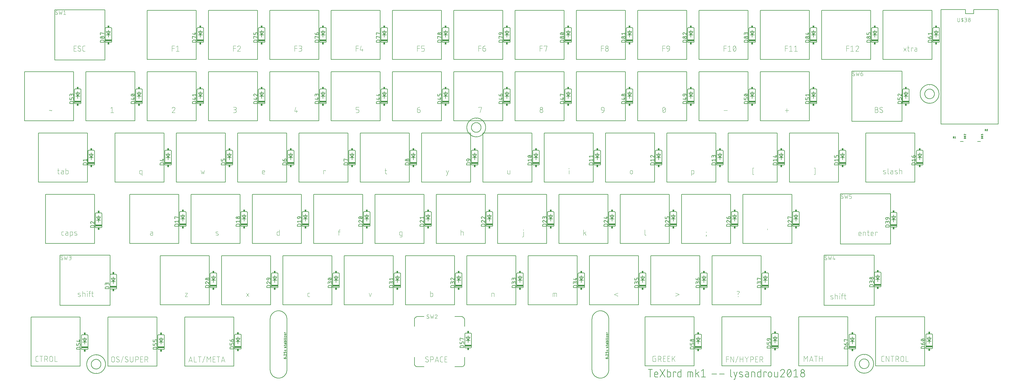
<source format=gbr>
G04 EAGLE Gerber X2 export*
%TF.Part,Single*%
%TF.FileFunction,Legend,Top,1*%
%TF.FilePolarity,Positive*%
%TF.GenerationSoftware,Autodesk,EAGLE,9.1.2*%
%TF.CreationDate,2018-08-12T18:09:38Z*%
G75*
%MOMM*%
%FSLAX34Y34*%
%LPD*%
%AMOC8*
5,1,8,0,0,1.08239X$1,22.5*%
G01*
%ADD10C,0.101600*%
%ADD11C,0.203200*%
%ADD12C,0.127000*%
%ADD13C,0.152400*%
%ADD14R,2.032000X0.508000*%
%ADD15R,0.508000X0.635000*%
%ADD16C,0.150000*%
%ADD17C,0.050800*%


D10*
X505968Y270764D02*
X513419Y270764D01*
X505968Y259588D01*
X513419Y259588D01*
X696468Y259588D02*
X703919Y270764D01*
X696468Y270764D02*
X703919Y259588D01*
X889762Y259588D02*
X893487Y259588D01*
X889762Y259588D02*
X889658Y259590D01*
X889553Y259596D01*
X889449Y259606D01*
X889346Y259619D01*
X889243Y259637D01*
X889140Y259658D01*
X889039Y259683D01*
X888938Y259712D01*
X888839Y259745D01*
X888741Y259781D01*
X888645Y259821D01*
X888550Y259865D01*
X888456Y259912D01*
X888365Y259962D01*
X888276Y260016D01*
X888188Y260073D01*
X888103Y260134D01*
X888020Y260198D01*
X887940Y260264D01*
X887862Y260334D01*
X887786Y260406D01*
X887714Y260482D01*
X887644Y260560D01*
X887578Y260640D01*
X887514Y260723D01*
X887453Y260808D01*
X887396Y260896D01*
X887342Y260985D01*
X887292Y261076D01*
X887245Y261170D01*
X887201Y261265D01*
X887161Y261361D01*
X887125Y261459D01*
X887092Y261558D01*
X887063Y261659D01*
X887038Y261760D01*
X887017Y261863D01*
X886999Y261966D01*
X886986Y262069D01*
X886976Y262173D01*
X886970Y262278D01*
X886968Y262382D01*
X886968Y267970D01*
X886970Y268074D01*
X886976Y268179D01*
X886986Y268283D01*
X886999Y268386D01*
X887017Y268489D01*
X887038Y268592D01*
X887063Y268693D01*
X887092Y268794D01*
X887125Y268893D01*
X887161Y268991D01*
X887201Y269087D01*
X887245Y269182D01*
X887292Y269276D01*
X887342Y269367D01*
X887396Y269456D01*
X887453Y269544D01*
X887514Y269629D01*
X887578Y269712D01*
X887644Y269792D01*
X887714Y269870D01*
X887786Y269946D01*
X887862Y270018D01*
X887940Y270088D01*
X888020Y270154D01*
X888103Y270218D01*
X888188Y270279D01*
X888276Y270336D01*
X888365Y270390D01*
X888456Y270440D01*
X888550Y270487D01*
X888645Y270531D01*
X888741Y270571D01*
X888839Y270607D01*
X888938Y270640D01*
X889039Y270669D01*
X889140Y270694D01*
X889243Y270715D01*
X889346Y270733D01*
X889449Y270746D01*
X889553Y270756D01*
X889658Y270762D01*
X889762Y270764D01*
X893487Y270764D01*
X1077468Y270764D02*
X1081193Y259588D01*
X1084919Y270764D01*
X1267968Y276352D02*
X1267968Y259588D01*
X1272625Y259588D01*
X1272729Y259590D01*
X1272834Y259596D01*
X1272938Y259606D01*
X1273041Y259619D01*
X1273144Y259637D01*
X1273247Y259658D01*
X1273348Y259683D01*
X1273449Y259712D01*
X1273548Y259745D01*
X1273646Y259781D01*
X1273742Y259821D01*
X1273837Y259865D01*
X1273931Y259912D01*
X1274022Y259962D01*
X1274111Y260016D01*
X1274199Y260073D01*
X1274284Y260134D01*
X1274367Y260198D01*
X1274447Y260264D01*
X1274525Y260334D01*
X1274601Y260406D01*
X1274673Y260482D01*
X1274743Y260560D01*
X1274809Y260640D01*
X1274873Y260723D01*
X1274934Y260808D01*
X1274991Y260896D01*
X1275045Y260985D01*
X1275095Y261076D01*
X1275142Y261170D01*
X1275186Y261265D01*
X1275226Y261361D01*
X1275262Y261459D01*
X1275295Y261558D01*
X1275324Y261659D01*
X1275349Y261760D01*
X1275370Y261863D01*
X1275388Y261966D01*
X1275401Y262069D01*
X1275411Y262173D01*
X1275417Y262278D01*
X1275419Y262382D01*
X1275419Y267970D01*
X1275417Y268074D01*
X1275411Y268179D01*
X1275401Y268283D01*
X1275388Y268386D01*
X1275370Y268489D01*
X1275349Y268592D01*
X1275324Y268693D01*
X1275295Y268794D01*
X1275262Y268893D01*
X1275226Y268991D01*
X1275186Y269087D01*
X1275142Y269182D01*
X1275095Y269276D01*
X1275045Y269367D01*
X1274991Y269456D01*
X1274934Y269544D01*
X1274873Y269629D01*
X1274809Y269712D01*
X1274743Y269792D01*
X1274673Y269870D01*
X1274601Y269946D01*
X1274525Y270018D01*
X1274447Y270088D01*
X1274367Y270154D01*
X1274284Y270218D01*
X1274199Y270279D01*
X1274111Y270336D01*
X1274022Y270390D01*
X1273931Y270440D01*
X1273837Y270487D01*
X1273742Y270531D01*
X1273646Y270571D01*
X1273548Y270607D01*
X1273449Y270640D01*
X1273348Y270669D01*
X1273247Y270694D01*
X1273144Y270715D01*
X1273041Y270733D01*
X1272938Y270746D01*
X1272834Y270756D01*
X1272729Y270762D01*
X1272625Y270764D01*
X1267968Y270764D01*
X1458468Y270764D02*
X1458468Y259588D01*
X1458468Y270764D02*
X1463125Y270764D01*
X1463229Y270762D01*
X1463334Y270756D01*
X1463438Y270746D01*
X1463541Y270733D01*
X1463644Y270715D01*
X1463747Y270694D01*
X1463848Y270669D01*
X1463949Y270640D01*
X1464048Y270607D01*
X1464146Y270571D01*
X1464242Y270531D01*
X1464337Y270487D01*
X1464431Y270440D01*
X1464522Y270390D01*
X1464611Y270336D01*
X1464699Y270279D01*
X1464784Y270218D01*
X1464867Y270154D01*
X1464947Y270088D01*
X1465025Y270018D01*
X1465101Y269946D01*
X1465173Y269870D01*
X1465243Y269792D01*
X1465309Y269712D01*
X1465373Y269629D01*
X1465434Y269544D01*
X1465491Y269456D01*
X1465545Y269367D01*
X1465595Y269276D01*
X1465642Y269182D01*
X1465686Y269087D01*
X1465726Y268991D01*
X1465762Y268893D01*
X1465795Y268794D01*
X1465824Y268693D01*
X1465849Y268592D01*
X1465870Y268489D01*
X1465888Y268386D01*
X1465901Y268283D01*
X1465911Y268179D01*
X1465917Y268074D01*
X1465919Y267970D01*
X1465919Y259588D01*
X1648968Y259588D02*
X1648968Y270764D01*
X1657350Y270764D01*
X1657454Y270762D01*
X1657559Y270756D01*
X1657663Y270746D01*
X1657766Y270733D01*
X1657869Y270715D01*
X1657972Y270694D01*
X1658073Y270669D01*
X1658174Y270640D01*
X1658273Y270607D01*
X1658371Y270571D01*
X1658467Y270531D01*
X1658562Y270487D01*
X1658656Y270440D01*
X1658747Y270390D01*
X1658836Y270336D01*
X1658924Y270279D01*
X1659009Y270218D01*
X1659092Y270154D01*
X1659172Y270088D01*
X1659250Y270018D01*
X1659326Y269946D01*
X1659398Y269870D01*
X1659468Y269792D01*
X1659534Y269712D01*
X1659598Y269629D01*
X1659659Y269544D01*
X1659716Y269456D01*
X1659770Y269367D01*
X1659820Y269276D01*
X1659867Y269182D01*
X1659911Y269087D01*
X1659951Y268991D01*
X1659987Y268893D01*
X1660020Y268794D01*
X1660049Y268693D01*
X1660074Y268592D01*
X1660095Y268489D01*
X1660113Y268386D01*
X1660126Y268283D01*
X1660136Y268179D01*
X1660142Y268074D01*
X1660144Y267970D01*
X1660144Y259588D01*
X1654556Y259588D02*
X1654556Y270764D01*
X1839468Y266107D02*
X1850644Y270764D01*
X1850644Y261451D02*
X1839468Y266107D01*
X2029968Y270764D02*
X2041144Y266107D01*
X2029968Y261451D01*
X2225125Y276352D02*
X2225229Y276350D01*
X2225334Y276344D01*
X2225438Y276334D01*
X2225541Y276321D01*
X2225644Y276303D01*
X2225747Y276282D01*
X2225848Y276257D01*
X2225949Y276228D01*
X2226048Y276195D01*
X2226146Y276159D01*
X2226242Y276119D01*
X2226337Y276075D01*
X2226431Y276028D01*
X2226522Y275978D01*
X2226611Y275924D01*
X2226699Y275867D01*
X2226784Y275806D01*
X2226867Y275742D01*
X2226947Y275676D01*
X2227025Y275606D01*
X2227101Y275534D01*
X2227173Y275458D01*
X2227243Y275380D01*
X2227309Y275300D01*
X2227373Y275217D01*
X2227434Y275132D01*
X2227491Y275044D01*
X2227545Y274955D01*
X2227595Y274864D01*
X2227642Y274770D01*
X2227686Y274675D01*
X2227726Y274579D01*
X2227762Y274481D01*
X2227795Y274382D01*
X2227824Y274281D01*
X2227849Y274180D01*
X2227870Y274077D01*
X2227888Y273974D01*
X2227901Y273871D01*
X2227911Y273767D01*
X2227917Y273662D01*
X2227919Y273558D01*
X2225125Y276352D02*
X2224844Y276349D01*
X2224563Y276339D01*
X2224282Y276323D01*
X2224002Y276300D01*
X2223722Y276270D01*
X2223443Y276235D01*
X2223166Y276192D01*
X2222889Y276144D01*
X2222613Y276089D01*
X2222339Y276027D01*
X2222066Y275959D01*
X2221795Y275885D01*
X2221525Y275804D01*
X2221258Y275718D01*
X2220992Y275625D01*
X2220729Y275526D01*
X2220468Y275421D01*
X2227918Y273558D02*
X2227916Y273464D01*
X2227910Y273371D01*
X2227901Y273278D01*
X2227888Y273185D01*
X2227871Y273093D01*
X2227851Y273002D01*
X2227826Y272911D01*
X2227799Y272822D01*
X2227767Y272734D01*
X2227732Y272647D01*
X2227694Y272561D01*
X2227652Y272478D01*
X2227607Y272396D01*
X2227559Y272315D01*
X2227507Y272237D01*
X2227452Y272161D01*
X2227453Y272161D02*
X2225125Y269833D01*
X2225124Y269833D02*
X2225046Y269752D01*
X2224972Y269669D01*
X2224900Y269583D01*
X2224831Y269495D01*
X2224765Y269404D01*
X2224702Y269311D01*
X2224643Y269216D01*
X2224587Y269118D01*
X2224535Y269019D01*
X2224486Y268919D01*
X2224441Y268816D01*
X2224399Y268712D01*
X2224361Y268607D01*
X2224327Y268500D01*
X2224297Y268392D01*
X2224270Y268283D01*
X2224247Y268173D01*
X2224229Y268063D01*
X2224214Y267952D01*
X2224203Y267840D01*
X2224195Y267729D01*
X2224192Y267616D01*
X2224193Y267504D01*
X2224194Y267504D02*
X2224208Y266340D01*
X2224194Y265176D01*
X2223728Y260519D02*
X2223728Y259588D01*
X2223728Y260519D02*
X2224659Y260519D01*
X2224659Y259588D01*
X2223728Y259588D01*
X2513161Y258487D02*
X2517817Y256625D01*
X2513161Y258487D02*
X2513072Y258525D01*
X2512984Y258566D01*
X2512898Y258611D01*
X2512813Y258659D01*
X2512731Y258711D01*
X2512651Y258766D01*
X2512573Y258824D01*
X2512498Y258885D01*
X2512425Y258950D01*
X2512355Y259017D01*
X2512287Y259087D01*
X2512223Y259159D01*
X2512161Y259234D01*
X2512103Y259312D01*
X2512047Y259392D01*
X2511995Y259473D01*
X2511946Y259557D01*
X2511901Y259643D01*
X2511859Y259731D01*
X2511821Y259820D01*
X2511786Y259911D01*
X2511755Y260003D01*
X2511727Y260096D01*
X2511704Y260190D01*
X2511684Y260285D01*
X2511668Y260381D01*
X2511656Y260478D01*
X2511648Y260574D01*
X2511644Y260671D01*
X2511643Y260769D01*
X2511647Y260866D01*
X2511654Y260963D01*
X2511666Y261059D01*
X2511681Y261155D01*
X2511700Y261250D01*
X2511723Y261345D01*
X2511749Y261438D01*
X2511780Y261530D01*
X2511814Y261621D01*
X2511852Y261711D01*
X2511893Y261799D01*
X2511938Y261885D01*
X2511986Y261969D01*
X2512037Y262051D01*
X2512092Y262132D01*
X2512150Y262210D01*
X2512211Y262285D01*
X2512275Y262358D01*
X2512342Y262428D01*
X2512412Y262496D01*
X2512484Y262561D01*
X2512559Y262623D01*
X2512637Y262681D01*
X2512716Y262737D01*
X2512798Y262789D01*
X2512882Y262838D01*
X2512968Y262884D01*
X2513055Y262926D01*
X2513144Y262965D01*
X2513235Y262999D01*
X2513327Y263031D01*
X2513420Y263058D01*
X2513514Y263082D01*
X2513609Y263102D01*
X2513705Y263118D01*
X2513802Y263130D01*
X2513898Y263139D01*
X2513995Y263143D01*
X2514093Y263144D01*
X2514092Y263144D02*
X2514346Y263137D01*
X2514600Y263124D01*
X2514854Y263106D01*
X2515107Y263081D01*
X2515359Y263049D01*
X2515611Y263012D01*
X2515861Y262969D01*
X2516111Y262920D01*
X2516359Y262865D01*
X2516606Y262804D01*
X2516851Y262737D01*
X2517095Y262664D01*
X2517337Y262585D01*
X2517577Y262500D01*
X2517814Y262410D01*
X2518050Y262314D01*
X2518283Y262213D01*
X2517817Y256625D02*
X2517906Y256587D01*
X2517994Y256546D01*
X2518080Y256501D01*
X2518165Y256453D01*
X2518247Y256401D01*
X2518327Y256346D01*
X2518405Y256288D01*
X2518480Y256227D01*
X2518553Y256162D01*
X2518623Y256095D01*
X2518691Y256025D01*
X2518755Y255953D01*
X2518817Y255878D01*
X2518875Y255800D01*
X2518931Y255720D01*
X2518983Y255639D01*
X2519032Y255555D01*
X2519077Y255469D01*
X2519119Y255381D01*
X2519157Y255292D01*
X2519192Y255201D01*
X2519223Y255109D01*
X2519251Y255016D01*
X2519274Y254922D01*
X2519294Y254827D01*
X2519310Y254731D01*
X2519322Y254634D01*
X2519330Y254538D01*
X2519334Y254441D01*
X2519335Y254343D01*
X2519331Y254246D01*
X2519324Y254150D01*
X2519312Y254053D01*
X2519297Y253957D01*
X2519278Y253862D01*
X2519255Y253767D01*
X2519229Y253674D01*
X2519198Y253582D01*
X2519164Y253491D01*
X2519126Y253401D01*
X2519085Y253313D01*
X2519040Y253227D01*
X2518992Y253143D01*
X2518941Y253061D01*
X2518886Y252980D01*
X2518828Y252902D01*
X2518767Y252827D01*
X2518703Y252754D01*
X2518636Y252684D01*
X2518566Y252616D01*
X2518494Y252551D01*
X2518419Y252489D01*
X2518341Y252431D01*
X2518262Y252375D01*
X2518180Y252323D01*
X2518096Y252274D01*
X2518010Y252228D01*
X2517923Y252186D01*
X2517834Y252147D01*
X2517743Y252113D01*
X2517651Y252081D01*
X2517558Y252054D01*
X2517464Y252030D01*
X2517369Y252010D01*
X2517273Y251994D01*
X2517176Y251982D01*
X2517080Y251973D01*
X2516983Y251969D01*
X2516886Y251968D01*
X2516886Y251969D02*
X2516512Y251978D01*
X2516139Y251997D01*
X2515766Y252024D01*
X2515395Y252061D01*
X2515024Y252106D01*
X2514654Y252159D01*
X2514286Y252222D01*
X2513919Y252293D01*
X2513554Y252373D01*
X2513191Y252461D01*
X2512830Y252558D01*
X2512472Y252664D01*
X2512116Y252778D01*
X2511763Y252900D01*
X2525832Y251968D02*
X2525832Y268732D01*
X2525832Y263144D02*
X2530488Y263144D01*
X2530592Y263142D01*
X2530697Y263136D01*
X2530801Y263126D01*
X2530904Y263113D01*
X2531007Y263095D01*
X2531110Y263074D01*
X2531211Y263049D01*
X2531312Y263020D01*
X2531411Y262987D01*
X2531509Y262951D01*
X2531605Y262911D01*
X2531700Y262867D01*
X2531794Y262820D01*
X2531885Y262770D01*
X2531974Y262716D01*
X2532062Y262659D01*
X2532147Y262598D01*
X2532230Y262534D01*
X2532310Y262468D01*
X2532388Y262398D01*
X2532464Y262326D01*
X2532536Y262250D01*
X2532606Y262172D01*
X2532672Y262092D01*
X2532736Y262009D01*
X2532797Y261924D01*
X2532854Y261836D01*
X2532908Y261747D01*
X2532958Y261656D01*
X2533005Y261562D01*
X2533049Y261467D01*
X2533089Y261371D01*
X2533125Y261273D01*
X2533158Y261174D01*
X2533187Y261073D01*
X2533212Y260972D01*
X2533233Y260869D01*
X2533251Y260766D01*
X2533264Y260663D01*
X2533274Y260559D01*
X2533280Y260454D01*
X2533282Y260350D01*
X2533282Y251968D01*
X2539978Y251968D02*
X2539978Y263144D01*
X2539512Y267801D02*
X2539512Y268732D01*
X2540444Y268732D01*
X2540444Y267801D01*
X2539512Y267801D01*
X2547071Y265938D02*
X2547071Y251968D01*
X2547071Y265938D02*
X2547073Y266042D01*
X2547079Y266147D01*
X2547089Y266251D01*
X2547102Y266354D01*
X2547120Y266457D01*
X2547141Y266560D01*
X2547166Y266661D01*
X2547195Y266762D01*
X2547228Y266861D01*
X2547264Y266959D01*
X2547304Y267055D01*
X2547348Y267150D01*
X2547395Y267244D01*
X2547445Y267335D01*
X2547499Y267424D01*
X2547556Y267512D01*
X2547617Y267597D01*
X2547681Y267680D01*
X2547747Y267760D01*
X2547817Y267838D01*
X2547889Y267914D01*
X2547965Y267986D01*
X2548043Y268056D01*
X2548123Y268122D01*
X2548206Y268186D01*
X2548291Y268247D01*
X2548379Y268304D01*
X2548468Y268358D01*
X2548559Y268408D01*
X2548653Y268455D01*
X2548748Y268499D01*
X2548844Y268539D01*
X2548942Y268575D01*
X2549041Y268608D01*
X2549142Y268637D01*
X2549243Y268662D01*
X2549346Y268683D01*
X2549449Y268701D01*
X2549552Y268714D01*
X2549656Y268724D01*
X2549761Y268730D01*
X2549865Y268732D01*
X2550797Y268732D01*
X2550797Y263144D02*
X2545209Y263144D01*
X2553765Y263144D02*
X2559353Y263144D01*
X2555627Y268732D02*
X2555627Y254762D01*
X2555629Y254658D01*
X2555635Y254553D01*
X2555645Y254449D01*
X2555658Y254346D01*
X2555676Y254243D01*
X2555697Y254140D01*
X2555722Y254039D01*
X2555751Y253938D01*
X2555784Y253839D01*
X2555820Y253741D01*
X2555860Y253645D01*
X2555904Y253550D01*
X2555951Y253456D01*
X2556001Y253365D01*
X2556055Y253276D01*
X2556112Y253188D01*
X2556173Y253103D01*
X2556237Y253020D01*
X2556303Y252940D01*
X2556373Y252862D01*
X2556445Y252786D01*
X2556521Y252714D01*
X2556599Y252644D01*
X2556679Y252578D01*
X2556762Y252514D01*
X2556847Y252453D01*
X2556935Y252396D01*
X2557024Y252342D01*
X2557115Y252292D01*
X2557209Y252245D01*
X2557304Y252201D01*
X2557400Y252161D01*
X2557498Y252125D01*
X2557597Y252092D01*
X2557698Y252063D01*
X2557799Y252038D01*
X2557902Y252017D01*
X2558005Y251999D01*
X2558108Y251986D01*
X2558212Y251976D01*
X2558317Y251970D01*
X2558421Y251968D01*
X2559353Y251968D01*
X179747Y264245D02*
X175091Y266107D01*
X175002Y266145D01*
X174914Y266186D01*
X174828Y266231D01*
X174743Y266279D01*
X174661Y266331D01*
X174581Y266386D01*
X174503Y266444D01*
X174428Y266505D01*
X174355Y266570D01*
X174285Y266637D01*
X174217Y266707D01*
X174153Y266779D01*
X174091Y266854D01*
X174033Y266932D01*
X173977Y267012D01*
X173925Y267093D01*
X173876Y267177D01*
X173831Y267263D01*
X173789Y267351D01*
X173751Y267440D01*
X173716Y267531D01*
X173685Y267623D01*
X173657Y267716D01*
X173634Y267810D01*
X173614Y267905D01*
X173598Y268001D01*
X173586Y268098D01*
X173578Y268194D01*
X173574Y268291D01*
X173573Y268389D01*
X173577Y268486D01*
X173584Y268583D01*
X173596Y268679D01*
X173611Y268775D01*
X173630Y268870D01*
X173653Y268965D01*
X173679Y269058D01*
X173710Y269150D01*
X173744Y269241D01*
X173782Y269331D01*
X173823Y269419D01*
X173868Y269505D01*
X173916Y269589D01*
X173967Y269671D01*
X174022Y269752D01*
X174080Y269830D01*
X174141Y269905D01*
X174205Y269978D01*
X174272Y270048D01*
X174342Y270116D01*
X174414Y270181D01*
X174489Y270243D01*
X174567Y270301D01*
X174646Y270357D01*
X174728Y270409D01*
X174812Y270458D01*
X174898Y270504D01*
X174985Y270546D01*
X175074Y270585D01*
X175165Y270619D01*
X175257Y270651D01*
X175350Y270678D01*
X175444Y270702D01*
X175539Y270722D01*
X175635Y270738D01*
X175732Y270750D01*
X175828Y270759D01*
X175925Y270763D01*
X176023Y270764D01*
X176022Y270764D02*
X176276Y270757D01*
X176530Y270744D01*
X176784Y270726D01*
X177037Y270701D01*
X177289Y270669D01*
X177541Y270632D01*
X177791Y270589D01*
X178041Y270540D01*
X178289Y270485D01*
X178536Y270424D01*
X178781Y270357D01*
X179025Y270284D01*
X179267Y270205D01*
X179507Y270120D01*
X179744Y270030D01*
X179980Y269934D01*
X180213Y269833D01*
X179747Y264245D02*
X179836Y264207D01*
X179924Y264166D01*
X180010Y264121D01*
X180095Y264073D01*
X180177Y264021D01*
X180257Y263966D01*
X180335Y263908D01*
X180410Y263847D01*
X180483Y263782D01*
X180553Y263715D01*
X180621Y263645D01*
X180685Y263573D01*
X180747Y263498D01*
X180805Y263420D01*
X180861Y263340D01*
X180913Y263259D01*
X180962Y263175D01*
X181007Y263089D01*
X181049Y263001D01*
X181087Y262912D01*
X181122Y262821D01*
X181153Y262729D01*
X181181Y262636D01*
X181204Y262542D01*
X181224Y262447D01*
X181240Y262351D01*
X181252Y262254D01*
X181260Y262158D01*
X181264Y262061D01*
X181265Y261963D01*
X181261Y261866D01*
X181254Y261770D01*
X181242Y261673D01*
X181227Y261577D01*
X181208Y261482D01*
X181185Y261387D01*
X181159Y261294D01*
X181128Y261202D01*
X181094Y261111D01*
X181056Y261021D01*
X181015Y260933D01*
X180970Y260847D01*
X180922Y260763D01*
X180871Y260681D01*
X180816Y260600D01*
X180758Y260522D01*
X180697Y260447D01*
X180633Y260374D01*
X180566Y260304D01*
X180496Y260236D01*
X180424Y260171D01*
X180349Y260109D01*
X180271Y260051D01*
X180192Y259995D01*
X180110Y259943D01*
X180026Y259894D01*
X179940Y259848D01*
X179853Y259806D01*
X179764Y259767D01*
X179673Y259733D01*
X179581Y259701D01*
X179488Y259674D01*
X179394Y259650D01*
X179299Y259630D01*
X179203Y259614D01*
X179106Y259602D01*
X179010Y259593D01*
X178913Y259589D01*
X178816Y259588D01*
X178816Y259589D02*
X178442Y259598D01*
X178069Y259617D01*
X177696Y259644D01*
X177325Y259681D01*
X176954Y259726D01*
X176584Y259779D01*
X176216Y259842D01*
X175849Y259913D01*
X175484Y259993D01*
X175121Y260081D01*
X174760Y260178D01*
X174402Y260284D01*
X174046Y260398D01*
X173693Y260520D01*
X187762Y259588D02*
X187762Y276352D01*
X187762Y270764D02*
X192418Y270764D01*
X192522Y270762D01*
X192627Y270756D01*
X192731Y270746D01*
X192834Y270733D01*
X192937Y270715D01*
X193040Y270694D01*
X193141Y270669D01*
X193242Y270640D01*
X193341Y270607D01*
X193439Y270571D01*
X193535Y270531D01*
X193630Y270487D01*
X193724Y270440D01*
X193815Y270390D01*
X193904Y270336D01*
X193992Y270279D01*
X194077Y270218D01*
X194160Y270154D01*
X194240Y270088D01*
X194318Y270018D01*
X194394Y269946D01*
X194466Y269870D01*
X194536Y269792D01*
X194602Y269712D01*
X194666Y269629D01*
X194727Y269544D01*
X194784Y269456D01*
X194838Y269367D01*
X194888Y269276D01*
X194935Y269182D01*
X194979Y269087D01*
X195019Y268991D01*
X195055Y268893D01*
X195088Y268794D01*
X195117Y268693D01*
X195142Y268592D01*
X195163Y268489D01*
X195181Y268386D01*
X195194Y268283D01*
X195204Y268179D01*
X195210Y268074D01*
X195212Y267970D01*
X195212Y259588D01*
X201908Y259588D02*
X201908Y270764D01*
X201442Y275421D02*
X201442Y276352D01*
X202374Y276352D01*
X202374Y275421D01*
X201442Y275421D01*
X209001Y273558D02*
X209001Y259588D01*
X209001Y273558D02*
X209003Y273662D01*
X209009Y273767D01*
X209019Y273871D01*
X209032Y273974D01*
X209050Y274077D01*
X209071Y274180D01*
X209096Y274281D01*
X209125Y274382D01*
X209158Y274481D01*
X209194Y274579D01*
X209234Y274675D01*
X209278Y274770D01*
X209325Y274864D01*
X209375Y274955D01*
X209429Y275044D01*
X209486Y275132D01*
X209547Y275217D01*
X209611Y275300D01*
X209677Y275380D01*
X209747Y275458D01*
X209819Y275534D01*
X209895Y275606D01*
X209973Y275676D01*
X210053Y275742D01*
X210136Y275806D01*
X210221Y275867D01*
X210309Y275924D01*
X210398Y275978D01*
X210489Y276028D01*
X210583Y276075D01*
X210678Y276119D01*
X210774Y276159D01*
X210872Y276195D01*
X210971Y276228D01*
X211072Y276257D01*
X211173Y276282D01*
X211276Y276303D01*
X211379Y276321D01*
X211482Y276334D01*
X211586Y276344D01*
X211691Y276350D01*
X211795Y276352D01*
X212727Y276352D01*
X212727Y270764D02*
X207139Y270764D01*
X215695Y270764D02*
X221283Y270764D01*
X217557Y276352D02*
X217557Y262382D01*
X217559Y262278D01*
X217565Y262173D01*
X217575Y262069D01*
X217588Y261966D01*
X217606Y261863D01*
X217627Y261760D01*
X217652Y261659D01*
X217681Y261558D01*
X217714Y261459D01*
X217750Y261361D01*
X217790Y261265D01*
X217834Y261170D01*
X217881Y261076D01*
X217931Y260985D01*
X217985Y260896D01*
X218042Y260808D01*
X218103Y260723D01*
X218167Y260640D01*
X218233Y260560D01*
X218303Y260482D01*
X218375Y260406D01*
X218451Y260334D01*
X218529Y260264D01*
X218609Y260198D01*
X218692Y260134D01*
X218777Y260073D01*
X218865Y260016D01*
X218954Y259962D01*
X219045Y259912D01*
X219139Y259865D01*
X219234Y259821D01*
X219330Y259781D01*
X219428Y259745D01*
X219527Y259712D01*
X219628Y259683D01*
X219729Y259658D01*
X219832Y259637D01*
X219935Y259619D01*
X220038Y259606D01*
X220142Y259596D01*
X220247Y259590D01*
X220351Y259588D01*
X221283Y259588D01*
X401278Y456607D02*
X405469Y456607D01*
X401278Y456608D02*
X401165Y456606D01*
X401053Y456600D01*
X400941Y456591D01*
X400829Y456577D01*
X400718Y456560D01*
X400608Y456538D01*
X400498Y456513D01*
X400389Y456484D01*
X400281Y456452D01*
X400175Y456416D01*
X400070Y456376D01*
X399966Y456332D01*
X399864Y456285D01*
X399763Y456235D01*
X399664Y456181D01*
X399567Y456123D01*
X399473Y456062D01*
X399380Y455999D01*
X399290Y455931D01*
X399202Y455861D01*
X399116Y455788D01*
X399033Y455712D01*
X398953Y455633D01*
X398876Y455552D01*
X398801Y455467D01*
X398729Y455381D01*
X398661Y455291D01*
X398595Y455200D01*
X398533Y455106D01*
X398474Y455010D01*
X398418Y454913D01*
X398366Y454813D01*
X398317Y454712D01*
X398272Y454609D01*
X398230Y454504D01*
X398192Y454398D01*
X398157Y454291D01*
X398127Y454183D01*
X398100Y454073D01*
X398077Y453963D01*
X398057Y453852D01*
X398042Y453741D01*
X398030Y453629D01*
X398022Y453517D01*
X398018Y453404D01*
X398018Y453292D01*
X398022Y453179D01*
X398030Y453067D01*
X398042Y452955D01*
X398057Y452844D01*
X398077Y452733D01*
X398100Y452623D01*
X398127Y452513D01*
X398157Y452405D01*
X398192Y452298D01*
X398230Y452192D01*
X398272Y452087D01*
X398317Y451984D01*
X398366Y451883D01*
X398418Y451783D01*
X398474Y451686D01*
X398533Y451590D01*
X398595Y451496D01*
X398661Y451405D01*
X398729Y451315D01*
X398801Y451229D01*
X398876Y451144D01*
X398953Y451063D01*
X399033Y450984D01*
X399116Y450908D01*
X399202Y450835D01*
X399290Y450765D01*
X399380Y450697D01*
X399473Y450634D01*
X399567Y450573D01*
X399664Y450515D01*
X399763Y450461D01*
X399864Y450411D01*
X399966Y450364D01*
X400070Y450320D01*
X400175Y450280D01*
X400281Y450244D01*
X400389Y450212D01*
X400498Y450183D01*
X400608Y450158D01*
X400718Y450136D01*
X400829Y450119D01*
X400941Y450105D01*
X401053Y450096D01*
X401165Y450090D01*
X401278Y450088D01*
X405469Y450088D01*
X405469Y458470D01*
X405467Y458574D01*
X405461Y458679D01*
X405451Y458783D01*
X405438Y458886D01*
X405420Y458989D01*
X405399Y459092D01*
X405374Y459193D01*
X405345Y459294D01*
X405312Y459393D01*
X405276Y459491D01*
X405236Y459587D01*
X405192Y459682D01*
X405145Y459776D01*
X405095Y459867D01*
X405041Y459956D01*
X404984Y460044D01*
X404923Y460129D01*
X404859Y460212D01*
X404793Y460292D01*
X404723Y460370D01*
X404651Y460446D01*
X404575Y460518D01*
X404497Y460588D01*
X404417Y460654D01*
X404334Y460718D01*
X404249Y460779D01*
X404161Y460836D01*
X404072Y460890D01*
X403981Y460940D01*
X403887Y460987D01*
X403792Y461031D01*
X403696Y461071D01*
X403598Y461107D01*
X403499Y461140D01*
X403398Y461169D01*
X403297Y461194D01*
X403194Y461215D01*
X403091Y461233D01*
X402988Y461246D01*
X402884Y461256D01*
X402779Y461262D01*
X402675Y461264D01*
X398949Y461264D01*
X603081Y456607D02*
X607737Y454745D01*
X603081Y456607D02*
X602992Y456645D01*
X602904Y456686D01*
X602818Y456731D01*
X602733Y456779D01*
X602651Y456831D01*
X602571Y456886D01*
X602493Y456944D01*
X602418Y457005D01*
X602345Y457070D01*
X602275Y457137D01*
X602207Y457207D01*
X602143Y457279D01*
X602081Y457354D01*
X602023Y457432D01*
X601967Y457512D01*
X601915Y457593D01*
X601866Y457677D01*
X601821Y457763D01*
X601779Y457851D01*
X601741Y457940D01*
X601706Y458031D01*
X601675Y458123D01*
X601647Y458216D01*
X601624Y458310D01*
X601604Y458405D01*
X601588Y458501D01*
X601576Y458598D01*
X601568Y458694D01*
X601564Y458791D01*
X601563Y458889D01*
X601567Y458986D01*
X601574Y459083D01*
X601586Y459179D01*
X601601Y459275D01*
X601620Y459370D01*
X601643Y459465D01*
X601669Y459558D01*
X601700Y459650D01*
X601734Y459741D01*
X601772Y459831D01*
X601813Y459919D01*
X601858Y460005D01*
X601906Y460089D01*
X601957Y460171D01*
X602012Y460252D01*
X602070Y460330D01*
X602131Y460405D01*
X602195Y460478D01*
X602262Y460548D01*
X602332Y460616D01*
X602404Y460681D01*
X602479Y460743D01*
X602557Y460801D01*
X602636Y460857D01*
X602718Y460909D01*
X602802Y460958D01*
X602888Y461004D01*
X602975Y461046D01*
X603064Y461085D01*
X603155Y461119D01*
X603247Y461151D01*
X603340Y461178D01*
X603434Y461202D01*
X603529Y461222D01*
X603625Y461238D01*
X603722Y461250D01*
X603818Y461259D01*
X603915Y461263D01*
X604013Y461264D01*
X604012Y461264D02*
X604266Y461257D01*
X604520Y461244D01*
X604774Y461226D01*
X605027Y461201D01*
X605279Y461169D01*
X605531Y461132D01*
X605781Y461089D01*
X606031Y461040D01*
X606279Y460985D01*
X606526Y460924D01*
X606771Y460857D01*
X607015Y460784D01*
X607257Y460705D01*
X607497Y460620D01*
X607734Y460530D01*
X607970Y460434D01*
X608203Y460333D01*
X607737Y454745D02*
X607826Y454707D01*
X607914Y454666D01*
X608000Y454621D01*
X608085Y454573D01*
X608167Y454521D01*
X608247Y454466D01*
X608325Y454408D01*
X608400Y454347D01*
X608473Y454282D01*
X608543Y454215D01*
X608611Y454145D01*
X608675Y454073D01*
X608737Y453998D01*
X608795Y453920D01*
X608851Y453840D01*
X608903Y453759D01*
X608952Y453675D01*
X608997Y453589D01*
X609039Y453501D01*
X609077Y453412D01*
X609112Y453321D01*
X609143Y453229D01*
X609171Y453136D01*
X609194Y453042D01*
X609214Y452947D01*
X609230Y452851D01*
X609242Y452754D01*
X609250Y452658D01*
X609254Y452561D01*
X609255Y452463D01*
X609251Y452366D01*
X609244Y452270D01*
X609232Y452173D01*
X609217Y452077D01*
X609198Y451982D01*
X609175Y451887D01*
X609149Y451794D01*
X609118Y451702D01*
X609084Y451611D01*
X609046Y451521D01*
X609005Y451433D01*
X608960Y451347D01*
X608912Y451263D01*
X608861Y451181D01*
X608806Y451100D01*
X608748Y451022D01*
X608687Y450947D01*
X608623Y450874D01*
X608556Y450804D01*
X608486Y450736D01*
X608414Y450671D01*
X608339Y450609D01*
X608261Y450551D01*
X608182Y450495D01*
X608100Y450443D01*
X608016Y450394D01*
X607930Y450348D01*
X607843Y450306D01*
X607754Y450267D01*
X607663Y450233D01*
X607571Y450201D01*
X607478Y450174D01*
X607384Y450150D01*
X607289Y450130D01*
X607193Y450114D01*
X607096Y450102D01*
X607000Y450093D01*
X606903Y450089D01*
X606806Y450088D01*
X606806Y450089D02*
X606432Y450098D01*
X606059Y450117D01*
X605686Y450144D01*
X605315Y450181D01*
X604944Y450226D01*
X604574Y450279D01*
X604206Y450342D01*
X603839Y450413D01*
X603474Y450493D01*
X603111Y450581D01*
X602750Y450678D01*
X602392Y450784D01*
X602036Y450898D01*
X601683Y451020D01*
X799169Y450088D02*
X799169Y466852D01*
X799169Y450088D02*
X794512Y450088D01*
X794408Y450090D01*
X794303Y450096D01*
X794199Y450106D01*
X794096Y450119D01*
X793993Y450137D01*
X793890Y450158D01*
X793789Y450183D01*
X793688Y450212D01*
X793589Y450245D01*
X793491Y450281D01*
X793395Y450321D01*
X793300Y450365D01*
X793206Y450412D01*
X793115Y450462D01*
X793026Y450516D01*
X792938Y450573D01*
X792853Y450634D01*
X792770Y450698D01*
X792690Y450764D01*
X792612Y450834D01*
X792536Y450906D01*
X792464Y450982D01*
X792394Y451060D01*
X792328Y451140D01*
X792264Y451223D01*
X792203Y451308D01*
X792146Y451396D01*
X792092Y451485D01*
X792042Y451576D01*
X791995Y451670D01*
X791951Y451765D01*
X791911Y451861D01*
X791875Y451959D01*
X791842Y452058D01*
X791813Y452159D01*
X791788Y452260D01*
X791767Y452363D01*
X791749Y452466D01*
X791736Y452569D01*
X791726Y452673D01*
X791720Y452778D01*
X791718Y452882D01*
X791718Y458470D01*
X791720Y458574D01*
X791726Y458679D01*
X791736Y458783D01*
X791749Y458886D01*
X791767Y458989D01*
X791788Y459092D01*
X791813Y459193D01*
X791842Y459294D01*
X791875Y459393D01*
X791911Y459491D01*
X791951Y459587D01*
X791995Y459682D01*
X792042Y459776D01*
X792092Y459867D01*
X792146Y459956D01*
X792203Y460044D01*
X792264Y460129D01*
X792328Y460212D01*
X792394Y460292D01*
X792464Y460370D01*
X792536Y460446D01*
X792612Y460518D01*
X792690Y460588D01*
X792770Y460654D01*
X792853Y460718D01*
X792938Y460779D01*
X793026Y460836D01*
X793115Y460890D01*
X793206Y460940D01*
X793300Y460987D01*
X793395Y461031D01*
X793491Y461071D01*
X793589Y461107D01*
X793688Y461140D01*
X793789Y461169D01*
X793890Y461194D01*
X793993Y461215D01*
X794096Y461233D01*
X794199Y461246D01*
X794303Y461256D01*
X794408Y461262D01*
X794512Y461264D01*
X799169Y461264D01*
X984081Y464058D02*
X984081Y450088D01*
X984081Y464058D02*
X984083Y464162D01*
X984089Y464267D01*
X984099Y464371D01*
X984112Y464474D01*
X984130Y464577D01*
X984151Y464680D01*
X984176Y464781D01*
X984205Y464882D01*
X984238Y464981D01*
X984274Y465079D01*
X984314Y465175D01*
X984358Y465270D01*
X984405Y465364D01*
X984455Y465455D01*
X984509Y465544D01*
X984566Y465632D01*
X984627Y465717D01*
X984691Y465800D01*
X984757Y465880D01*
X984827Y465958D01*
X984899Y466034D01*
X984975Y466106D01*
X985053Y466176D01*
X985133Y466242D01*
X985216Y466306D01*
X985301Y466367D01*
X985389Y466424D01*
X985478Y466478D01*
X985569Y466528D01*
X985663Y466575D01*
X985758Y466619D01*
X985854Y466659D01*
X985952Y466695D01*
X986051Y466728D01*
X986152Y466757D01*
X986253Y466782D01*
X986356Y466803D01*
X986459Y466821D01*
X986562Y466834D01*
X986666Y466844D01*
X986771Y466850D01*
X986875Y466852D01*
X987806Y466852D01*
X987806Y461264D02*
X982218Y461264D01*
X1175512Y450088D02*
X1180169Y450088D01*
X1175512Y450088D02*
X1175408Y450090D01*
X1175303Y450096D01*
X1175199Y450106D01*
X1175096Y450119D01*
X1174993Y450137D01*
X1174890Y450158D01*
X1174789Y450183D01*
X1174688Y450212D01*
X1174589Y450245D01*
X1174491Y450281D01*
X1174395Y450321D01*
X1174300Y450365D01*
X1174206Y450412D01*
X1174115Y450462D01*
X1174026Y450516D01*
X1173938Y450573D01*
X1173853Y450634D01*
X1173770Y450698D01*
X1173690Y450764D01*
X1173612Y450834D01*
X1173536Y450906D01*
X1173464Y450982D01*
X1173394Y451060D01*
X1173328Y451140D01*
X1173264Y451223D01*
X1173203Y451308D01*
X1173146Y451396D01*
X1173092Y451485D01*
X1173042Y451576D01*
X1172995Y451670D01*
X1172951Y451765D01*
X1172911Y451861D01*
X1172875Y451959D01*
X1172842Y452058D01*
X1172813Y452159D01*
X1172788Y452260D01*
X1172767Y452363D01*
X1172749Y452466D01*
X1172736Y452569D01*
X1172726Y452673D01*
X1172720Y452778D01*
X1172718Y452882D01*
X1172718Y458470D01*
X1172720Y458574D01*
X1172726Y458679D01*
X1172736Y458783D01*
X1172749Y458886D01*
X1172767Y458989D01*
X1172788Y459092D01*
X1172813Y459193D01*
X1172842Y459294D01*
X1172875Y459393D01*
X1172911Y459491D01*
X1172951Y459587D01*
X1172995Y459682D01*
X1173042Y459776D01*
X1173092Y459867D01*
X1173146Y459956D01*
X1173203Y460044D01*
X1173264Y460129D01*
X1173328Y460212D01*
X1173394Y460292D01*
X1173464Y460370D01*
X1173536Y460446D01*
X1173612Y460518D01*
X1173690Y460588D01*
X1173770Y460654D01*
X1173853Y460718D01*
X1173938Y460779D01*
X1174026Y460836D01*
X1174115Y460890D01*
X1174206Y460940D01*
X1174300Y460987D01*
X1174395Y461031D01*
X1174491Y461071D01*
X1174589Y461107D01*
X1174688Y461140D01*
X1174789Y461169D01*
X1174890Y461194D01*
X1174993Y461215D01*
X1175096Y461233D01*
X1175199Y461246D01*
X1175303Y461256D01*
X1175408Y461262D01*
X1175512Y461264D01*
X1180169Y461264D01*
X1180169Y447294D01*
X1180167Y447190D01*
X1180161Y447085D01*
X1180151Y446981D01*
X1180138Y446878D01*
X1180120Y446775D01*
X1180099Y446672D01*
X1180074Y446571D01*
X1180045Y446470D01*
X1180012Y446371D01*
X1179976Y446273D01*
X1179936Y446177D01*
X1179892Y446082D01*
X1179845Y445988D01*
X1179795Y445897D01*
X1179741Y445808D01*
X1179684Y445720D01*
X1179623Y445635D01*
X1179559Y445552D01*
X1179493Y445472D01*
X1179423Y445394D01*
X1179351Y445318D01*
X1179275Y445246D01*
X1179197Y445176D01*
X1179117Y445110D01*
X1179034Y445046D01*
X1178949Y444985D01*
X1178861Y444928D01*
X1178772Y444874D01*
X1178681Y444824D01*
X1178587Y444777D01*
X1178492Y444733D01*
X1178396Y444693D01*
X1178298Y444657D01*
X1178199Y444624D01*
X1178098Y444595D01*
X1177997Y444570D01*
X1177894Y444549D01*
X1177791Y444531D01*
X1177688Y444518D01*
X1177584Y444508D01*
X1177479Y444502D01*
X1177375Y444500D01*
X1173649Y444500D01*
X1363218Y450088D02*
X1363218Y466852D01*
X1363218Y461264D02*
X1367875Y461264D01*
X1367979Y461262D01*
X1368084Y461256D01*
X1368188Y461246D01*
X1368291Y461233D01*
X1368394Y461215D01*
X1368497Y461194D01*
X1368598Y461169D01*
X1368699Y461140D01*
X1368798Y461107D01*
X1368896Y461071D01*
X1368992Y461031D01*
X1369087Y460987D01*
X1369181Y460940D01*
X1369272Y460890D01*
X1369361Y460836D01*
X1369449Y460779D01*
X1369534Y460718D01*
X1369617Y460654D01*
X1369697Y460588D01*
X1369775Y460518D01*
X1369851Y460446D01*
X1369923Y460370D01*
X1369993Y460292D01*
X1370059Y460212D01*
X1370123Y460129D01*
X1370184Y460044D01*
X1370241Y459956D01*
X1370295Y459867D01*
X1370345Y459776D01*
X1370392Y459682D01*
X1370436Y459587D01*
X1370476Y459491D01*
X1370512Y459393D01*
X1370545Y459294D01*
X1370574Y459193D01*
X1370599Y459092D01*
X1370620Y458989D01*
X1370638Y458886D01*
X1370651Y458783D01*
X1370661Y458679D01*
X1370667Y458574D01*
X1370669Y458470D01*
X1370669Y450088D01*
X1557443Y447294D02*
X1557443Y461264D01*
X1557443Y447294D02*
X1557441Y447190D01*
X1557435Y447085D01*
X1557425Y446981D01*
X1557412Y446878D01*
X1557394Y446775D01*
X1557373Y446672D01*
X1557348Y446571D01*
X1557319Y446470D01*
X1557286Y446371D01*
X1557250Y446273D01*
X1557210Y446177D01*
X1557166Y446082D01*
X1557119Y445988D01*
X1557069Y445897D01*
X1557015Y445808D01*
X1556958Y445720D01*
X1556897Y445635D01*
X1556833Y445552D01*
X1556767Y445472D01*
X1556697Y445394D01*
X1556625Y445318D01*
X1556549Y445246D01*
X1556471Y445176D01*
X1556391Y445110D01*
X1556308Y445046D01*
X1556223Y444985D01*
X1556135Y444928D01*
X1556046Y444874D01*
X1555955Y444824D01*
X1555861Y444777D01*
X1555766Y444733D01*
X1555670Y444693D01*
X1555572Y444657D01*
X1555473Y444624D01*
X1555372Y444595D01*
X1555271Y444570D01*
X1555168Y444549D01*
X1555065Y444531D01*
X1554962Y444518D01*
X1554858Y444508D01*
X1554753Y444502D01*
X1554649Y444500D01*
X1553718Y444500D01*
X1556978Y465921D02*
X1556978Y466852D01*
X1557909Y466852D01*
X1557909Y465921D01*
X1556978Y465921D01*
X1744218Y466852D02*
X1744218Y450088D01*
X1744218Y455676D02*
X1751669Y461264D01*
X1747478Y458004D02*
X1751669Y450088D01*
X1934718Y452882D02*
X1934718Y466852D01*
X1934718Y452882D02*
X1934720Y452778D01*
X1934726Y452673D01*
X1934736Y452569D01*
X1934749Y452466D01*
X1934767Y452363D01*
X1934788Y452260D01*
X1934813Y452159D01*
X1934842Y452058D01*
X1934875Y451959D01*
X1934911Y451861D01*
X1934951Y451765D01*
X1934995Y451670D01*
X1935042Y451576D01*
X1935092Y451485D01*
X1935146Y451396D01*
X1935203Y451308D01*
X1935264Y451223D01*
X1935328Y451140D01*
X1935394Y451060D01*
X1935464Y450982D01*
X1935536Y450906D01*
X1935612Y450834D01*
X1935690Y450764D01*
X1935770Y450698D01*
X1935853Y450634D01*
X1935938Y450573D01*
X1936026Y450516D01*
X1936115Y450462D01*
X1936206Y450412D01*
X1936300Y450365D01*
X1936395Y450321D01*
X1936491Y450281D01*
X1936589Y450245D01*
X1936688Y450212D01*
X1936789Y450183D01*
X1936890Y450158D01*
X1936993Y450137D01*
X1937096Y450119D01*
X1937199Y450106D01*
X1937303Y450096D01*
X1937408Y450090D01*
X1937512Y450088D01*
X2125218Y458936D02*
X2125218Y459867D01*
X2126149Y459867D01*
X2126149Y458936D01*
X2125218Y458936D01*
X2125218Y450088D02*
X2126149Y450088D01*
X2125218Y450088D02*
X2125218Y451019D01*
X2126149Y451019D01*
X2126149Y450088D01*
X2125218Y446363D01*
X2315718Y466852D02*
X2315718Y470577D01*
X2601722Y448818D02*
X2606379Y448818D01*
X2601722Y448818D02*
X2601618Y448820D01*
X2601513Y448826D01*
X2601409Y448836D01*
X2601306Y448849D01*
X2601203Y448867D01*
X2601100Y448888D01*
X2600999Y448913D01*
X2600898Y448942D01*
X2600799Y448975D01*
X2600701Y449011D01*
X2600605Y449051D01*
X2600510Y449095D01*
X2600416Y449142D01*
X2600325Y449192D01*
X2600236Y449246D01*
X2600148Y449303D01*
X2600063Y449364D01*
X2599980Y449428D01*
X2599900Y449494D01*
X2599822Y449564D01*
X2599746Y449636D01*
X2599674Y449712D01*
X2599604Y449790D01*
X2599538Y449870D01*
X2599474Y449953D01*
X2599413Y450038D01*
X2599356Y450126D01*
X2599302Y450215D01*
X2599252Y450306D01*
X2599205Y450400D01*
X2599161Y450495D01*
X2599121Y450591D01*
X2599085Y450689D01*
X2599052Y450788D01*
X2599023Y450889D01*
X2598998Y450990D01*
X2598977Y451093D01*
X2598959Y451196D01*
X2598946Y451299D01*
X2598936Y451403D01*
X2598930Y451508D01*
X2598928Y451612D01*
X2598928Y456269D01*
X2598930Y456390D01*
X2598936Y456510D01*
X2598946Y456630D01*
X2598959Y456750D01*
X2598977Y456870D01*
X2598998Y456988D01*
X2599023Y457106D01*
X2599052Y457223D01*
X2599085Y457339D01*
X2599122Y457454D01*
X2599162Y457568D01*
X2599206Y457681D01*
X2599253Y457791D01*
X2599304Y457901D01*
X2599359Y458008D01*
X2599417Y458114D01*
X2599478Y458218D01*
X2599543Y458320D01*
X2599611Y458419D01*
X2599683Y458517D01*
X2599757Y458612D01*
X2599834Y458704D01*
X2599915Y458794D01*
X2599998Y458882D01*
X2600084Y458966D01*
X2600172Y459048D01*
X2600264Y459127D01*
X2600358Y459203D01*
X2600454Y459275D01*
X2600552Y459345D01*
X2600653Y459412D01*
X2600756Y459475D01*
X2600861Y459534D01*
X2600967Y459591D01*
X2601076Y459644D01*
X2601186Y459693D01*
X2601297Y459739D01*
X2601411Y459781D01*
X2601525Y459819D01*
X2601640Y459854D01*
X2601757Y459885D01*
X2601875Y459912D01*
X2601993Y459935D01*
X2602112Y459955D01*
X2602232Y459970D01*
X2602352Y459982D01*
X2602472Y459990D01*
X2602593Y459994D01*
X2602713Y459994D01*
X2602834Y459990D01*
X2602954Y459982D01*
X2603074Y459970D01*
X2603194Y459955D01*
X2603313Y459935D01*
X2603431Y459912D01*
X2603549Y459885D01*
X2603666Y459854D01*
X2603781Y459819D01*
X2603895Y459781D01*
X2604009Y459739D01*
X2604120Y459693D01*
X2604230Y459644D01*
X2604339Y459591D01*
X2604445Y459534D01*
X2604550Y459475D01*
X2604653Y459412D01*
X2604754Y459345D01*
X2604852Y459275D01*
X2604948Y459203D01*
X2605042Y459127D01*
X2605134Y459048D01*
X2605222Y458966D01*
X2605308Y458882D01*
X2605391Y458794D01*
X2605472Y458704D01*
X2605549Y458612D01*
X2605623Y458517D01*
X2605695Y458419D01*
X2605763Y458320D01*
X2605828Y458218D01*
X2605889Y458114D01*
X2605947Y458008D01*
X2606002Y457901D01*
X2606053Y457791D01*
X2606100Y457681D01*
X2606144Y457568D01*
X2606184Y457454D01*
X2606221Y457339D01*
X2606254Y457223D01*
X2606283Y457106D01*
X2606308Y456988D01*
X2606329Y456870D01*
X2606347Y456750D01*
X2606360Y456630D01*
X2606370Y456510D01*
X2606376Y456390D01*
X2606378Y456269D01*
X2606379Y456269D02*
X2606379Y454406D01*
X2598928Y454406D01*
X2612996Y448818D02*
X2612996Y459994D01*
X2617653Y459994D01*
X2617757Y459992D01*
X2617862Y459986D01*
X2617966Y459976D01*
X2618069Y459963D01*
X2618172Y459945D01*
X2618275Y459924D01*
X2618376Y459899D01*
X2618477Y459870D01*
X2618576Y459837D01*
X2618674Y459801D01*
X2618770Y459761D01*
X2618865Y459717D01*
X2618959Y459670D01*
X2619050Y459620D01*
X2619139Y459566D01*
X2619227Y459509D01*
X2619312Y459448D01*
X2619395Y459384D01*
X2619475Y459318D01*
X2619553Y459248D01*
X2619629Y459176D01*
X2619701Y459100D01*
X2619771Y459022D01*
X2619837Y458942D01*
X2619901Y458859D01*
X2619962Y458774D01*
X2620019Y458686D01*
X2620073Y458597D01*
X2620123Y458506D01*
X2620170Y458412D01*
X2620214Y458317D01*
X2620254Y458221D01*
X2620290Y458123D01*
X2620323Y458024D01*
X2620352Y457923D01*
X2620377Y457822D01*
X2620398Y457719D01*
X2620416Y457616D01*
X2620429Y457513D01*
X2620439Y457409D01*
X2620445Y457304D01*
X2620447Y457200D01*
X2620447Y448818D01*
X2625819Y459994D02*
X2631407Y459994D01*
X2627681Y465582D02*
X2627681Y451612D01*
X2627683Y451508D01*
X2627689Y451403D01*
X2627699Y451299D01*
X2627712Y451196D01*
X2627730Y451093D01*
X2627751Y450990D01*
X2627776Y450889D01*
X2627805Y450788D01*
X2627838Y450689D01*
X2627874Y450591D01*
X2627914Y450495D01*
X2627958Y450400D01*
X2628005Y450306D01*
X2628055Y450215D01*
X2628109Y450126D01*
X2628166Y450038D01*
X2628227Y449953D01*
X2628291Y449870D01*
X2628357Y449790D01*
X2628427Y449712D01*
X2628499Y449636D01*
X2628575Y449564D01*
X2628653Y449494D01*
X2628733Y449428D01*
X2628816Y449364D01*
X2628901Y449303D01*
X2628989Y449246D01*
X2629078Y449192D01*
X2629169Y449142D01*
X2629263Y449095D01*
X2629358Y449051D01*
X2629454Y449011D01*
X2629552Y448975D01*
X2629651Y448942D01*
X2629752Y448913D01*
X2629853Y448888D01*
X2629956Y448867D01*
X2630059Y448849D01*
X2630162Y448836D01*
X2630266Y448826D01*
X2630371Y448820D01*
X2630475Y448818D01*
X2631407Y448818D01*
X2639758Y448818D02*
X2644415Y448818D01*
X2639758Y448818D02*
X2639654Y448820D01*
X2639549Y448826D01*
X2639445Y448836D01*
X2639342Y448849D01*
X2639239Y448867D01*
X2639136Y448888D01*
X2639035Y448913D01*
X2638934Y448942D01*
X2638835Y448975D01*
X2638737Y449011D01*
X2638641Y449051D01*
X2638546Y449095D01*
X2638452Y449142D01*
X2638361Y449192D01*
X2638272Y449246D01*
X2638184Y449303D01*
X2638099Y449364D01*
X2638016Y449428D01*
X2637936Y449494D01*
X2637858Y449564D01*
X2637782Y449636D01*
X2637710Y449712D01*
X2637640Y449790D01*
X2637574Y449870D01*
X2637510Y449953D01*
X2637449Y450038D01*
X2637392Y450126D01*
X2637338Y450215D01*
X2637288Y450306D01*
X2637241Y450400D01*
X2637197Y450495D01*
X2637157Y450591D01*
X2637121Y450689D01*
X2637088Y450788D01*
X2637059Y450889D01*
X2637034Y450990D01*
X2637013Y451093D01*
X2636995Y451196D01*
X2636982Y451299D01*
X2636972Y451403D01*
X2636966Y451508D01*
X2636964Y451612D01*
X2636964Y456269D01*
X2636966Y456390D01*
X2636972Y456510D01*
X2636982Y456630D01*
X2636995Y456750D01*
X2637013Y456870D01*
X2637034Y456988D01*
X2637059Y457106D01*
X2637088Y457223D01*
X2637121Y457339D01*
X2637158Y457454D01*
X2637198Y457568D01*
X2637242Y457681D01*
X2637289Y457791D01*
X2637340Y457901D01*
X2637395Y458008D01*
X2637453Y458114D01*
X2637514Y458218D01*
X2637579Y458320D01*
X2637647Y458419D01*
X2637719Y458517D01*
X2637793Y458612D01*
X2637870Y458704D01*
X2637951Y458794D01*
X2638034Y458882D01*
X2638120Y458966D01*
X2638208Y459048D01*
X2638300Y459127D01*
X2638394Y459203D01*
X2638490Y459275D01*
X2638588Y459345D01*
X2638689Y459412D01*
X2638792Y459475D01*
X2638897Y459534D01*
X2639003Y459591D01*
X2639112Y459644D01*
X2639222Y459693D01*
X2639333Y459739D01*
X2639447Y459781D01*
X2639561Y459819D01*
X2639676Y459854D01*
X2639793Y459885D01*
X2639911Y459912D01*
X2640029Y459935D01*
X2640148Y459955D01*
X2640268Y459970D01*
X2640388Y459982D01*
X2640508Y459990D01*
X2640629Y459994D01*
X2640749Y459994D01*
X2640870Y459990D01*
X2640990Y459982D01*
X2641110Y459970D01*
X2641230Y459955D01*
X2641349Y459935D01*
X2641467Y459912D01*
X2641585Y459885D01*
X2641702Y459854D01*
X2641817Y459819D01*
X2641931Y459781D01*
X2642045Y459739D01*
X2642156Y459693D01*
X2642266Y459644D01*
X2642375Y459591D01*
X2642481Y459534D01*
X2642586Y459475D01*
X2642689Y459412D01*
X2642790Y459345D01*
X2642888Y459275D01*
X2642984Y459203D01*
X2643078Y459127D01*
X2643170Y459048D01*
X2643258Y458966D01*
X2643344Y458882D01*
X2643427Y458794D01*
X2643508Y458704D01*
X2643585Y458612D01*
X2643659Y458517D01*
X2643731Y458419D01*
X2643799Y458320D01*
X2643864Y458218D01*
X2643925Y458114D01*
X2643983Y458008D01*
X2644038Y457901D01*
X2644089Y457791D01*
X2644136Y457681D01*
X2644180Y457568D01*
X2644220Y457454D01*
X2644257Y457339D01*
X2644290Y457223D01*
X2644319Y457106D01*
X2644344Y456988D01*
X2644365Y456870D01*
X2644383Y456750D01*
X2644396Y456630D01*
X2644406Y456510D01*
X2644412Y456390D01*
X2644414Y456269D01*
X2644415Y456269D02*
X2644415Y454406D01*
X2636964Y454406D01*
X2651100Y448818D02*
X2651100Y459994D01*
X2656688Y459994D01*
X2656688Y458131D01*
X128947Y450088D02*
X125222Y450088D01*
X125118Y450090D01*
X125013Y450096D01*
X124909Y450106D01*
X124806Y450119D01*
X124703Y450137D01*
X124600Y450158D01*
X124499Y450183D01*
X124398Y450212D01*
X124299Y450245D01*
X124201Y450281D01*
X124105Y450321D01*
X124010Y450365D01*
X123916Y450412D01*
X123825Y450462D01*
X123736Y450516D01*
X123648Y450573D01*
X123563Y450634D01*
X123480Y450698D01*
X123400Y450764D01*
X123322Y450834D01*
X123246Y450906D01*
X123174Y450982D01*
X123104Y451060D01*
X123038Y451140D01*
X122974Y451223D01*
X122913Y451308D01*
X122856Y451396D01*
X122802Y451485D01*
X122752Y451576D01*
X122705Y451670D01*
X122661Y451765D01*
X122621Y451861D01*
X122585Y451959D01*
X122552Y452058D01*
X122523Y452159D01*
X122498Y452260D01*
X122477Y452363D01*
X122459Y452466D01*
X122446Y452569D01*
X122436Y452673D01*
X122430Y452778D01*
X122428Y452882D01*
X122428Y458470D01*
X122430Y458574D01*
X122436Y458679D01*
X122446Y458783D01*
X122459Y458886D01*
X122477Y458989D01*
X122498Y459092D01*
X122523Y459193D01*
X122552Y459294D01*
X122585Y459393D01*
X122621Y459491D01*
X122661Y459587D01*
X122705Y459682D01*
X122752Y459776D01*
X122802Y459867D01*
X122856Y459956D01*
X122913Y460044D01*
X122974Y460129D01*
X123038Y460212D01*
X123104Y460292D01*
X123174Y460370D01*
X123246Y460446D01*
X123322Y460518D01*
X123400Y460588D01*
X123480Y460654D01*
X123563Y460718D01*
X123648Y460779D01*
X123736Y460836D01*
X123825Y460890D01*
X123916Y460940D01*
X124010Y460987D01*
X124105Y461031D01*
X124201Y461071D01*
X124299Y461107D01*
X124398Y461140D01*
X124499Y461169D01*
X124600Y461194D01*
X124703Y461215D01*
X124806Y461233D01*
X124909Y461246D01*
X125013Y461256D01*
X125118Y461262D01*
X125222Y461264D01*
X128947Y461264D01*
X137599Y456607D02*
X141790Y456607D01*
X137599Y456608D02*
X137486Y456606D01*
X137374Y456600D01*
X137262Y456591D01*
X137150Y456577D01*
X137039Y456560D01*
X136929Y456538D01*
X136819Y456513D01*
X136710Y456484D01*
X136602Y456452D01*
X136496Y456416D01*
X136391Y456376D01*
X136287Y456332D01*
X136185Y456285D01*
X136084Y456235D01*
X135985Y456181D01*
X135888Y456123D01*
X135794Y456062D01*
X135701Y455999D01*
X135611Y455931D01*
X135523Y455861D01*
X135437Y455788D01*
X135354Y455712D01*
X135274Y455633D01*
X135197Y455552D01*
X135122Y455467D01*
X135050Y455381D01*
X134982Y455291D01*
X134916Y455200D01*
X134854Y455106D01*
X134795Y455010D01*
X134739Y454913D01*
X134687Y454813D01*
X134638Y454712D01*
X134593Y454609D01*
X134551Y454504D01*
X134513Y454398D01*
X134478Y454291D01*
X134448Y454183D01*
X134421Y454073D01*
X134398Y453963D01*
X134378Y453852D01*
X134363Y453741D01*
X134351Y453629D01*
X134343Y453517D01*
X134339Y453404D01*
X134339Y453292D01*
X134343Y453179D01*
X134351Y453067D01*
X134363Y452955D01*
X134378Y452844D01*
X134398Y452733D01*
X134421Y452623D01*
X134448Y452513D01*
X134478Y452405D01*
X134513Y452298D01*
X134551Y452192D01*
X134593Y452087D01*
X134638Y451984D01*
X134687Y451883D01*
X134739Y451783D01*
X134795Y451686D01*
X134854Y451590D01*
X134916Y451496D01*
X134982Y451405D01*
X135050Y451315D01*
X135122Y451229D01*
X135197Y451144D01*
X135274Y451063D01*
X135354Y450984D01*
X135437Y450908D01*
X135523Y450835D01*
X135611Y450765D01*
X135701Y450697D01*
X135794Y450634D01*
X135888Y450573D01*
X135985Y450515D01*
X136084Y450461D01*
X136185Y450411D01*
X136287Y450364D01*
X136391Y450320D01*
X136496Y450280D01*
X136602Y450244D01*
X136710Y450212D01*
X136819Y450183D01*
X136929Y450158D01*
X137039Y450136D01*
X137150Y450119D01*
X137262Y450105D01*
X137374Y450096D01*
X137486Y450090D01*
X137599Y450088D01*
X141790Y450088D01*
X141790Y458470D01*
X141788Y458574D01*
X141782Y458679D01*
X141772Y458783D01*
X141759Y458886D01*
X141741Y458989D01*
X141720Y459092D01*
X141695Y459193D01*
X141666Y459294D01*
X141633Y459393D01*
X141597Y459491D01*
X141557Y459587D01*
X141513Y459682D01*
X141466Y459776D01*
X141416Y459867D01*
X141362Y459956D01*
X141305Y460044D01*
X141244Y460129D01*
X141180Y460212D01*
X141114Y460292D01*
X141044Y460370D01*
X140972Y460446D01*
X140896Y460518D01*
X140818Y460588D01*
X140738Y460654D01*
X140655Y460718D01*
X140570Y460779D01*
X140482Y460836D01*
X140393Y460890D01*
X140302Y460940D01*
X140208Y460987D01*
X140113Y461031D01*
X140017Y461071D01*
X139919Y461107D01*
X139820Y461140D01*
X139719Y461169D01*
X139618Y461194D01*
X139515Y461215D01*
X139412Y461233D01*
X139309Y461246D01*
X139205Y461256D01*
X139100Y461262D01*
X138996Y461264D01*
X135271Y461264D01*
X149045Y461264D02*
X149045Y444500D01*
X149045Y461264D02*
X153702Y461264D01*
X153806Y461262D01*
X153911Y461256D01*
X154015Y461246D01*
X154118Y461233D01*
X154221Y461215D01*
X154324Y461194D01*
X154425Y461169D01*
X154526Y461140D01*
X154625Y461107D01*
X154723Y461071D01*
X154819Y461031D01*
X154914Y460987D01*
X155008Y460940D01*
X155099Y460890D01*
X155188Y460836D01*
X155276Y460779D01*
X155361Y460718D01*
X155444Y460654D01*
X155524Y460588D01*
X155602Y460518D01*
X155678Y460446D01*
X155750Y460370D01*
X155820Y460292D01*
X155886Y460212D01*
X155950Y460129D01*
X156011Y460044D01*
X156068Y459956D01*
X156122Y459867D01*
X156172Y459776D01*
X156219Y459682D01*
X156263Y459587D01*
X156303Y459491D01*
X156339Y459393D01*
X156372Y459294D01*
X156401Y459193D01*
X156426Y459092D01*
X156447Y458989D01*
X156465Y458886D01*
X156478Y458783D01*
X156488Y458679D01*
X156494Y458574D01*
X156496Y458470D01*
X156496Y452882D01*
X156494Y452778D01*
X156488Y452673D01*
X156478Y452569D01*
X156465Y452466D01*
X156447Y452363D01*
X156426Y452260D01*
X156401Y452159D01*
X156372Y452058D01*
X156339Y451959D01*
X156303Y451861D01*
X156263Y451765D01*
X156219Y451670D01*
X156172Y451576D01*
X156122Y451485D01*
X156068Y451396D01*
X156011Y451308D01*
X155950Y451223D01*
X155886Y451140D01*
X155820Y451060D01*
X155750Y450982D01*
X155678Y450906D01*
X155602Y450834D01*
X155524Y450764D01*
X155444Y450698D01*
X155361Y450634D01*
X155276Y450573D01*
X155188Y450516D01*
X155099Y450462D01*
X155008Y450412D01*
X154914Y450365D01*
X154819Y450321D01*
X154723Y450281D01*
X154625Y450245D01*
X154526Y450212D01*
X154425Y450183D01*
X154324Y450158D01*
X154221Y450137D01*
X154118Y450119D01*
X154015Y450106D01*
X153911Y450096D01*
X153806Y450090D01*
X153702Y450088D01*
X149045Y450088D01*
X163931Y456607D02*
X168588Y454745D01*
X163931Y456607D02*
X163842Y456645D01*
X163754Y456686D01*
X163668Y456731D01*
X163583Y456779D01*
X163501Y456831D01*
X163421Y456886D01*
X163343Y456944D01*
X163268Y457005D01*
X163195Y457070D01*
X163125Y457137D01*
X163057Y457207D01*
X162993Y457279D01*
X162931Y457354D01*
X162873Y457432D01*
X162817Y457512D01*
X162765Y457593D01*
X162716Y457677D01*
X162671Y457763D01*
X162629Y457851D01*
X162591Y457940D01*
X162556Y458031D01*
X162525Y458123D01*
X162497Y458216D01*
X162474Y458310D01*
X162454Y458405D01*
X162438Y458501D01*
X162426Y458598D01*
X162418Y458694D01*
X162414Y458791D01*
X162413Y458889D01*
X162417Y458986D01*
X162424Y459083D01*
X162436Y459179D01*
X162451Y459275D01*
X162470Y459370D01*
X162493Y459465D01*
X162519Y459558D01*
X162550Y459650D01*
X162584Y459741D01*
X162622Y459831D01*
X162663Y459919D01*
X162708Y460005D01*
X162756Y460089D01*
X162807Y460171D01*
X162862Y460252D01*
X162920Y460330D01*
X162981Y460405D01*
X163045Y460478D01*
X163112Y460548D01*
X163182Y460616D01*
X163254Y460681D01*
X163329Y460743D01*
X163407Y460801D01*
X163486Y460857D01*
X163568Y460909D01*
X163652Y460958D01*
X163738Y461004D01*
X163825Y461046D01*
X163914Y461085D01*
X164005Y461119D01*
X164097Y461151D01*
X164190Y461178D01*
X164284Y461202D01*
X164379Y461222D01*
X164475Y461238D01*
X164572Y461250D01*
X164668Y461259D01*
X164765Y461263D01*
X164863Y461264D01*
X164862Y461264D02*
X165116Y461257D01*
X165370Y461244D01*
X165624Y461226D01*
X165877Y461201D01*
X166129Y461169D01*
X166381Y461132D01*
X166631Y461089D01*
X166881Y461040D01*
X167129Y460985D01*
X167376Y460924D01*
X167621Y460857D01*
X167865Y460784D01*
X168107Y460705D01*
X168347Y460620D01*
X168584Y460530D01*
X168820Y460434D01*
X169053Y460333D01*
X168588Y454745D02*
X168677Y454707D01*
X168765Y454666D01*
X168851Y454621D01*
X168936Y454573D01*
X169018Y454521D01*
X169098Y454466D01*
X169176Y454408D01*
X169251Y454347D01*
X169324Y454282D01*
X169394Y454215D01*
X169462Y454145D01*
X169526Y454073D01*
X169588Y453998D01*
X169646Y453920D01*
X169702Y453840D01*
X169754Y453759D01*
X169803Y453675D01*
X169848Y453589D01*
X169890Y453501D01*
X169928Y453412D01*
X169963Y453321D01*
X169994Y453229D01*
X170022Y453136D01*
X170045Y453042D01*
X170065Y452947D01*
X170081Y452851D01*
X170093Y452754D01*
X170101Y452658D01*
X170105Y452561D01*
X170106Y452463D01*
X170102Y452366D01*
X170095Y452270D01*
X170083Y452173D01*
X170068Y452077D01*
X170049Y451982D01*
X170026Y451887D01*
X170000Y451794D01*
X169969Y451702D01*
X169935Y451611D01*
X169897Y451521D01*
X169856Y451433D01*
X169811Y451347D01*
X169763Y451263D01*
X169712Y451181D01*
X169657Y451100D01*
X169599Y451022D01*
X169538Y450947D01*
X169474Y450874D01*
X169407Y450804D01*
X169337Y450736D01*
X169265Y450671D01*
X169190Y450609D01*
X169112Y450551D01*
X169033Y450495D01*
X168951Y450443D01*
X168867Y450394D01*
X168781Y450348D01*
X168694Y450306D01*
X168605Y450267D01*
X168514Y450233D01*
X168422Y450201D01*
X168329Y450174D01*
X168235Y450150D01*
X168140Y450130D01*
X168044Y450114D01*
X167947Y450102D01*
X167851Y450093D01*
X167754Y450089D01*
X167657Y450088D01*
X167657Y450089D02*
X167283Y450098D01*
X166910Y450117D01*
X166537Y450144D01*
X166166Y450181D01*
X165795Y450226D01*
X165425Y450279D01*
X165057Y450342D01*
X164690Y450413D01*
X164325Y450493D01*
X163962Y450581D01*
X163601Y450678D01*
X163243Y450784D01*
X162887Y450898D01*
X162534Y451020D01*
X115316Y651764D02*
X109728Y651764D01*
X111591Y657352D02*
X111591Y643382D01*
X111593Y643278D01*
X111599Y643173D01*
X111609Y643069D01*
X111622Y642966D01*
X111640Y642863D01*
X111661Y642760D01*
X111686Y642659D01*
X111715Y642558D01*
X111748Y642459D01*
X111784Y642361D01*
X111824Y642265D01*
X111868Y642170D01*
X111915Y642076D01*
X111965Y641985D01*
X112019Y641896D01*
X112076Y641808D01*
X112137Y641723D01*
X112201Y641640D01*
X112267Y641560D01*
X112337Y641482D01*
X112409Y641406D01*
X112485Y641334D01*
X112563Y641264D01*
X112643Y641198D01*
X112726Y641134D01*
X112811Y641073D01*
X112899Y641016D01*
X112988Y640962D01*
X113079Y640912D01*
X113173Y640865D01*
X113268Y640821D01*
X113364Y640781D01*
X113462Y640745D01*
X113561Y640712D01*
X113662Y640683D01*
X113763Y640658D01*
X113866Y640637D01*
X113969Y640619D01*
X114072Y640606D01*
X114176Y640596D01*
X114281Y640590D01*
X114385Y640588D01*
X115316Y640588D01*
X124074Y647107D02*
X128265Y647107D01*
X124074Y647108D02*
X123961Y647106D01*
X123849Y647100D01*
X123737Y647091D01*
X123625Y647077D01*
X123514Y647060D01*
X123404Y647038D01*
X123294Y647013D01*
X123185Y646984D01*
X123077Y646952D01*
X122971Y646916D01*
X122866Y646876D01*
X122762Y646832D01*
X122660Y646785D01*
X122559Y646735D01*
X122460Y646681D01*
X122363Y646623D01*
X122269Y646562D01*
X122176Y646499D01*
X122086Y646431D01*
X121998Y646361D01*
X121912Y646288D01*
X121829Y646212D01*
X121749Y646133D01*
X121672Y646052D01*
X121597Y645967D01*
X121525Y645881D01*
X121457Y645791D01*
X121391Y645700D01*
X121329Y645606D01*
X121270Y645510D01*
X121214Y645413D01*
X121162Y645313D01*
X121113Y645212D01*
X121068Y645109D01*
X121026Y645004D01*
X120988Y644898D01*
X120953Y644791D01*
X120923Y644683D01*
X120896Y644573D01*
X120873Y644463D01*
X120853Y644352D01*
X120838Y644241D01*
X120826Y644129D01*
X120818Y644017D01*
X120814Y643904D01*
X120814Y643792D01*
X120818Y643679D01*
X120826Y643567D01*
X120838Y643455D01*
X120853Y643344D01*
X120873Y643233D01*
X120896Y643123D01*
X120923Y643013D01*
X120953Y642905D01*
X120988Y642798D01*
X121026Y642692D01*
X121068Y642587D01*
X121113Y642484D01*
X121162Y642383D01*
X121214Y642283D01*
X121270Y642186D01*
X121329Y642090D01*
X121391Y641996D01*
X121457Y641905D01*
X121525Y641815D01*
X121597Y641729D01*
X121672Y641644D01*
X121749Y641563D01*
X121829Y641484D01*
X121912Y641408D01*
X121998Y641335D01*
X122086Y641265D01*
X122176Y641197D01*
X122269Y641134D01*
X122363Y641073D01*
X122460Y641015D01*
X122559Y640961D01*
X122660Y640911D01*
X122762Y640864D01*
X122866Y640820D01*
X122971Y640780D01*
X123077Y640744D01*
X123185Y640712D01*
X123294Y640683D01*
X123404Y640658D01*
X123514Y640636D01*
X123625Y640619D01*
X123737Y640605D01*
X123849Y640596D01*
X123961Y640590D01*
X124074Y640588D01*
X128265Y640588D01*
X128265Y648970D01*
X128263Y649074D01*
X128257Y649179D01*
X128247Y649283D01*
X128234Y649386D01*
X128216Y649489D01*
X128195Y649592D01*
X128170Y649693D01*
X128141Y649794D01*
X128108Y649893D01*
X128072Y649991D01*
X128032Y650087D01*
X127988Y650182D01*
X127941Y650276D01*
X127891Y650367D01*
X127837Y650456D01*
X127780Y650544D01*
X127719Y650629D01*
X127655Y650712D01*
X127589Y650792D01*
X127519Y650870D01*
X127447Y650946D01*
X127371Y651018D01*
X127293Y651088D01*
X127213Y651154D01*
X127130Y651218D01*
X127045Y651279D01*
X126957Y651336D01*
X126868Y651390D01*
X126777Y651440D01*
X126683Y651487D01*
X126588Y651531D01*
X126492Y651571D01*
X126394Y651607D01*
X126295Y651640D01*
X126194Y651669D01*
X126093Y651694D01*
X125990Y651715D01*
X125887Y651733D01*
X125784Y651746D01*
X125680Y651756D01*
X125575Y651762D01*
X125471Y651764D01*
X121746Y651764D01*
X135521Y657352D02*
X135521Y640588D01*
X140177Y640588D01*
X140281Y640590D01*
X140386Y640596D01*
X140490Y640606D01*
X140593Y640619D01*
X140696Y640637D01*
X140799Y640658D01*
X140900Y640683D01*
X141001Y640712D01*
X141100Y640745D01*
X141198Y640781D01*
X141294Y640821D01*
X141389Y640865D01*
X141483Y640912D01*
X141574Y640962D01*
X141663Y641016D01*
X141751Y641073D01*
X141836Y641134D01*
X141919Y641198D01*
X141999Y641264D01*
X142077Y641334D01*
X142153Y641406D01*
X142225Y641482D01*
X142295Y641560D01*
X142361Y641640D01*
X142425Y641723D01*
X142486Y641808D01*
X142543Y641896D01*
X142597Y641985D01*
X142647Y642076D01*
X142694Y642170D01*
X142738Y642265D01*
X142778Y642361D01*
X142814Y642459D01*
X142847Y642558D01*
X142876Y642659D01*
X142901Y642760D01*
X142922Y642863D01*
X142940Y642966D01*
X142953Y643069D01*
X142963Y643173D01*
X142969Y643278D01*
X142971Y643382D01*
X142971Y648970D01*
X142969Y649074D01*
X142963Y649179D01*
X142953Y649283D01*
X142940Y649386D01*
X142922Y649489D01*
X142901Y649592D01*
X142876Y649693D01*
X142847Y649794D01*
X142814Y649893D01*
X142778Y649991D01*
X142738Y650087D01*
X142694Y650182D01*
X142647Y650276D01*
X142597Y650367D01*
X142543Y650456D01*
X142486Y650544D01*
X142425Y650629D01*
X142361Y650712D01*
X142295Y650792D01*
X142225Y650870D01*
X142153Y650946D01*
X142077Y651018D01*
X141999Y651088D01*
X141919Y651154D01*
X141836Y651218D01*
X141751Y651279D01*
X141663Y651336D01*
X141574Y651390D01*
X141483Y651440D01*
X141389Y651487D01*
X141294Y651531D01*
X141198Y651571D01*
X141100Y651607D01*
X141001Y651640D01*
X140900Y651669D01*
X140799Y651694D01*
X140696Y651715D01*
X140593Y651733D01*
X140490Y651746D01*
X140386Y651756D01*
X140281Y651762D01*
X140177Y651764D01*
X135521Y651764D01*
X372449Y651764D02*
X372449Y635000D01*
X372449Y651764D02*
X367792Y651764D01*
X367688Y651762D01*
X367583Y651756D01*
X367479Y651746D01*
X367376Y651733D01*
X367273Y651715D01*
X367170Y651694D01*
X367069Y651669D01*
X366968Y651640D01*
X366869Y651607D01*
X366771Y651571D01*
X366675Y651531D01*
X366580Y651487D01*
X366486Y651440D01*
X366395Y651390D01*
X366306Y651336D01*
X366218Y651279D01*
X366133Y651218D01*
X366050Y651154D01*
X365970Y651088D01*
X365892Y651018D01*
X365816Y650946D01*
X365744Y650870D01*
X365674Y650792D01*
X365608Y650712D01*
X365544Y650629D01*
X365483Y650544D01*
X365426Y650456D01*
X365372Y650367D01*
X365322Y650276D01*
X365275Y650182D01*
X365231Y650087D01*
X365191Y649991D01*
X365155Y649893D01*
X365122Y649794D01*
X365093Y649693D01*
X365068Y649592D01*
X365047Y649489D01*
X365029Y649386D01*
X365016Y649283D01*
X365006Y649179D01*
X365000Y649074D01*
X364998Y648970D01*
X364998Y643382D01*
X365000Y643278D01*
X365006Y643173D01*
X365016Y643069D01*
X365029Y642966D01*
X365047Y642863D01*
X365068Y642760D01*
X365093Y642659D01*
X365122Y642558D01*
X365155Y642459D01*
X365191Y642361D01*
X365231Y642265D01*
X365275Y642170D01*
X365322Y642076D01*
X365372Y641985D01*
X365426Y641896D01*
X365483Y641808D01*
X365544Y641723D01*
X365608Y641640D01*
X365674Y641560D01*
X365744Y641482D01*
X365816Y641406D01*
X365892Y641334D01*
X365970Y641264D01*
X366050Y641198D01*
X366133Y641134D01*
X366218Y641073D01*
X366306Y641016D01*
X366395Y640962D01*
X366486Y640912D01*
X366580Y640865D01*
X366675Y640821D01*
X366771Y640781D01*
X366869Y640745D01*
X366968Y640712D01*
X367069Y640683D01*
X367170Y640658D01*
X367273Y640637D01*
X367376Y640619D01*
X367479Y640606D01*
X367583Y640596D01*
X367688Y640590D01*
X367792Y640588D01*
X372449Y640588D01*
X555498Y651764D02*
X558292Y640588D01*
X561086Y648039D01*
X563880Y640588D01*
X566674Y651764D01*
X748792Y640588D02*
X753449Y640588D01*
X748792Y640588D02*
X748688Y640590D01*
X748583Y640596D01*
X748479Y640606D01*
X748376Y640619D01*
X748273Y640637D01*
X748170Y640658D01*
X748069Y640683D01*
X747968Y640712D01*
X747869Y640745D01*
X747771Y640781D01*
X747675Y640821D01*
X747580Y640865D01*
X747486Y640912D01*
X747395Y640962D01*
X747306Y641016D01*
X747218Y641073D01*
X747133Y641134D01*
X747050Y641198D01*
X746970Y641264D01*
X746892Y641334D01*
X746816Y641406D01*
X746744Y641482D01*
X746674Y641560D01*
X746608Y641640D01*
X746544Y641723D01*
X746483Y641808D01*
X746426Y641896D01*
X746372Y641985D01*
X746322Y642076D01*
X746275Y642170D01*
X746231Y642265D01*
X746191Y642361D01*
X746155Y642459D01*
X746122Y642558D01*
X746093Y642659D01*
X746068Y642760D01*
X746047Y642863D01*
X746029Y642966D01*
X746016Y643069D01*
X746006Y643173D01*
X746000Y643278D01*
X745998Y643382D01*
X745998Y648039D01*
X746000Y648160D01*
X746006Y648280D01*
X746016Y648400D01*
X746029Y648520D01*
X746047Y648640D01*
X746068Y648758D01*
X746093Y648876D01*
X746122Y648993D01*
X746155Y649109D01*
X746192Y649224D01*
X746232Y649338D01*
X746276Y649451D01*
X746323Y649561D01*
X746374Y649671D01*
X746429Y649778D01*
X746487Y649884D01*
X746548Y649988D01*
X746613Y650090D01*
X746681Y650189D01*
X746753Y650287D01*
X746827Y650382D01*
X746904Y650474D01*
X746985Y650564D01*
X747068Y650652D01*
X747154Y650736D01*
X747242Y650818D01*
X747334Y650897D01*
X747428Y650973D01*
X747524Y651045D01*
X747622Y651115D01*
X747723Y651182D01*
X747826Y651245D01*
X747931Y651304D01*
X748037Y651361D01*
X748146Y651414D01*
X748256Y651463D01*
X748367Y651509D01*
X748481Y651551D01*
X748595Y651589D01*
X748710Y651624D01*
X748827Y651655D01*
X748945Y651682D01*
X749063Y651705D01*
X749182Y651725D01*
X749302Y651740D01*
X749422Y651752D01*
X749542Y651760D01*
X749663Y651764D01*
X749783Y651764D01*
X749904Y651760D01*
X750024Y651752D01*
X750144Y651740D01*
X750264Y651725D01*
X750383Y651705D01*
X750501Y651682D01*
X750619Y651655D01*
X750736Y651624D01*
X750851Y651589D01*
X750965Y651551D01*
X751079Y651509D01*
X751190Y651463D01*
X751300Y651414D01*
X751409Y651361D01*
X751515Y651304D01*
X751620Y651245D01*
X751723Y651182D01*
X751824Y651115D01*
X751922Y651045D01*
X752018Y650973D01*
X752112Y650897D01*
X752204Y650818D01*
X752292Y650736D01*
X752378Y650652D01*
X752461Y650564D01*
X752542Y650474D01*
X752619Y650382D01*
X752693Y650287D01*
X752765Y650189D01*
X752833Y650090D01*
X752898Y649988D01*
X752959Y649884D01*
X753017Y649778D01*
X753072Y649671D01*
X753123Y649561D01*
X753170Y649451D01*
X753214Y649338D01*
X753254Y649224D01*
X753291Y649109D01*
X753324Y648993D01*
X753353Y648876D01*
X753378Y648758D01*
X753399Y648640D01*
X753417Y648520D01*
X753430Y648400D01*
X753440Y648280D01*
X753446Y648160D01*
X753448Y648039D01*
X753449Y648039D02*
X753449Y646176D01*
X745998Y646176D01*
X936498Y640588D02*
X936498Y651764D01*
X942086Y651764D01*
X942086Y649901D01*
X1126998Y651764D02*
X1132586Y651764D01*
X1128861Y657352D02*
X1128861Y643382D01*
X1128863Y643278D01*
X1128869Y643173D01*
X1128879Y643069D01*
X1128892Y642966D01*
X1128910Y642863D01*
X1128931Y642760D01*
X1128956Y642659D01*
X1128985Y642558D01*
X1129018Y642459D01*
X1129054Y642361D01*
X1129094Y642265D01*
X1129138Y642170D01*
X1129185Y642076D01*
X1129235Y641985D01*
X1129289Y641896D01*
X1129346Y641808D01*
X1129407Y641723D01*
X1129471Y641640D01*
X1129537Y641560D01*
X1129607Y641482D01*
X1129679Y641406D01*
X1129755Y641334D01*
X1129833Y641264D01*
X1129913Y641198D01*
X1129996Y641134D01*
X1130081Y641073D01*
X1130169Y641016D01*
X1130258Y640962D01*
X1130349Y640912D01*
X1130443Y640865D01*
X1130538Y640821D01*
X1130634Y640781D01*
X1130732Y640745D01*
X1130831Y640712D01*
X1130932Y640683D01*
X1131033Y640658D01*
X1131136Y640637D01*
X1131239Y640619D01*
X1131342Y640606D01*
X1131446Y640596D01*
X1131551Y640590D01*
X1131655Y640588D01*
X1132586Y640588D01*
X1317498Y635000D02*
X1319361Y635000D01*
X1324949Y651764D01*
X1317498Y651764D02*
X1321223Y640588D01*
X1507998Y643382D02*
X1507998Y651764D01*
X1507998Y643382D02*
X1508000Y643278D01*
X1508006Y643173D01*
X1508016Y643069D01*
X1508029Y642966D01*
X1508047Y642863D01*
X1508068Y642760D01*
X1508093Y642659D01*
X1508122Y642558D01*
X1508155Y642459D01*
X1508191Y642361D01*
X1508231Y642265D01*
X1508275Y642170D01*
X1508322Y642076D01*
X1508372Y641985D01*
X1508426Y641896D01*
X1508483Y641808D01*
X1508544Y641723D01*
X1508608Y641640D01*
X1508674Y641560D01*
X1508744Y641482D01*
X1508816Y641406D01*
X1508892Y641334D01*
X1508970Y641264D01*
X1509050Y641198D01*
X1509133Y641134D01*
X1509218Y641073D01*
X1509306Y641016D01*
X1509395Y640962D01*
X1509486Y640912D01*
X1509580Y640865D01*
X1509675Y640821D01*
X1509771Y640781D01*
X1509869Y640745D01*
X1509968Y640712D01*
X1510069Y640683D01*
X1510170Y640658D01*
X1510273Y640637D01*
X1510376Y640619D01*
X1510479Y640606D01*
X1510583Y640596D01*
X1510688Y640590D01*
X1510792Y640588D01*
X1515449Y640588D01*
X1515449Y651764D01*
X1698964Y651764D02*
X1698964Y640588D01*
X1698498Y656421D02*
X1698498Y657352D01*
X1699429Y657352D01*
X1699429Y656421D01*
X1698498Y656421D01*
X1888998Y648039D02*
X1888998Y644313D01*
X1888998Y648039D02*
X1889000Y648160D01*
X1889006Y648280D01*
X1889016Y648400D01*
X1889029Y648520D01*
X1889047Y648640D01*
X1889068Y648758D01*
X1889093Y648876D01*
X1889122Y648993D01*
X1889155Y649109D01*
X1889192Y649224D01*
X1889232Y649338D01*
X1889276Y649451D01*
X1889323Y649561D01*
X1889374Y649671D01*
X1889429Y649778D01*
X1889487Y649884D01*
X1889548Y649988D01*
X1889613Y650090D01*
X1889681Y650189D01*
X1889753Y650287D01*
X1889827Y650382D01*
X1889904Y650474D01*
X1889985Y650564D01*
X1890068Y650652D01*
X1890154Y650736D01*
X1890242Y650818D01*
X1890334Y650897D01*
X1890428Y650973D01*
X1890524Y651045D01*
X1890622Y651115D01*
X1890723Y651182D01*
X1890826Y651245D01*
X1890931Y651304D01*
X1891037Y651361D01*
X1891146Y651414D01*
X1891256Y651463D01*
X1891367Y651509D01*
X1891481Y651551D01*
X1891595Y651589D01*
X1891710Y651624D01*
X1891827Y651655D01*
X1891945Y651682D01*
X1892063Y651705D01*
X1892182Y651725D01*
X1892302Y651740D01*
X1892422Y651752D01*
X1892542Y651760D01*
X1892663Y651764D01*
X1892783Y651764D01*
X1892904Y651760D01*
X1893024Y651752D01*
X1893144Y651740D01*
X1893264Y651725D01*
X1893383Y651705D01*
X1893501Y651682D01*
X1893619Y651655D01*
X1893736Y651624D01*
X1893851Y651589D01*
X1893965Y651551D01*
X1894079Y651509D01*
X1894190Y651463D01*
X1894300Y651414D01*
X1894409Y651361D01*
X1894515Y651304D01*
X1894620Y651245D01*
X1894723Y651182D01*
X1894824Y651115D01*
X1894922Y651045D01*
X1895018Y650973D01*
X1895112Y650897D01*
X1895204Y650818D01*
X1895292Y650736D01*
X1895378Y650652D01*
X1895461Y650564D01*
X1895542Y650474D01*
X1895619Y650382D01*
X1895693Y650287D01*
X1895765Y650189D01*
X1895833Y650090D01*
X1895898Y649988D01*
X1895959Y649884D01*
X1896017Y649778D01*
X1896072Y649671D01*
X1896123Y649561D01*
X1896170Y649451D01*
X1896214Y649338D01*
X1896254Y649224D01*
X1896291Y649109D01*
X1896324Y648993D01*
X1896353Y648876D01*
X1896378Y648758D01*
X1896399Y648640D01*
X1896417Y648520D01*
X1896430Y648400D01*
X1896440Y648280D01*
X1896446Y648160D01*
X1896448Y648039D01*
X1896449Y648039D02*
X1896449Y644313D01*
X1896448Y644313D02*
X1896446Y644192D01*
X1896440Y644072D01*
X1896430Y643952D01*
X1896417Y643832D01*
X1896399Y643712D01*
X1896378Y643594D01*
X1896353Y643476D01*
X1896324Y643359D01*
X1896291Y643243D01*
X1896254Y643128D01*
X1896214Y643014D01*
X1896170Y642901D01*
X1896123Y642791D01*
X1896072Y642681D01*
X1896017Y642574D01*
X1895959Y642468D01*
X1895898Y642364D01*
X1895833Y642262D01*
X1895765Y642163D01*
X1895693Y642065D01*
X1895619Y641970D01*
X1895542Y641878D01*
X1895461Y641788D01*
X1895378Y641700D01*
X1895292Y641616D01*
X1895204Y641534D01*
X1895112Y641455D01*
X1895018Y641379D01*
X1894922Y641307D01*
X1894824Y641237D01*
X1894723Y641170D01*
X1894620Y641107D01*
X1894515Y641048D01*
X1894409Y640991D01*
X1894300Y640938D01*
X1894190Y640889D01*
X1894079Y640843D01*
X1893965Y640801D01*
X1893851Y640763D01*
X1893736Y640728D01*
X1893619Y640697D01*
X1893501Y640670D01*
X1893383Y640647D01*
X1893264Y640627D01*
X1893144Y640612D01*
X1893024Y640600D01*
X1892904Y640592D01*
X1892783Y640588D01*
X1892663Y640588D01*
X1892542Y640592D01*
X1892422Y640600D01*
X1892302Y640612D01*
X1892182Y640627D01*
X1892063Y640647D01*
X1891945Y640670D01*
X1891827Y640697D01*
X1891710Y640728D01*
X1891595Y640763D01*
X1891481Y640801D01*
X1891367Y640843D01*
X1891256Y640889D01*
X1891146Y640938D01*
X1891037Y640991D01*
X1890931Y641048D01*
X1890826Y641107D01*
X1890723Y641170D01*
X1890622Y641237D01*
X1890524Y641307D01*
X1890428Y641379D01*
X1890334Y641455D01*
X1890242Y641534D01*
X1890154Y641616D01*
X1890068Y641700D01*
X1889985Y641788D01*
X1889904Y641878D01*
X1889827Y641970D01*
X1889753Y642065D01*
X1889681Y642163D01*
X1889613Y642262D01*
X1889548Y642364D01*
X1889487Y642468D01*
X1889429Y642574D01*
X1889374Y642681D01*
X1889323Y642791D01*
X1889276Y642901D01*
X1889232Y643014D01*
X1889192Y643128D01*
X1889155Y643243D01*
X1889122Y643359D01*
X1889093Y643476D01*
X1889068Y643594D01*
X1889047Y643712D01*
X1889029Y643832D01*
X1889016Y643952D01*
X1889006Y644072D01*
X1889000Y644192D01*
X1888998Y644313D01*
X2079498Y651764D02*
X2079498Y635000D01*
X2079498Y651764D02*
X2084155Y651764D01*
X2084259Y651762D01*
X2084364Y651756D01*
X2084468Y651746D01*
X2084571Y651733D01*
X2084674Y651715D01*
X2084777Y651694D01*
X2084878Y651669D01*
X2084979Y651640D01*
X2085078Y651607D01*
X2085176Y651571D01*
X2085272Y651531D01*
X2085367Y651487D01*
X2085461Y651440D01*
X2085552Y651390D01*
X2085641Y651336D01*
X2085729Y651279D01*
X2085814Y651218D01*
X2085897Y651154D01*
X2085977Y651088D01*
X2086055Y651018D01*
X2086131Y650946D01*
X2086203Y650870D01*
X2086273Y650792D01*
X2086339Y650712D01*
X2086403Y650629D01*
X2086464Y650544D01*
X2086521Y650456D01*
X2086575Y650367D01*
X2086625Y650276D01*
X2086672Y650182D01*
X2086716Y650087D01*
X2086756Y649991D01*
X2086792Y649893D01*
X2086825Y649794D01*
X2086854Y649693D01*
X2086879Y649592D01*
X2086900Y649489D01*
X2086918Y649386D01*
X2086931Y649283D01*
X2086941Y649179D01*
X2086947Y649074D01*
X2086949Y648970D01*
X2086949Y643382D01*
X2086947Y643278D01*
X2086941Y643173D01*
X2086931Y643069D01*
X2086918Y642966D01*
X2086900Y642863D01*
X2086879Y642760D01*
X2086854Y642659D01*
X2086825Y642558D01*
X2086792Y642459D01*
X2086756Y642361D01*
X2086716Y642265D01*
X2086672Y642170D01*
X2086625Y642076D01*
X2086575Y641985D01*
X2086521Y641896D01*
X2086464Y641808D01*
X2086403Y641723D01*
X2086339Y641640D01*
X2086273Y641560D01*
X2086203Y641482D01*
X2086131Y641406D01*
X2086055Y641334D01*
X2085977Y641264D01*
X2085897Y641198D01*
X2085814Y641134D01*
X2085729Y641073D01*
X2085641Y641016D01*
X2085552Y640962D01*
X2085461Y640912D01*
X2085367Y640865D01*
X2085272Y640821D01*
X2085176Y640781D01*
X2085078Y640745D01*
X2084979Y640712D01*
X2084878Y640683D01*
X2084777Y640658D01*
X2084674Y640637D01*
X2084571Y640619D01*
X2084468Y640606D01*
X2084364Y640596D01*
X2084259Y640590D01*
X2084155Y640588D01*
X2079498Y640588D01*
X2269998Y638725D02*
X2272792Y638725D01*
X2269998Y638725D02*
X2269998Y659215D01*
X2272792Y659215D01*
X2460498Y659215D02*
X2463292Y659215D01*
X2463292Y638725D01*
X2460498Y638725D01*
X2676991Y647107D02*
X2681647Y645245D01*
X2676991Y647107D02*
X2676902Y647145D01*
X2676814Y647186D01*
X2676728Y647231D01*
X2676643Y647279D01*
X2676561Y647331D01*
X2676481Y647386D01*
X2676403Y647444D01*
X2676328Y647505D01*
X2676255Y647570D01*
X2676185Y647637D01*
X2676117Y647707D01*
X2676053Y647779D01*
X2675991Y647854D01*
X2675933Y647932D01*
X2675877Y648012D01*
X2675825Y648093D01*
X2675776Y648177D01*
X2675731Y648263D01*
X2675689Y648351D01*
X2675651Y648440D01*
X2675616Y648531D01*
X2675585Y648623D01*
X2675557Y648716D01*
X2675534Y648810D01*
X2675514Y648905D01*
X2675498Y649001D01*
X2675486Y649098D01*
X2675478Y649194D01*
X2675474Y649291D01*
X2675473Y649389D01*
X2675477Y649486D01*
X2675484Y649583D01*
X2675496Y649679D01*
X2675511Y649775D01*
X2675530Y649870D01*
X2675553Y649965D01*
X2675579Y650058D01*
X2675610Y650150D01*
X2675644Y650241D01*
X2675682Y650331D01*
X2675723Y650419D01*
X2675768Y650505D01*
X2675816Y650589D01*
X2675867Y650671D01*
X2675922Y650752D01*
X2675980Y650830D01*
X2676041Y650905D01*
X2676105Y650978D01*
X2676172Y651048D01*
X2676242Y651116D01*
X2676314Y651181D01*
X2676389Y651243D01*
X2676467Y651301D01*
X2676546Y651357D01*
X2676628Y651409D01*
X2676712Y651458D01*
X2676798Y651504D01*
X2676885Y651546D01*
X2676974Y651585D01*
X2677065Y651619D01*
X2677157Y651651D01*
X2677250Y651678D01*
X2677344Y651702D01*
X2677439Y651722D01*
X2677535Y651738D01*
X2677632Y651750D01*
X2677728Y651759D01*
X2677825Y651763D01*
X2677923Y651764D01*
X2677922Y651764D02*
X2678176Y651757D01*
X2678430Y651744D01*
X2678684Y651726D01*
X2678937Y651701D01*
X2679189Y651669D01*
X2679441Y651632D01*
X2679691Y651589D01*
X2679941Y651540D01*
X2680189Y651485D01*
X2680436Y651424D01*
X2680681Y651357D01*
X2680925Y651284D01*
X2681167Y651205D01*
X2681407Y651120D01*
X2681644Y651030D01*
X2681880Y650934D01*
X2682113Y650833D01*
X2681647Y645245D02*
X2681736Y645207D01*
X2681824Y645166D01*
X2681910Y645121D01*
X2681995Y645073D01*
X2682077Y645021D01*
X2682157Y644966D01*
X2682235Y644908D01*
X2682310Y644847D01*
X2682383Y644782D01*
X2682453Y644715D01*
X2682521Y644645D01*
X2682585Y644573D01*
X2682647Y644498D01*
X2682705Y644420D01*
X2682761Y644340D01*
X2682813Y644259D01*
X2682862Y644175D01*
X2682907Y644089D01*
X2682949Y644001D01*
X2682987Y643912D01*
X2683022Y643821D01*
X2683053Y643729D01*
X2683081Y643636D01*
X2683104Y643542D01*
X2683124Y643447D01*
X2683140Y643351D01*
X2683152Y643254D01*
X2683160Y643158D01*
X2683164Y643061D01*
X2683165Y642963D01*
X2683161Y642866D01*
X2683154Y642770D01*
X2683142Y642673D01*
X2683127Y642577D01*
X2683108Y642482D01*
X2683085Y642387D01*
X2683059Y642294D01*
X2683028Y642202D01*
X2682994Y642111D01*
X2682956Y642021D01*
X2682915Y641933D01*
X2682870Y641847D01*
X2682822Y641763D01*
X2682771Y641681D01*
X2682716Y641600D01*
X2682658Y641522D01*
X2682597Y641447D01*
X2682533Y641374D01*
X2682466Y641304D01*
X2682396Y641236D01*
X2682324Y641171D01*
X2682249Y641109D01*
X2682171Y641051D01*
X2682092Y640995D01*
X2682010Y640943D01*
X2681926Y640894D01*
X2681840Y640848D01*
X2681753Y640806D01*
X2681664Y640767D01*
X2681573Y640733D01*
X2681481Y640701D01*
X2681388Y640674D01*
X2681294Y640650D01*
X2681199Y640630D01*
X2681103Y640614D01*
X2681006Y640602D01*
X2680910Y640593D01*
X2680813Y640589D01*
X2680716Y640588D01*
X2680716Y640589D02*
X2680342Y640598D01*
X2679969Y640617D01*
X2679596Y640644D01*
X2679225Y640681D01*
X2678854Y640726D01*
X2678484Y640779D01*
X2678116Y640842D01*
X2677749Y640913D01*
X2677384Y640993D01*
X2677021Y641081D01*
X2676660Y641178D01*
X2676302Y641284D01*
X2675946Y641398D01*
X2675593Y641520D01*
X2689435Y643382D02*
X2689435Y657352D01*
X2689435Y643382D02*
X2689437Y643278D01*
X2689443Y643173D01*
X2689453Y643069D01*
X2689466Y642966D01*
X2689484Y642863D01*
X2689505Y642760D01*
X2689530Y642659D01*
X2689559Y642558D01*
X2689592Y642459D01*
X2689628Y642361D01*
X2689668Y642265D01*
X2689712Y642170D01*
X2689759Y642076D01*
X2689809Y641985D01*
X2689863Y641896D01*
X2689920Y641808D01*
X2689981Y641723D01*
X2690045Y641640D01*
X2690111Y641560D01*
X2690181Y641482D01*
X2690253Y641406D01*
X2690329Y641334D01*
X2690407Y641264D01*
X2690487Y641198D01*
X2690570Y641134D01*
X2690655Y641073D01*
X2690743Y641016D01*
X2690832Y640962D01*
X2690923Y640912D01*
X2691017Y640865D01*
X2691112Y640821D01*
X2691208Y640781D01*
X2691306Y640745D01*
X2691405Y640712D01*
X2691506Y640683D01*
X2691607Y640658D01*
X2691710Y640637D01*
X2691813Y640619D01*
X2691916Y640606D01*
X2692020Y640596D01*
X2692125Y640590D01*
X2692229Y640588D01*
X2700679Y647107D02*
X2704870Y647107D01*
X2700679Y647108D02*
X2700566Y647106D01*
X2700454Y647100D01*
X2700342Y647091D01*
X2700230Y647077D01*
X2700119Y647060D01*
X2700009Y647038D01*
X2699899Y647013D01*
X2699790Y646984D01*
X2699682Y646952D01*
X2699576Y646916D01*
X2699471Y646876D01*
X2699367Y646832D01*
X2699265Y646785D01*
X2699164Y646735D01*
X2699065Y646681D01*
X2698968Y646623D01*
X2698874Y646562D01*
X2698781Y646499D01*
X2698691Y646431D01*
X2698603Y646361D01*
X2698517Y646288D01*
X2698434Y646212D01*
X2698354Y646133D01*
X2698277Y646052D01*
X2698202Y645967D01*
X2698130Y645881D01*
X2698062Y645791D01*
X2697996Y645700D01*
X2697934Y645606D01*
X2697875Y645510D01*
X2697819Y645413D01*
X2697767Y645313D01*
X2697718Y645212D01*
X2697673Y645109D01*
X2697631Y645004D01*
X2697593Y644898D01*
X2697558Y644791D01*
X2697528Y644683D01*
X2697501Y644573D01*
X2697478Y644463D01*
X2697458Y644352D01*
X2697443Y644241D01*
X2697431Y644129D01*
X2697423Y644017D01*
X2697419Y643904D01*
X2697419Y643792D01*
X2697423Y643679D01*
X2697431Y643567D01*
X2697443Y643455D01*
X2697458Y643344D01*
X2697478Y643233D01*
X2697501Y643123D01*
X2697528Y643013D01*
X2697558Y642905D01*
X2697593Y642798D01*
X2697631Y642692D01*
X2697673Y642587D01*
X2697718Y642484D01*
X2697767Y642383D01*
X2697819Y642283D01*
X2697875Y642186D01*
X2697934Y642090D01*
X2697996Y641996D01*
X2698062Y641905D01*
X2698130Y641815D01*
X2698202Y641729D01*
X2698277Y641644D01*
X2698354Y641563D01*
X2698434Y641484D01*
X2698517Y641408D01*
X2698603Y641335D01*
X2698691Y641265D01*
X2698781Y641197D01*
X2698874Y641134D01*
X2698968Y641073D01*
X2699065Y641015D01*
X2699164Y640961D01*
X2699265Y640911D01*
X2699367Y640864D01*
X2699471Y640820D01*
X2699576Y640780D01*
X2699682Y640744D01*
X2699790Y640712D01*
X2699899Y640683D01*
X2700009Y640658D01*
X2700119Y640636D01*
X2700230Y640619D01*
X2700342Y640605D01*
X2700454Y640596D01*
X2700566Y640590D01*
X2700679Y640588D01*
X2704870Y640588D01*
X2704870Y648970D01*
X2704868Y649074D01*
X2704862Y649179D01*
X2704852Y649283D01*
X2704839Y649386D01*
X2704821Y649489D01*
X2704800Y649592D01*
X2704775Y649693D01*
X2704746Y649794D01*
X2704713Y649893D01*
X2704677Y649991D01*
X2704637Y650087D01*
X2704593Y650182D01*
X2704546Y650276D01*
X2704496Y650367D01*
X2704442Y650456D01*
X2704385Y650544D01*
X2704324Y650629D01*
X2704260Y650712D01*
X2704194Y650792D01*
X2704124Y650870D01*
X2704052Y650946D01*
X2703976Y651018D01*
X2703898Y651088D01*
X2703818Y651154D01*
X2703735Y651218D01*
X2703650Y651279D01*
X2703562Y651336D01*
X2703473Y651390D01*
X2703382Y651440D01*
X2703288Y651487D01*
X2703193Y651531D01*
X2703097Y651571D01*
X2702999Y651607D01*
X2702900Y651640D01*
X2702799Y651669D01*
X2702698Y651694D01*
X2702595Y651715D01*
X2702492Y651733D01*
X2702389Y651746D01*
X2702285Y651756D01*
X2702180Y651762D01*
X2702076Y651764D01*
X2698350Y651764D01*
X2712942Y647107D02*
X2717599Y645245D01*
X2712942Y647107D02*
X2712853Y647145D01*
X2712765Y647186D01*
X2712679Y647231D01*
X2712594Y647279D01*
X2712512Y647331D01*
X2712432Y647386D01*
X2712354Y647444D01*
X2712279Y647505D01*
X2712206Y647570D01*
X2712136Y647637D01*
X2712068Y647707D01*
X2712004Y647779D01*
X2711942Y647854D01*
X2711884Y647932D01*
X2711828Y648012D01*
X2711776Y648093D01*
X2711727Y648177D01*
X2711682Y648263D01*
X2711640Y648351D01*
X2711602Y648440D01*
X2711567Y648531D01*
X2711536Y648623D01*
X2711508Y648716D01*
X2711485Y648810D01*
X2711465Y648905D01*
X2711449Y649001D01*
X2711437Y649098D01*
X2711429Y649194D01*
X2711425Y649291D01*
X2711424Y649389D01*
X2711428Y649486D01*
X2711435Y649583D01*
X2711447Y649679D01*
X2711462Y649775D01*
X2711481Y649870D01*
X2711504Y649965D01*
X2711530Y650058D01*
X2711561Y650150D01*
X2711595Y650241D01*
X2711633Y650331D01*
X2711674Y650419D01*
X2711719Y650505D01*
X2711767Y650589D01*
X2711818Y650671D01*
X2711873Y650752D01*
X2711931Y650830D01*
X2711992Y650905D01*
X2712056Y650978D01*
X2712123Y651048D01*
X2712193Y651116D01*
X2712265Y651181D01*
X2712340Y651243D01*
X2712418Y651301D01*
X2712497Y651357D01*
X2712579Y651409D01*
X2712663Y651458D01*
X2712749Y651504D01*
X2712836Y651546D01*
X2712925Y651585D01*
X2713016Y651619D01*
X2713108Y651651D01*
X2713201Y651678D01*
X2713295Y651702D01*
X2713390Y651722D01*
X2713486Y651738D01*
X2713583Y651750D01*
X2713679Y651759D01*
X2713776Y651763D01*
X2713874Y651764D01*
X2714128Y651757D01*
X2714382Y651744D01*
X2714636Y651726D01*
X2714889Y651701D01*
X2715141Y651669D01*
X2715393Y651632D01*
X2715643Y651589D01*
X2715893Y651540D01*
X2716141Y651485D01*
X2716388Y651424D01*
X2716633Y651357D01*
X2716877Y651284D01*
X2717119Y651205D01*
X2717359Y651120D01*
X2717596Y651030D01*
X2717832Y650934D01*
X2718065Y650833D01*
X2717599Y645245D02*
X2717688Y645207D01*
X2717776Y645166D01*
X2717862Y645121D01*
X2717947Y645073D01*
X2718029Y645021D01*
X2718109Y644966D01*
X2718187Y644908D01*
X2718262Y644847D01*
X2718335Y644782D01*
X2718405Y644715D01*
X2718473Y644645D01*
X2718537Y644573D01*
X2718599Y644498D01*
X2718657Y644420D01*
X2718713Y644340D01*
X2718765Y644259D01*
X2718814Y644175D01*
X2718859Y644089D01*
X2718901Y644001D01*
X2718939Y643912D01*
X2718974Y643821D01*
X2719005Y643729D01*
X2719033Y643636D01*
X2719056Y643542D01*
X2719076Y643447D01*
X2719092Y643351D01*
X2719104Y643254D01*
X2719112Y643158D01*
X2719116Y643061D01*
X2719117Y642963D01*
X2719113Y642866D01*
X2719106Y642770D01*
X2719094Y642673D01*
X2719079Y642577D01*
X2719060Y642482D01*
X2719037Y642387D01*
X2719011Y642294D01*
X2718980Y642202D01*
X2718946Y642111D01*
X2718908Y642021D01*
X2718867Y641933D01*
X2718822Y641847D01*
X2718774Y641763D01*
X2718723Y641681D01*
X2718668Y641600D01*
X2718610Y641522D01*
X2718549Y641447D01*
X2718485Y641374D01*
X2718418Y641304D01*
X2718348Y641236D01*
X2718276Y641171D01*
X2718201Y641109D01*
X2718123Y641051D01*
X2718044Y640995D01*
X2717962Y640943D01*
X2717878Y640894D01*
X2717792Y640848D01*
X2717705Y640806D01*
X2717616Y640767D01*
X2717525Y640733D01*
X2717433Y640701D01*
X2717340Y640674D01*
X2717246Y640650D01*
X2717151Y640630D01*
X2717055Y640614D01*
X2716958Y640602D01*
X2716862Y640593D01*
X2716765Y640589D01*
X2716668Y640588D01*
X2716668Y640589D02*
X2716294Y640598D01*
X2715921Y640617D01*
X2715548Y640644D01*
X2715177Y640681D01*
X2714806Y640726D01*
X2714436Y640779D01*
X2714068Y640842D01*
X2713701Y640913D01*
X2713336Y640993D01*
X2712973Y641081D01*
X2712612Y641178D01*
X2712254Y641284D01*
X2711898Y641398D01*
X2711545Y641520D01*
X2725614Y640588D02*
X2725614Y657352D01*
X2725614Y651764D02*
X2730270Y651764D01*
X2730374Y651762D01*
X2730479Y651756D01*
X2730583Y651746D01*
X2730686Y651733D01*
X2730789Y651715D01*
X2730892Y651694D01*
X2730993Y651669D01*
X2731094Y651640D01*
X2731193Y651607D01*
X2731291Y651571D01*
X2731387Y651531D01*
X2731482Y651487D01*
X2731576Y651440D01*
X2731667Y651390D01*
X2731756Y651336D01*
X2731844Y651279D01*
X2731929Y651218D01*
X2732012Y651154D01*
X2732092Y651088D01*
X2732170Y651018D01*
X2732246Y650946D01*
X2732318Y650870D01*
X2732388Y650792D01*
X2732454Y650712D01*
X2732518Y650629D01*
X2732579Y650544D01*
X2732636Y650456D01*
X2732690Y650367D01*
X2732740Y650276D01*
X2732787Y650182D01*
X2732831Y650087D01*
X2732871Y649991D01*
X2732907Y649893D01*
X2732940Y649794D01*
X2732969Y649693D01*
X2732994Y649592D01*
X2733015Y649489D01*
X2733033Y649386D01*
X2733046Y649283D01*
X2733056Y649179D01*
X2733062Y649074D01*
X2733064Y648970D01*
X2733064Y640588D01*
X279485Y847852D02*
X274828Y844127D01*
X279485Y847852D02*
X279485Y831088D01*
X284141Y831088D02*
X274828Y831088D01*
X470450Y847852D02*
X470577Y847850D01*
X470703Y847844D01*
X470829Y847835D01*
X470955Y847821D01*
X471081Y847804D01*
X471205Y847783D01*
X471330Y847759D01*
X471453Y847730D01*
X471575Y847698D01*
X471697Y847662D01*
X471817Y847623D01*
X471936Y847580D01*
X472054Y847533D01*
X472170Y847483D01*
X472285Y847429D01*
X472398Y847372D01*
X472509Y847311D01*
X472618Y847248D01*
X472725Y847180D01*
X472831Y847110D01*
X472934Y847037D01*
X473035Y846960D01*
X473133Y846881D01*
X473229Y846798D01*
X473323Y846713D01*
X473413Y846624D01*
X473502Y846534D01*
X473587Y846440D01*
X473670Y846344D01*
X473749Y846246D01*
X473826Y846145D01*
X473899Y846042D01*
X473969Y845936D01*
X474037Y845829D01*
X474100Y845720D01*
X474161Y845609D01*
X474218Y845496D01*
X474272Y845381D01*
X474322Y845265D01*
X474369Y845147D01*
X474412Y845028D01*
X474451Y844908D01*
X474487Y844786D01*
X474519Y844664D01*
X474548Y844541D01*
X474572Y844416D01*
X474593Y844292D01*
X474610Y844166D01*
X474624Y844040D01*
X474633Y843914D01*
X474639Y843788D01*
X474641Y843661D01*
X470450Y847852D02*
X470306Y847850D01*
X470162Y847844D01*
X470018Y847835D01*
X469875Y847821D01*
X469732Y847804D01*
X469589Y847783D01*
X469447Y847758D01*
X469306Y847729D01*
X469166Y847697D01*
X469027Y847660D01*
X468888Y847620D01*
X468751Y847577D01*
X468615Y847530D01*
X468480Y847479D01*
X468347Y847424D01*
X468215Y847366D01*
X468085Y847305D01*
X467956Y847240D01*
X467829Y847171D01*
X467704Y847099D01*
X467581Y847024D01*
X467461Y846946D01*
X467342Y846864D01*
X467225Y846779D01*
X467111Y846692D01*
X466999Y846601D01*
X466890Y846507D01*
X466783Y846410D01*
X466679Y846311D01*
X466578Y846209D01*
X466479Y846104D01*
X466383Y845996D01*
X466290Y845886D01*
X466200Y845773D01*
X466113Y845659D01*
X466029Y845541D01*
X465949Y845422D01*
X465871Y845301D01*
X465797Y845177D01*
X465726Y845052D01*
X465659Y844924D01*
X465595Y844795D01*
X465534Y844665D01*
X465477Y844532D01*
X465424Y844398D01*
X465374Y844263D01*
X465328Y844127D01*
X473245Y840401D02*
X473338Y840492D01*
X473428Y840586D01*
X473516Y840682D01*
X473600Y840781D01*
X473682Y840882D01*
X473761Y840986D01*
X473837Y841092D01*
X473910Y841200D01*
X473979Y841310D01*
X474046Y841422D01*
X474109Y841536D01*
X474169Y841651D01*
X474225Y841769D01*
X474278Y841888D01*
X474328Y842008D01*
X474374Y842130D01*
X474416Y842253D01*
X474455Y842377D01*
X474490Y842502D01*
X474522Y842629D01*
X474550Y842756D01*
X474574Y842884D01*
X474595Y843012D01*
X474612Y843141D01*
X474625Y843271D01*
X474634Y843401D01*
X474640Y843531D01*
X474642Y843661D01*
X473244Y840401D02*
X465328Y831088D01*
X474641Y831088D01*
X655828Y831088D02*
X660485Y831088D01*
X660620Y831090D01*
X660756Y831096D01*
X660891Y831106D01*
X661026Y831119D01*
X661160Y831137D01*
X661294Y831159D01*
X661427Y831184D01*
X661559Y831214D01*
X661690Y831247D01*
X661821Y831284D01*
X661950Y831324D01*
X662078Y831369D01*
X662204Y831417D01*
X662330Y831469D01*
X662453Y831524D01*
X662575Y831583D01*
X662695Y831646D01*
X662814Y831712D01*
X662930Y831781D01*
X663044Y831854D01*
X663156Y831930D01*
X663266Y832010D01*
X663373Y832092D01*
X663478Y832178D01*
X663581Y832266D01*
X663681Y832358D01*
X663778Y832452D01*
X663872Y832549D01*
X663964Y832649D01*
X664052Y832752D01*
X664138Y832857D01*
X664220Y832964D01*
X664300Y833074D01*
X664376Y833186D01*
X664449Y833300D01*
X664518Y833417D01*
X664584Y833535D01*
X664647Y833655D01*
X664706Y833777D01*
X664761Y833900D01*
X664813Y834026D01*
X664861Y834152D01*
X664906Y834280D01*
X664946Y834409D01*
X664983Y834540D01*
X665016Y834671D01*
X665046Y834803D01*
X665071Y834936D01*
X665093Y835070D01*
X665111Y835204D01*
X665124Y835339D01*
X665134Y835474D01*
X665140Y835610D01*
X665142Y835745D01*
X665140Y835880D01*
X665134Y836016D01*
X665124Y836151D01*
X665111Y836286D01*
X665093Y836420D01*
X665071Y836554D01*
X665046Y836687D01*
X665016Y836819D01*
X664983Y836950D01*
X664946Y837081D01*
X664906Y837210D01*
X664861Y837338D01*
X664813Y837464D01*
X664761Y837590D01*
X664706Y837713D01*
X664647Y837835D01*
X664584Y837955D01*
X664518Y838073D01*
X664449Y838190D01*
X664376Y838304D01*
X664300Y838416D01*
X664220Y838526D01*
X664138Y838633D01*
X664052Y838738D01*
X663964Y838841D01*
X663872Y838941D01*
X663778Y839038D01*
X663681Y839132D01*
X663581Y839224D01*
X663478Y839312D01*
X663373Y839398D01*
X663266Y839480D01*
X663156Y839560D01*
X663044Y839636D01*
X662930Y839709D01*
X662814Y839778D01*
X662695Y839844D01*
X662575Y839907D01*
X662453Y839966D01*
X662330Y840021D01*
X662204Y840073D01*
X662078Y840121D01*
X661950Y840166D01*
X661821Y840206D01*
X661690Y840243D01*
X661559Y840276D01*
X661427Y840306D01*
X661294Y840331D01*
X661160Y840353D01*
X661026Y840371D01*
X660891Y840384D01*
X660756Y840394D01*
X660620Y840400D01*
X660485Y840402D01*
X661416Y847852D02*
X655828Y847852D01*
X661416Y847852D02*
X661537Y847850D01*
X661657Y847844D01*
X661777Y847834D01*
X661897Y847821D01*
X662017Y847803D01*
X662135Y847782D01*
X662253Y847757D01*
X662370Y847728D01*
X662486Y847695D01*
X662601Y847658D01*
X662715Y847618D01*
X662828Y847574D01*
X662938Y847527D01*
X663048Y847476D01*
X663155Y847421D01*
X663261Y847363D01*
X663365Y847302D01*
X663467Y847237D01*
X663566Y847169D01*
X663664Y847097D01*
X663759Y847023D01*
X663851Y846946D01*
X663941Y846865D01*
X664029Y846782D01*
X664113Y846696D01*
X664195Y846608D01*
X664274Y846516D01*
X664350Y846422D01*
X664422Y846326D01*
X664492Y846228D01*
X664559Y846127D01*
X664622Y846024D01*
X664681Y845919D01*
X664738Y845813D01*
X664791Y845704D01*
X664840Y845594D01*
X664886Y845483D01*
X664928Y845369D01*
X664966Y845255D01*
X665001Y845140D01*
X665032Y845023D01*
X665059Y844905D01*
X665082Y844787D01*
X665102Y844668D01*
X665117Y844548D01*
X665129Y844428D01*
X665137Y844308D01*
X665141Y844187D01*
X665141Y844067D01*
X665137Y843946D01*
X665129Y843826D01*
X665117Y843706D01*
X665102Y843586D01*
X665082Y843467D01*
X665059Y843349D01*
X665032Y843231D01*
X665001Y843114D01*
X664966Y842999D01*
X664928Y842885D01*
X664886Y842771D01*
X664840Y842660D01*
X664791Y842550D01*
X664738Y842441D01*
X664681Y842335D01*
X664622Y842230D01*
X664559Y842127D01*
X664492Y842026D01*
X664422Y841928D01*
X664350Y841832D01*
X664274Y841738D01*
X664195Y841646D01*
X664113Y841558D01*
X664029Y841472D01*
X663941Y841389D01*
X663851Y841308D01*
X663759Y841231D01*
X663664Y841157D01*
X663566Y841085D01*
X663467Y841017D01*
X663365Y840952D01*
X663261Y840891D01*
X663155Y840833D01*
X663048Y840778D01*
X662938Y840727D01*
X662828Y840680D01*
X662715Y840636D01*
X662601Y840596D01*
X662486Y840559D01*
X662370Y840526D01*
X662253Y840497D01*
X662135Y840472D01*
X662017Y840451D01*
X661897Y840433D01*
X661777Y840420D01*
X661657Y840410D01*
X661537Y840404D01*
X661416Y840402D01*
X661416Y840401D02*
X657691Y840401D01*
X846328Y834813D02*
X850053Y847852D01*
X846328Y834813D02*
X855641Y834813D01*
X852847Y831088D02*
X852847Y838539D01*
X1036828Y831088D02*
X1042416Y831088D01*
X1042535Y831090D01*
X1042655Y831096D01*
X1042774Y831105D01*
X1042892Y831119D01*
X1043011Y831136D01*
X1043128Y831157D01*
X1043245Y831181D01*
X1043361Y831210D01*
X1043476Y831242D01*
X1043590Y831278D01*
X1043702Y831317D01*
X1043814Y831360D01*
X1043924Y831407D01*
X1044032Y831457D01*
X1044139Y831510D01*
X1044244Y831567D01*
X1044347Y831628D01*
X1044448Y831691D01*
X1044547Y831758D01*
X1044644Y831828D01*
X1044738Y831901D01*
X1044831Y831977D01*
X1044920Y832055D01*
X1045007Y832137D01*
X1045092Y832222D01*
X1045174Y832309D01*
X1045252Y832398D01*
X1045328Y832491D01*
X1045401Y832585D01*
X1045471Y832682D01*
X1045538Y832781D01*
X1045601Y832882D01*
X1045662Y832985D01*
X1045719Y833090D01*
X1045772Y833197D01*
X1045822Y833305D01*
X1045869Y833415D01*
X1045912Y833527D01*
X1045951Y833639D01*
X1045987Y833753D01*
X1046019Y833868D01*
X1046048Y833984D01*
X1046072Y834101D01*
X1046093Y834218D01*
X1046110Y834337D01*
X1046124Y834455D01*
X1046133Y834574D01*
X1046139Y834694D01*
X1046141Y834813D01*
X1046141Y836676D01*
X1046139Y836795D01*
X1046133Y836915D01*
X1046124Y837034D01*
X1046110Y837152D01*
X1046093Y837271D01*
X1046072Y837388D01*
X1046048Y837505D01*
X1046019Y837621D01*
X1045987Y837736D01*
X1045951Y837850D01*
X1045912Y837962D01*
X1045869Y838074D01*
X1045822Y838184D01*
X1045772Y838292D01*
X1045719Y838399D01*
X1045662Y838504D01*
X1045601Y838607D01*
X1045538Y838708D01*
X1045471Y838807D01*
X1045401Y838904D01*
X1045328Y838998D01*
X1045252Y839091D01*
X1045174Y839180D01*
X1045092Y839267D01*
X1045007Y839352D01*
X1044920Y839434D01*
X1044831Y839512D01*
X1044738Y839588D01*
X1044644Y839661D01*
X1044547Y839731D01*
X1044448Y839798D01*
X1044347Y839861D01*
X1044244Y839922D01*
X1044139Y839979D01*
X1044032Y840032D01*
X1043924Y840082D01*
X1043814Y840129D01*
X1043702Y840172D01*
X1043590Y840211D01*
X1043476Y840247D01*
X1043361Y840279D01*
X1043245Y840308D01*
X1043128Y840332D01*
X1043011Y840353D01*
X1042892Y840370D01*
X1042774Y840384D01*
X1042655Y840393D01*
X1042535Y840399D01*
X1042416Y840401D01*
X1036828Y840401D01*
X1036828Y847852D01*
X1046141Y847852D01*
X1227328Y840401D02*
X1232916Y840401D01*
X1233035Y840399D01*
X1233155Y840393D01*
X1233274Y840384D01*
X1233392Y840370D01*
X1233511Y840353D01*
X1233628Y840332D01*
X1233745Y840308D01*
X1233861Y840279D01*
X1233976Y840247D01*
X1234090Y840211D01*
X1234202Y840172D01*
X1234314Y840129D01*
X1234424Y840082D01*
X1234532Y840032D01*
X1234639Y839979D01*
X1234744Y839922D01*
X1234847Y839861D01*
X1234948Y839798D01*
X1235047Y839731D01*
X1235144Y839661D01*
X1235238Y839588D01*
X1235331Y839512D01*
X1235420Y839434D01*
X1235507Y839352D01*
X1235592Y839267D01*
X1235674Y839180D01*
X1235752Y839091D01*
X1235828Y838998D01*
X1235901Y838904D01*
X1235971Y838807D01*
X1236038Y838708D01*
X1236101Y838607D01*
X1236162Y838504D01*
X1236219Y838399D01*
X1236272Y838292D01*
X1236322Y838184D01*
X1236369Y838074D01*
X1236412Y837962D01*
X1236451Y837850D01*
X1236487Y837736D01*
X1236519Y837621D01*
X1236548Y837505D01*
X1236572Y837388D01*
X1236593Y837271D01*
X1236610Y837152D01*
X1236624Y837034D01*
X1236633Y836915D01*
X1236639Y836795D01*
X1236641Y836676D01*
X1236641Y835745D01*
X1236642Y835745D02*
X1236640Y835610D01*
X1236634Y835474D01*
X1236624Y835339D01*
X1236611Y835204D01*
X1236593Y835070D01*
X1236571Y834936D01*
X1236546Y834803D01*
X1236516Y834671D01*
X1236483Y834540D01*
X1236446Y834409D01*
X1236406Y834280D01*
X1236361Y834152D01*
X1236313Y834026D01*
X1236261Y833900D01*
X1236206Y833777D01*
X1236147Y833655D01*
X1236084Y833535D01*
X1236018Y833416D01*
X1235949Y833300D01*
X1235876Y833186D01*
X1235800Y833074D01*
X1235720Y832964D01*
X1235638Y832857D01*
X1235552Y832752D01*
X1235464Y832649D01*
X1235372Y832549D01*
X1235278Y832452D01*
X1235181Y832358D01*
X1235081Y832266D01*
X1234978Y832178D01*
X1234873Y832092D01*
X1234766Y832010D01*
X1234656Y831930D01*
X1234544Y831854D01*
X1234430Y831781D01*
X1234314Y831712D01*
X1234195Y831646D01*
X1234075Y831583D01*
X1233953Y831524D01*
X1233830Y831469D01*
X1233704Y831417D01*
X1233578Y831369D01*
X1233450Y831324D01*
X1233321Y831284D01*
X1233190Y831247D01*
X1233059Y831214D01*
X1232927Y831184D01*
X1232794Y831159D01*
X1232660Y831137D01*
X1232526Y831119D01*
X1232391Y831106D01*
X1232256Y831096D01*
X1232120Y831090D01*
X1231985Y831088D01*
X1231850Y831090D01*
X1231714Y831096D01*
X1231579Y831106D01*
X1231444Y831119D01*
X1231310Y831137D01*
X1231176Y831159D01*
X1231043Y831184D01*
X1230911Y831214D01*
X1230780Y831247D01*
X1230649Y831284D01*
X1230520Y831324D01*
X1230392Y831369D01*
X1230266Y831417D01*
X1230140Y831469D01*
X1230017Y831524D01*
X1229895Y831583D01*
X1229775Y831646D01*
X1229657Y831712D01*
X1229540Y831781D01*
X1229426Y831854D01*
X1229314Y831930D01*
X1229204Y832010D01*
X1229097Y832092D01*
X1228992Y832178D01*
X1228889Y832266D01*
X1228789Y832358D01*
X1228692Y832452D01*
X1228598Y832549D01*
X1228506Y832649D01*
X1228418Y832752D01*
X1228332Y832857D01*
X1228250Y832964D01*
X1228170Y833074D01*
X1228094Y833186D01*
X1228021Y833300D01*
X1227952Y833417D01*
X1227886Y833535D01*
X1227823Y833655D01*
X1227764Y833777D01*
X1227709Y833900D01*
X1227657Y834026D01*
X1227609Y834152D01*
X1227564Y834280D01*
X1227524Y834409D01*
X1227487Y834540D01*
X1227454Y834671D01*
X1227424Y834803D01*
X1227399Y834936D01*
X1227377Y835070D01*
X1227359Y835204D01*
X1227346Y835339D01*
X1227336Y835474D01*
X1227330Y835610D01*
X1227328Y835745D01*
X1227328Y840401D01*
X1227330Y840584D01*
X1227337Y840767D01*
X1227348Y840949D01*
X1227364Y841131D01*
X1227384Y841313D01*
X1227409Y841494D01*
X1227438Y841675D01*
X1227471Y841855D01*
X1227509Y842034D01*
X1227551Y842211D01*
X1227598Y842388D01*
X1227649Y842564D01*
X1227704Y842738D01*
X1227764Y842911D01*
X1227827Y843083D01*
X1227895Y843252D01*
X1227967Y843420D01*
X1228043Y843587D01*
X1228124Y843751D01*
X1228208Y843913D01*
X1228296Y844074D01*
X1228388Y844232D01*
X1228484Y844387D01*
X1228584Y844541D01*
X1228687Y844691D01*
X1228794Y844840D01*
X1228905Y844985D01*
X1229019Y845128D01*
X1229137Y845268D01*
X1229258Y845405D01*
X1229383Y845539D01*
X1229510Y845670D01*
X1229641Y845797D01*
X1229775Y845922D01*
X1229912Y846043D01*
X1230052Y846161D01*
X1230195Y846275D01*
X1230340Y846386D01*
X1230489Y846493D01*
X1230639Y846596D01*
X1230793Y846696D01*
X1230948Y846792D01*
X1231106Y846884D01*
X1231267Y846972D01*
X1231429Y847056D01*
X1231593Y847137D01*
X1231760Y847213D01*
X1231928Y847285D01*
X1232097Y847353D01*
X1232269Y847416D01*
X1232442Y847476D01*
X1232616Y847531D01*
X1232792Y847582D01*
X1232969Y847629D01*
X1233146Y847671D01*
X1233325Y847709D01*
X1233505Y847742D01*
X1233686Y847771D01*
X1233867Y847796D01*
X1234049Y847816D01*
X1234231Y847832D01*
X1234413Y847843D01*
X1234596Y847850D01*
X1234779Y847852D01*
X1417828Y847852D02*
X1417828Y845989D01*
X1417828Y847852D02*
X1427141Y847852D01*
X1422485Y831088D01*
X1608328Y835745D02*
X1608330Y835880D01*
X1608336Y836016D01*
X1608346Y836151D01*
X1608359Y836286D01*
X1608377Y836420D01*
X1608399Y836554D01*
X1608424Y836687D01*
X1608454Y836819D01*
X1608487Y836950D01*
X1608524Y837081D01*
X1608564Y837210D01*
X1608609Y837338D01*
X1608657Y837464D01*
X1608709Y837590D01*
X1608764Y837713D01*
X1608823Y837835D01*
X1608886Y837955D01*
X1608952Y838074D01*
X1609021Y838190D01*
X1609094Y838304D01*
X1609170Y838416D01*
X1609250Y838526D01*
X1609332Y838633D01*
X1609418Y838738D01*
X1609506Y838841D01*
X1609598Y838941D01*
X1609692Y839038D01*
X1609789Y839132D01*
X1609889Y839224D01*
X1609992Y839312D01*
X1610097Y839398D01*
X1610204Y839480D01*
X1610314Y839560D01*
X1610426Y839636D01*
X1610540Y839709D01*
X1610657Y839778D01*
X1610775Y839844D01*
X1610895Y839907D01*
X1611017Y839966D01*
X1611140Y840021D01*
X1611266Y840073D01*
X1611392Y840121D01*
X1611520Y840166D01*
X1611649Y840206D01*
X1611780Y840243D01*
X1611911Y840276D01*
X1612043Y840306D01*
X1612176Y840331D01*
X1612310Y840353D01*
X1612444Y840371D01*
X1612579Y840384D01*
X1612714Y840394D01*
X1612850Y840400D01*
X1612985Y840402D01*
X1613120Y840400D01*
X1613256Y840394D01*
X1613391Y840384D01*
X1613526Y840371D01*
X1613660Y840353D01*
X1613794Y840331D01*
X1613927Y840306D01*
X1614059Y840276D01*
X1614190Y840243D01*
X1614321Y840206D01*
X1614450Y840166D01*
X1614578Y840121D01*
X1614704Y840073D01*
X1614830Y840021D01*
X1614953Y839966D01*
X1615075Y839907D01*
X1615195Y839844D01*
X1615314Y839778D01*
X1615430Y839709D01*
X1615544Y839636D01*
X1615656Y839560D01*
X1615766Y839480D01*
X1615873Y839398D01*
X1615978Y839312D01*
X1616081Y839224D01*
X1616181Y839132D01*
X1616278Y839038D01*
X1616372Y838941D01*
X1616464Y838841D01*
X1616552Y838738D01*
X1616638Y838633D01*
X1616720Y838526D01*
X1616800Y838416D01*
X1616876Y838304D01*
X1616949Y838190D01*
X1617018Y838074D01*
X1617084Y837955D01*
X1617147Y837835D01*
X1617206Y837713D01*
X1617261Y837590D01*
X1617313Y837464D01*
X1617361Y837338D01*
X1617406Y837210D01*
X1617446Y837081D01*
X1617483Y836950D01*
X1617516Y836819D01*
X1617546Y836687D01*
X1617571Y836554D01*
X1617593Y836420D01*
X1617611Y836286D01*
X1617624Y836151D01*
X1617634Y836016D01*
X1617640Y835880D01*
X1617642Y835745D01*
X1617640Y835610D01*
X1617634Y835474D01*
X1617624Y835339D01*
X1617611Y835204D01*
X1617593Y835070D01*
X1617571Y834936D01*
X1617546Y834803D01*
X1617516Y834671D01*
X1617483Y834540D01*
X1617446Y834409D01*
X1617406Y834280D01*
X1617361Y834152D01*
X1617313Y834026D01*
X1617261Y833900D01*
X1617206Y833777D01*
X1617147Y833655D01*
X1617084Y833535D01*
X1617018Y833416D01*
X1616949Y833300D01*
X1616876Y833186D01*
X1616800Y833074D01*
X1616720Y832964D01*
X1616638Y832857D01*
X1616552Y832752D01*
X1616464Y832649D01*
X1616372Y832549D01*
X1616278Y832452D01*
X1616181Y832358D01*
X1616081Y832266D01*
X1615978Y832178D01*
X1615873Y832092D01*
X1615766Y832010D01*
X1615656Y831930D01*
X1615544Y831854D01*
X1615430Y831781D01*
X1615314Y831712D01*
X1615195Y831646D01*
X1615075Y831583D01*
X1614953Y831524D01*
X1614830Y831469D01*
X1614704Y831417D01*
X1614578Y831369D01*
X1614450Y831324D01*
X1614321Y831284D01*
X1614190Y831247D01*
X1614059Y831214D01*
X1613927Y831184D01*
X1613794Y831159D01*
X1613660Y831137D01*
X1613526Y831119D01*
X1613391Y831106D01*
X1613256Y831096D01*
X1613120Y831090D01*
X1612985Y831088D01*
X1612850Y831090D01*
X1612714Y831096D01*
X1612579Y831106D01*
X1612444Y831119D01*
X1612310Y831137D01*
X1612176Y831159D01*
X1612043Y831184D01*
X1611911Y831214D01*
X1611780Y831247D01*
X1611649Y831284D01*
X1611520Y831324D01*
X1611392Y831369D01*
X1611266Y831417D01*
X1611140Y831469D01*
X1611017Y831524D01*
X1610895Y831583D01*
X1610775Y831646D01*
X1610657Y831712D01*
X1610540Y831781D01*
X1610426Y831854D01*
X1610314Y831930D01*
X1610204Y832010D01*
X1610097Y832092D01*
X1609992Y832178D01*
X1609889Y832266D01*
X1609789Y832358D01*
X1609692Y832452D01*
X1609598Y832549D01*
X1609506Y832649D01*
X1609418Y832752D01*
X1609332Y832857D01*
X1609250Y832964D01*
X1609170Y833074D01*
X1609094Y833186D01*
X1609021Y833300D01*
X1608952Y833417D01*
X1608886Y833535D01*
X1608823Y833655D01*
X1608764Y833777D01*
X1608709Y833900D01*
X1608657Y834026D01*
X1608609Y834152D01*
X1608564Y834280D01*
X1608524Y834409D01*
X1608487Y834540D01*
X1608454Y834671D01*
X1608424Y834803D01*
X1608399Y834936D01*
X1608377Y835070D01*
X1608359Y835204D01*
X1608346Y835339D01*
X1608336Y835474D01*
X1608330Y835610D01*
X1608328Y835745D01*
X1609260Y844127D02*
X1609262Y844248D01*
X1609268Y844368D01*
X1609278Y844488D01*
X1609291Y844608D01*
X1609309Y844728D01*
X1609330Y844846D01*
X1609355Y844964D01*
X1609384Y845081D01*
X1609417Y845197D01*
X1609454Y845312D01*
X1609494Y845426D01*
X1609538Y845539D01*
X1609585Y845649D01*
X1609636Y845759D01*
X1609691Y845866D01*
X1609749Y845972D01*
X1609810Y846076D01*
X1609875Y846178D01*
X1609943Y846277D01*
X1610015Y846375D01*
X1610089Y846470D01*
X1610166Y846562D01*
X1610247Y846652D01*
X1610330Y846740D01*
X1610416Y846824D01*
X1610504Y846906D01*
X1610596Y846985D01*
X1610690Y847061D01*
X1610786Y847133D01*
X1610884Y847203D01*
X1610985Y847270D01*
X1611088Y847333D01*
X1611193Y847392D01*
X1611299Y847449D01*
X1611408Y847502D01*
X1611518Y847551D01*
X1611629Y847597D01*
X1611743Y847639D01*
X1611857Y847677D01*
X1611972Y847712D01*
X1612089Y847743D01*
X1612207Y847770D01*
X1612325Y847793D01*
X1612444Y847813D01*
X1612564Y847828D01*
X1612684Y847840D01*
X1612804Y847848D01*
X1612925Y847852D01*
X1613045Y847852D01*
X1613166Y847848D01*
X1613286Y847840D01*
X1613406Y847828D01*
X1613526Y847813D01*
X1613645Y847793D01*
X1613763Y847770D01*
X1613881Y847743D01*
X1613998Y847712D01*
X1614113Y847677D01*
X1614227Y847639D01*
X1614341Y847597D01*
X1614452Y847551D01*
X1614562Y847502D01*
X1614671Y847449D01*
X1614777Y847392D01*
X1614882Y847333D01*
X1614985Y847270D01*
X1615086Y847203D01*
X1615184Y847133D01*
X1615280Y847061D01*
X1615374Y846985D01*
X1615466Y846906D01*
X1615554Y846824D01*
X1615640Y846740D01*
X1615723Y846652D01*
X1615804Y846562D01*
X1615881Y846470D01*
X1615955Y846375D01*
X1616027Y846277D01*
X1616095Y846178D01*
X1616160Y846076D01*
X1616221Y845972D01*
X1616279Y845866D01*
X1616334Y845759D01*
X1616385Y845649D01*
X1616432Y845539D01*
X1616476Y845426D01*
X1616516Y845312D01*
X1616553Y845197D01*
X1616586Y845081D01*
X1616615Y844964D01*
X1616640Y844846D01*
X1616661Y844728D01*
X1616679Y844608D01*
X1616692Y844488D01*
X1616702Y844368D01*
X1616708Y844248D01*
X1616710Y844127D01*
X1616708Y844006D01*
X1616702Y843886D01*
X1616692Y843766D01*
X1616679Y843646D01*
X1616661Y843526D01*
X1616640Y843408D01*
X1616615Y843290D01*
X1616586Y843173D01*
X1616553Y843057D01*
X1616516Y842942D01*
X1616476Y842828D01*
X1616432Y842715D01*
X1616385Y842605D01*
X1616334Y842495D01*
X1616279Y842388D01*
X1616221Y842282D01*
X1616160Y842178D01*
X1616095Y842076D01*
X1616027Y841977D01*
X1615955Y841879D01*
X1615881Y841784D01*
X1615804Y841692D01*
X1615723Y841602D01*
X1615640Y841514D01*
X1615554Y841430D01*
X1615466Y841348D01*
X1615374Y841269D01*
X1615280Y841193D01*
X1615184Y841121D01*
X1615086Y841051D01*
X1614985Y840984D01*
X1614882Y840921D01*
X1614777Y840862D01*
X1614671Y840805D01*
X1614562Y840752D01*
X1614452Y840703D01*
X1614341Y840657D01*
X1614227Y840615D01*
X1614113Y840577D01*
X1613998Y840542D01*
X1613881Y840511D01*
X1613763Y840484D01*
X1613645Y840461D01*
X1613526Y840441D01*
X1613406Y840426D01*
X1613286Y840414D01*
X1613166Y840406D01*
X1613045Y840402D01*
X1612925Y840402D01*
X1612804Y840406D01*
X1612684Y840414D01*
X1612564Y840426D01*
X1612444Y840441D01*
X1612325Y840461D01*
X1612207Y840484D01*
X1612089Y840511D01*
X1611972Y840542D01*
X1611857Y840577D01*
X1611743Y840615D01*
X1611629Y840657D01*
X1611518Y840703D01*
X1611408Y840752D01*
X1611299Y840805D01*
X1611193Y840862D01*
X1611088Y840921D01*
X1610985Y840984D01*
X1610884Y841051D01*
X1610786Y841121D01*
X1610690Y841193D01*
X1610596Y841269D01*
X1610504Y841348D01*
X1610416Y841430D01*
X1610330Y841514D01*
X1610247Y841602D01*
X1610166Y841692D01*
X1610089Y841784D01*
X1610015Y841879D01*
X1609943Y841977D01*
X1609875Y842076D01*
X1609810Y842178D01*
X1609749Y842282D01*
X1609691Y842388D01*
X1609636Y842495D01*
X1609585Y842605D01*
X1609538Y842715D01*
X1609494Y842828D01*
X1609454Y842942D01*
X1609417Y843057D01*
X1609384Y843173D01*
X1609355Y843290D01*
X1609330Y843408D01*
X1609309Y843526D01*
X1609291Y843646D01*
X1609278Y843766D01*
X1609268Y843886D01*
X1609262Y844006D01*
X1609260Y844127D01*
X86191Y838539D02*
X86107Y838537D01*
X86024Y838532D01*
X85941Y838522D01*
X85858Y838509D01*
X85776Y838492D01*
X85695Y838472D01*
X85615Y838448D01*
X85536Y838420D01*
X85459Y838389D01*
X85383Y838355D01*
X85308Y838317D01*
X85235Y838275D01*
X85165Y838231D01*
X85096Y838183D01*
X85029Y838133D01*
X84965Y838079D01*
X84904Y838023D01*
X84844Y837963D01*
X84788Y837902D01*
X84734Y837838D01*
X84684Y837771D01*
X84636Y837702D01*
X84592Y837632D01*
X84550Y837559D01*
X84512Y837484D01*
X84478Y837408D01*
X84447Y837331D01*
X84419Y837252D01*
X84395Y837172D01*
X84375Y837091D01*
X84358Y837009D01*
X84345Y836926D01*
X84336Y836843D01*
X84330Y836760D01*
X84328Y836676D01*
X86191Y838538D02*
X86285Y838536D01*
X86379Y838530D01*
X86472Y838521D01*
X86565Y838508D01*
X86657Y838491D01*
X86749Y838470D01*
X86839Y838446D01*
X86929Y838418D01*
X87017Y838386D01*
X87104Y838351D01*
X87190Y838313D01*
X87274Y838271D01*
X87356Y838225D01*
X87436Y838177D01*
X87515Y838125D01*
X87591Y838070D01*
X87665Y838012D01*
X87736Y837951D01*
X87805Y837888D01*
X87871Y837821D01*
X87935Y837752D01*
X87996Y837681D01*
X88053Y837607D01*
X88054Y837607D02*
X88111Y837533D01*
X88172Y837462D01*
X88236Y837393D01*
X88302Y837326D01*
X88371Y837263D01*
X88442Y837202D01*
X88516Y837144D01*
X88592Y837089D01*
X88671Y837037D01*
X88751Y836988D01*
X88833Y836943D01*
X88917Y836901D01*
X89003Y836863D01*
X89090Y836828D01*
X89178Y836796D01*
X89268Y836768D01*
X89358Y836744D01*
X89450Y836723D01*
X89542Y836706D01*
X89635Y836693D01*
X89729Y836684D01*
X89822Y836678D01*
X89916Y836676D01*
X90002Y836678D01*
X90088Y836684D01*
X90173Y836694D01*
X90258Y836708D01*
X90343Y836725D01*
X90426Y836747D01*
X90508Y836773D01*
X90589Y836802D01*
X90669Y836835D01*
X90746Y836871D01*
X90823Y836911D01*
X90897Y836955D01*
X90969Y837002D01*
X91039Y837052D01*
X91106Y837106D01*
X91171Y837162D01*
X91233Y837222D01*
X91293Y837284D01*
X91349Y837349D01*
X91403Y837416D01*
X91453Y837486D01*
X91500Y837558D01*
X91544Y837632D01*
X91584Y837709D01*
X91620Y837786D01*
X91653Y837866D01*
X91682Y837947D01*
X91708Y838029D01*
X91730Y838112D01*
X91747Y838197D01*
X91761Y838282D01*
X91771Y838367D01*
X91777Y838453D01*
X91779Y838539D01*
X1802553Y838539D02*
X1808141Y838539D01*
X1802553Y838539D02*
X1802434Y838541D01*
X1802314Y838547D01*
X1802195Y838556D01*
X1802077Y838570D01*
X1801958Y838587D01*
X1801841Y838608D01*
X1801724Y838632D01*
X1801608Y838661D01*
X1801493Y838693D01*
X1801379Y838729D01*
X1801267Y838768D01*
X1801155Y838811D01*
X1801045Y838858D01*
X1800937Y838908D01*
X1800830Y838961D01*
X1800725Y839018D01*
X1800622Y839079D01*
X1800521Y839142D01*
X1800422Y839209D01*
X1800325Y839279D01*
X1800230Y839352D01*
X1800138Y839428D01*
X1800049Y839506D01*
X1799962Y839588D01*
X1799877Y839673D01*
X1799795Y839760D01*
X1799717Y839849D01*
X1799641Y839942D01*
X1799568Y840036D01*
X1799498Y840133D01*
X1799431Y840232D01*
X1799368Y840333D01*
X1799307Y840436D01*
X1799250Y840541D01*
X1799197Y840648D01*
X1799147Y840756D01*
X1799100Y840866D01*
X1799057Y840978D01*
X1799018Y841090D01*
X1798982Y841204D01*
X1798950Y841319D01*
X1798921Y841435D01*
X1798897Y841552D01*
X1798876Y841670D01*
X1798859Y841788D01*
X1798845Y841906D01*
X1798836Y842025D01*
X1798830Y842145D01*
X1798828Y842264D01*
X1798828Y843195D01*
X1798830Y843330D01*
X1798836Y843466D01*
X1798846Y843601D01*
X1798859Y843736D01*
X1798877Y843870D01*
X1798899Y844004D01*
X1798924Y844137D01*
X1798954Y844269D01*
X1798987Y844400D01*
X1799024Y844531D01*
X1799064Y844660D01*
X1799109Y844788D01*
X1799157Y844914D01*
X1799209Y845040D01*
X1799264Y845163D01*
X1799323Y845285D01*
X1799386Y845405D01*
X1799452Y845524D01*
X1799521Y845640D01*
X1799594Y845754D01*
X1799670Y845866D01*
X1799750Y845976D01*
X1799832Y846083D01*
X1799918Y846188D01*
X1800006Y846291D01*
X1800098Y846391D01*
X1800192Y846488D01*
X1800289Y846582D01*
X1800389Y846674D01*
X1800492Y846762D01*
X1800597Y846848D01*
X1800704Y846930D01*
X1800814Y847010D01*
X1800926Y847086D01*
X1801040Y847159D01*
X1801157Y847228D01*
X1801275Y847294D01*
X1801395Y847357D01*
X1801517Y847416D01*
X1801640Y847471D01*
X1801766Y847523D01*
X1801892Y847571D01*
X1802020Y847616D01*
X1802149Y847656D01*
X1802280Y847693D01*
X1802411Y847726D01*
X1802543Y847756D01*
X1802676Y847781D01*
X1802810Y847803D01*
X1802944Y847821D01*
X1803079Y847834D01*
X1803214Y847844D01*
X1803350Y847850D01*
X1803485Y847852D01*
X1803620Y847850D01*
X1803756Y847844D01*
X1803891Y847834D01*
X1804026Y847821D01*
X1804160Y847803D01*
X1804294Y847781D01*
X1804427Y847756D01*
X1804559Y847726D01*
X1804690Y847693D01*
X1804821Y847656D01*
X1804950Y847616D01*
X1805078Y847571D01*
X1805204Y847523D01*
X1805330Y847471D01*
X1805453Y847416D01*
X1805575Y847357D01*
X1805695Y847294D01*
X1805814Y847228D01*
X1805930Y847159D01*
X1806044Y847086D01*
X1806156Y847010D01*
X1806266Y846930D01*
X1806373Y846848D01*
X1806478Y846762D01*
X1806581Y846674D01*
X1806681Y846582D01*
X1806778Y846488D01*
X1806872Y846391D01*
X1806964Y846291D01*
X1807052Y846188D01*
X1807138Y846083D01*
X1807220Y845976D01*
X1807300Y845866D01*
X1807376Y845754D01*
X1807449Y845640D01*
X1807518Y845524D01*
X1807584Y845405D01*
X1807647Y845285D01*
X1807706Y845163D01*
X1807761Y845040D01*
X1807813Y844914D01*
X1807861Y844788D01*
X1807906Y844660D01*
X1807946Y844531D01*
X1807983Y844400D01*
X1808016Y844269D01*
X1808046Y844137D01*
X1808071Y844004D01*
X1808093Y843870D01*
X1808111Y843736D01*
X1808124Y843601D01*
X1808134Y843466D01*
X1808140Y843330D01*
X1808142Y843195D01*
X1808141Y843195D02*
X1808141Y838539D01*
X1808142Y838539D02*
X1808140Y838356D01*
X1808133Y838173D01*
X1808122Y837991D01*
X1808106Y837809D01*
X1808086Y837627D01*
X1808061Y837446D01*
X1808032Y837265D01*
X1807999Y837085D01*
X1807961Y836906D01*
X1807919Y836729D01*
X1807872Y836552D01*
X1807821Y836376D01*
X1807766Y836202D01*
X1807706Y836029D01*
X1807643Y835857D01*
X1807575Y835688D01*
X1807503Y835520D01*
X1807427Y835353D01*
X1807346Y835189D01*
X1807262Y835027D01*
X1807174Y834866D01*
X1807082Y834708D01*
X1806986Y834553D01*
X1806886Y834399D01*
X1806783Y834249D01*
X1806676Y834100D01*
X1806565Y833955D01*
X1806451Y833812D01*
X1806333Y833672D01*
X1806212Y833535D01*
X1806087Y833401D01*
X1805960Y833270D01*
X1805829Y833143D01*
X1805695Y833018D01*
X1805558Y832897D01*
X1805418Y832779D01*
X1805275Y832665D01*
X1805130Y832554D01*
X1804981Y832447D01*
X1804831Y832344D01*
X1804677Y832244D01*
X1804522Y832148D01*
X1804364Y832056D01*
X1804203Y831968D01*
X1804041Y831884D01*
X1803877Y831803D01*
X1803710Y831727D01*
X1803542Y831655D01*
X1803373Y831587D01*
X1803201Y831524D01*
X1803028Y831464D01*
X1802854Y831409D01*
X1802678Y831358D01*
X1802501Y831311D01*
X1802324Y831269D01*
X1802145Y831231D01*
X1801965Y831198D01*
X1801784Y831169D01*
X1801603Y831144D01*
X1801421Y831124D01*
X1801239Y831108D01*
X1801057Y831097D01*
X1800874Y831090D01*
X1800691Y831088D01*
X1989328Y839470D02*
X1989332Y839800D01*
X1989344Y840129D01*
X1989363Y840459D01*
X1989391Y840787D01*
X1989426Y841115D01*
X1989469Y841442D01*
X1989520Y841768D01*
X1989579Y842093D01*
X1989646Y842416D01*
X1989720Y842737D01*
X1989802Y843056D01*
X1989891Y843374D01*
X1989988Y843689D01*
X1990092Y844002D01*
X1990204Y844312D01*
X1990324Y844620D01*
X1990450Y844924D01*
X1990584Y845226D01*
X1990725Y845524D01*
X1990765Y845632D01*
X1990807Y845740D01*
X1990854Y845845D01*
X1990904Y845949D01*
X1990957Y846052D01*
X1991014Y846152D01*
X1991075Y846251D01*
X1991138Y846348D01*
X1991205Y846442D01*
X1991274Y846534D01*
X1991347Y846624D01*
X1991423Y846711D01*
X1991502Y846795D01*
X1991583Y846877D01*
X1991668Y846956D01*
X1991754Y847033D01*
X1991844Y847106D01*
X1991935Y847176D01*
X1992029Y847243D01*
X1992126Y847307D01*
X1992224Y847368D01*
X1992324Y847425D01*
X1992426Y847479D01*
X1992530Y847530D01*
X1992636Y847577D01*
X1992743Y847620D01*
X1992851Y847660D01*
X1992961Y847696D01*
X1993072Y847729D01*
X1993184Y847758D01*
X1993296Y847783D01*
X1993410Y847804D01*
X1993524Y847821D01*
X1993639Y847835D01*
X1993754Y847844D01*
X1993869Y847850D01*
X1993985Y847852D01*
X1994101Y847850D01*
X1994216Y847844D01*
X1994331Y847835D01*
X1994446Y847821D01*
X1994560Y847804D01*
X1994674Y847783D01*
X1994786Y847758D01*
X1994898Y847729D01*
X1995009Y847696D01*
X1995119Y847660D01*
X1995227Y847620D01*
X1995334Y847577D01*
X1995440Y847530D01*
X1995544Y847479D01*
X1995646Y847425D01*
X1995746Y847368D01*
X1995844Y847307D01*
X1995941Y847243D01*
X1996035Y847176D01*
X1996126Y847106D01*
X1996216Y847033D01*
X1996302Y846956D01*
X1996387Y846877D01*
X1996468Y846795D01*
X1996547Y846711D01*
X1996623Y846624D01*
X1996696Y846534D01*
X1996765Y846442D01*
X1996832Y846348D01*
X1996895Y846251D01*
X1996956Y846152D01*
X1997013Y846052D01*
X1997066Y845949D01*
X1997116Y845845D01*
X1997163Y845739D01*
X1997205Y845632D01*
X1997245Y845524D01*
X1997386Y845226D01*
X1997520Y844924D01*
X1997646Y844620D01*
X1997766Y844312D01*
X1997878Y844002D01*
X1997982Y843689D01*
X1998079Y843374D01*
X1998168Y843056D01*
X1998250Y842737D01*
X1998324Y842416D01*
X1998391Y842093D01*
X1998450Y841768D01*
X1998501Y841442D01*
X1998544Y841115D01*
X1998579Y840787D01*
X1998607Y840459D01*
X1998626Y840129D01*
X1998638Y839800D01*
X1998642Y839470D01*
X1989328Y839470D02*
X1989332Y839140D01*
X1989344Y838811D01*
X1989363Y838481D01*
X1989391Y838153D01*
X1989426Y837825D01*
X1989469Y837498D01*
X1989520Y837172D01*
X1989579Y836848D01*
X1989646Y836524D01*
X1989720Y836203D01*
X1989802Y835884D01*
X1989891Y835566D01*
X1989988Y835251D01*
X1990092Y834938D01*
X1990204Y834628D01*
X1990324Y834320D01*
X1990450Y834016D01*
X1990584Y833714D01*
X1990725Y833416D01*
X1990765Y833308D01*
X1990807Y833200D01*
X1990854Y833095D01*
X1990904Y832991D01*
X1990957Y832888D01*
X1991014Y832788D01*
X1991075Y832689D01*
X1991138Y832592D01*
X1991205Y832498D01*
X1991275Y832406D01*
X1991347Y832316D01*
X1991423Y832229D01*
X1991502Y832145D01*
X1991583Y832063D01*
X1991668Y831984D01*
X1991754Y831907D01*
X1991844Y831834D01*
X1991935Y831764D01*
X1992029Y831697D01*
X1992126Y831633D01*
X1992224Y831572D01*
X1992324Y831515D01*
X1992426Y831461D01*
X1992530Y831410D01*
X1992636Y831363D01*
X1992743Y831320D01*
X1992851Y831280D01*
X1992961Y831244D01*
X1993072Y831211D01*
X1993184Y831182D01*
X1993296Y831157D01*
X1993410Y831136D01*
X1993524Y831119D01*
X1993639Y831105D01*
X1993754Y831096D01*
X1993869Y831090D01*
X1993985Y831088D01*
X1997244Y833416D02*
X1997385Y833714D01*
X1997519Y834016D01*
X1997645Y834320D01*
X1997765Y834628D01*
X1997877Y834938D01*
X1997981Y835251D01*
X1998078Y835566D01*
X1998167Y835884D01*
X1998249Y836203D01*
X1998323Y836524D01*
X1998390Y836848D01*
X1998449Y837172D01*
X1998500Y837498D01*
X1998543Y837825D01*
X1998578Y838153D01*
X1998606Y838481D01*
X1998625Y838811D01*
X1998637Y839140D01*
X1998641Y839470D01*
X1997245Y833416D02*
X1997205Y833308D01*
X1997163Y833200D01*
X1997116Y833095D01*
X1997066Y832991D01*
X1997013Y832888D01*
X1996956Y832788D01*
X1996895Y832689D01*
X1996832Y832592D01*
X1996765Y832498D01*
X1996696Y832406D01*
X1996623Y832316D01*
X1996547Y832229D01*
X1996468Y832145D01*
X1996387Y832063D01*
X1996302Y831984D01*
X1996216Y831907D01*
X1996126Y831834D01*
X1996035Y831764D01*
X1995941Y831697D01*
X1995844Y831633D01*
X1995746Y831572D01*
X1995646Y831515D01*
X1995544Y831461D01*
X1995440Y831410D01*
X1995334Y831363D01*
X1995227Y831320D01*
X1995119Y831280D01*
X1995009Y831244D01*
X1994898Y831211D01*
X1994786Y831182D01*
X1994674Y831157D01*
X1994560Y831136D01*
X1994446Y831119D01*
X1994331Y831105D01*
X1994216Y831096D01*
X1994101Y831090D01*
X1993985Y831088D01*
X1990259Y834813D02*
X1997710Y844127D01*
X2179828Y837607D02*
X2191004Y837607D01*
X2370328Y837607D02*
X2381504Y837607D01*
X2375916Y832019D02*
X2375916Y843195D01*
X2649728Y840401D02*
X2654385Y840401D01*
X2654385Y840402D02*
X2654520Y840400D01*
X2654656Y840394D01*
X2654791Y840384D01*
X2654926Y840371D01*
X2655060Y840353D01*
X2655194Y840331D01*
X2655327Y840306D01*
X2655459Y840276D01*
X2655590Y840243D01*
X2655721Y840206D01*
X2655850Y840166D01*
X2655978Y840121D01*
X2656104Y840073D01*
X2656230Y840021D01*
X2656353Y839966D01*
X2656475Y839907D01*
X2656595Y839844D01*
X2656714Y839778D01*
X2656830Y839709D01*
X2656944Y839636D01*
X2657056Y839560D01*
X2657166Y839480D01*
X2657273Y839398D01*
X2657378Y839312D01*
X2657481Y839224D01*
X2657581Y839132D01*
X2657678Y839038D01*
X2657772Y838941D01*
X2657864Y838841D01*
X2657952Y838738D01*
X2658038Y838633D01*
X2658120Y838526D01*
X2658200Y838416D01*
X2658276Y838304D01*
X2658349Y838190D01*
X2658418Y838073D01*
X2658484Y837955D01*
X2658547Y837835D01*
X2658606Y837713D01*
X2658661Y837590D01*
X2658713Y837464D01*
X2658761Y837338D01*
X2658806Y837210D01*
X2658846Y837081D01*
X2658883Y836950D01*
X2658916Y836819D01*
X2658946Y836687D01*
X2658971Y836554D01*
X2658993Y836420D01*
X2659011Y836286D01*
X2659024Y836151D01*
X2659034Y836016D01*
X2659040Y835880D01*
X2659042Y835745D01*
X2659040Y835610D01*
X2659034Y835474D01*
X2659024Y835339D01*
X2659011Y835204D01*
X2658993Y835070D01*
X2658971Y834936D01*
X2658946Y834803D01*
X2658916Y834671D01*
X2658883Y834540D01*
X2658846Y834409D01*
X2658806Y834280D01*
X2658761Y834152D01*
X2658713Y834026D01*
X2658661Y833900D01*
X2658606Y833777D01*
X2658547Y833655D01*
X2658484Y833535D01*
X2658418Y833417D01*
X2658349Y833300D01*
X2658276Y833186D01*
X2658200Y833074D01*
X2658120Y832964D01*
X2658038Y832857D01*
X2657952Y832752D01*
X2657864Y832649D01*
X2657772Y832549D01*
X2657678Y832452D01*
X2657581Y832358D01*
X2657481Y832266D01*
X2657378Y832178D01*
X2657273Y832092D01*
X2657166Y832010D01*
X2657056Y831930D01*
X2656944Y831854D01*
X2656830Y831781D01*
X2656714Y831712D01*
X2656595Y831646D01*
X2656475Y831583D01*
X2656353Y831524D01*
X2656230Y831469D01*
X2656104Y831417D01*
X2655978Y831369D01*
X2655850Y831324D01*
X2655721Y831284D01*
X2655590Y831247D01*
X2655459Y831214D01*
X2655327Y831184D01*
X2655194Y831159D01*
X2655060Y831137D01*
X2654926Y831119D01*
X2654791Y831106D01*
X2654656Y831096D01*
X2654520Y831090D01*
X2654385Y831088D01*
X2649728Y831088D01*
X2649728Y847852D01*
X2654385Y847852D01*
X2654506Y847850D01*
X2654626Y847844D01*
X2654746Y847834D01*
X2654866Y847821D01*
X2654986Y847803D01*
X2655104Y847782D01*
X2655222Y847757D01*
X2655339Y847728D01*
X2655455Y847695D01*
X2655570Y847658D01*
X2655684Y847618D01*
X2655797Y847574D01*
X2655907Y847527D01*
X2656017Y847476D01*
X2656124Y847421D01*
X2656230Y847363D01*
X2656334Y847302D01*
X2656436Y847237D01*
X2656535Y847169D01*
X2656633Y847097D01*
X2656728Y847023D01*
X2656820Y846946D01*
X2656910Y846865D01*
X2656998Y846782D01*
X2657082Y846696D01*
X2657164Y846608D01*
X2657243Y846516D01*
X2657319Y846422D01*
X2657391Y846326D01*
X2657461Y846228D01*
X2657528Y846127D01*
X2657591Y846024D01*
X2657650Y845919D01*
X2657707Y845813D01*
X2657760Y845704D01*
X2657809Y845594D01*
X2657855Y845483D01*
X2657897Y845369D01*
X2657935Y845255D01*
X2657970Y845140D01*
X2658001Y845023D01*
X2658028Y844905D01*
X2658051Y844787D01*
X2658071Y844668D01*
X2658086Y844548D01*
X2658098Y844428D01*
X2658106Y844308D01*
X2658110Y844187D01*
X2658110Y844067D01*
X2658106Y843946D01*
X2658098Y843826D01*
X2658086Y843706D01*
X2658071Y843586D01*
X2658051Y843467D01*
X2658028Y843349D01*
X2658001Y843231D01*
X2657970Y843114D01*
X2657935Y842999D01*
X2657897Y842885D01*
X2657855Y842771D01*
X2657809Y842660D01*
X2657760Y842550D01*
X2657707Y842441D01*
X2657650Y842335D01*
X2657591Y842230D01*
X2657528Y842127D01*
X2657461Y842026D01*
X2657391Y841928D01*
X2657319Y841832D01*
X2657243Y841738D01*
X2657164Y841646D01*
X2657082Y841558D01*
X2656998Y841472D01*
X2656910Y841389D01*
X2656820Y841308D01*
X2656728Y841231D01*
X2656633Y841157D01*
X2656535Y841085D01*
X2656436Y841017D01*
X2656334Y840952D01*
X2656230Y840891D01*
X2656124Y840833D01*
X2656017Y840778D01*
X2655907Y840727D01*
X2655797Y840680D01*
X2655684Y840636D01*
X2655570Y840596D01*
X2655455Y840559D01*
X2655339Y840526D01*
X2655222Y840497D01*
X2655104Y840472D01*
X2654986Y840451D01*
X2654866Y840433D01*
X2654746Y840420D01*
X2654626Y840410D01*
X2654506Y840404D01*
X2654385Y840402D01*
X2669737Y831088D02*
X2669856Y831090D01*
X2669976Y831096D01*
X2670095Y831105D01*
X2670213Y831119D01*
X2670332Y831136D01*
X2670449Y831157D01*
X2670566Y831181D01*
X2670682Y831210D01*
X2670797Y831242D01*
X2670911Y831278D01*
X2671023Y831317D01*
X2671135Y831360D01*
X2671245Y831407D01*
X2671353Y831457D01*
X2671460Y831510D01*
X2671565Y831567D01*
X2671668Y831628D01*
X2671769Y831691D01*
X2671868Y831758D01*
X2671965Y831828D01*
X2672059Y831901D01*
X2672152Y831977D01*
X2672241Y832055D01*
X2672328Y832137D01*
X2672413Y832222D01*
X2672495Y832309D01*
X2672573Y832398D01*
X2672649Y832491D01*
X2672722Y832585D01*
X2672792Y832682D01*
X2672859Y832781D01*
X2672922Y832882D01*
X2672983Y832985D01*
X2673040Y833090D01*
X2673093Y833197D01*
X2673143Y833305D01*
X2673190Y833415D01*
X2673233Y833527D01*
X2673272Y833639D01*
X2673308Y833753D01*
X2673340Y833868D01*
X2673369Y833984D01*
X2673393Y834101D01*
X2673414Y834218D01*
X2673431Y834337D01*
X2673445Y834455D01*
X2673454Y834574D01*
X2673460Y834694D01*
X2673462Y834813D01*
X2669737Y831088D02*
X2669549Y831090D01*
X2669361Y831097D01*
X2669173Y831108D01*
X2668985Y831124D01*
X2668798Y831144D01*
X2668611Y831169D01*
X2668425Y831198D01*
X2668240Y831232D01*
X2668055Y831270D01*
X2667872Y831312D01*
X2667690Y831359D01*
X2667508Y831410D01*
X2667328Y831466D01*
X2667150Y831525D01*
X2666973Y831589D01*
X2666797Y831658D01*
X2666623Y831730D01*
X2666451Y831807D01*
X2666281Y831887D01*
X2666113Y831972D01*
X2665947Y832061D01*
X2665783Y832153D01*
X2665621Y832250D01*
X2665462Y832350D01*
X2665305Y832454D01*
X2665151Y832562D01*
X2664999Y832674D01*
X2664850Y832789D01*
X2664704Y832908D01*
X2664561Y833030D01*
X2664420Y833155D01*
X2664283Y833284D01*
X2664149Y833416D01*
X2664615Y844127D02*
X2664617Y844246D01*
X2664623Y844366D01*
X2664632Y844485D01*
X2664646Y844603D01*
X2664663Y844722D01*
X2664684Y844839D01*
X2664708Y844956D01*
X2664737Y845072D01*
X2664769Y845187D01*
X2664805Y845301D01*
X2664844Y845413D01*
X2664887Y845525D01*
X2664934Y845635D01*
X2664984Y845743D01*
X2665037Y845850D01*
X2665094Y845955D01*
X2665155Y846058D01*
X2665218Y846159D01*
X2665285Y846258D01*
X2665355Y846355D01*
X2665428Y846450D01*
X2665504Y846542D01*
X2665582Y846631D01*
X2665664Y846718D01*
X2665749Y846803D01*
X2665836Y846885D01*
X2665925Y846963D01*
X2666018Y847039D01*
X2666112Y847112D01*
X2666209Y847182D01*
X2666308Y847249D01*
X2666409Y847312D01*
X2666512Y847373D01*
X2666617Y847430D01*
X2666724Y847483D01*
X2666832Y847533D01*
X2666942Y847580D01*
X2667054Y847623D01*
X2667166Y847662D01*
X2667280Y847698D01*
X2667395Y847730D01*
X2667511Y847759D01*
X2667628Y847783D01*
X2667746Y847804D01*
X2667864Y847821D01*
X2667982Y847835D01*
X2668101Y847844D01*
X2668221Y847850D01*
X2668340Y847852D01*
X2668507Y847850D01*
X2668673Y847844D01*
X2668839Y847834D01*
X2669005Y847820D01*
X2669170Y847802D01*
X2669335Y847781D01*
X2669500Y847755D01*
X2669664Y847725D01*
X2669827Y847692D01*
X2669989Y847655D01*
X2670150Y847613D01*
X2670311Y847568D01*
X2670470Y847519D01*
X2670628Y847467D01*
X2670784Y847410D01*
X2670940Y847350D01*
X2671093Y847286D01*
X2671245Y847219D01*
X2671396Y847148D01*
X2671545Y847073D01*
X2671692Y846995D01*
X2671837Y846914D01*
X2671980Y846829D01*
X2672121Y846740D01*
X2672260Y846648D01*
X2672397Y846553D01*
X2672531Y846455D01*
X2666477Y840867D02*
X2666375Y840929D01*
X2666276Y840994D01*
X2666178Y841063D01*
X2666083Y841134D01*
X2665990Y841208D01*
X2665899Y841285D01*
X2665811Y841365D01*
X2665725Y841448D01*
X2665643Y841534D01*
X2665562Y841622D01*
X2665485Y841712D01*
X2665410Y841805D01*
X2665339Y841900D01*
X2665270Y841997D01*
X2665205Y842097D01*
X2665143Y842198D01*
X2665083Y842302D01*
X2665028Y842407D01*
X2664975Y842514D01*
X2664926Y842622D01*
X2664881Y842732D01*
X2664838Y842843D01*
X2664800Y842956D01*
X2664765Y843070D01*
X2664733Y843185D01*
X2664705Y843300D01*
X2664681Y843417D01*
X2664661Y843534D01*
X2664644Y843652D01*
X2664631Y843770D01*
X2664621Y843889D01*
X2664616Y844008D01*
X2664614Y844127D01*
X2671600Y838073D02*
X2671702Y838011D01*
X2671801Y837946D01*
X2671899Y837877D01*
X2671994Y837806D01*
X2672087Y837732D01*
X2672178Y837655D01*
X2672266Y837575D01*
X2672352Y837492D01*
X2672434Y837406D01*
X2672515Y837318D01*
X2672592Y837228D01*
X2672667Y837135D01*
X2672738Y837040D01*
X2672807Y836943D01*
X2672872Y836843D01*
X2672935Y836742D01*
X2672994Y836638D01*
X2673049Y836533D01*
X2673102Y836426D01*
X2673151Y836318D01*
X2673196Y836208D01*
X2673239Y836097D01*
X2673277Y835984D01*
X2673312Y835870D01*
X2673344Y835755D01*
X2673372Y835640D01*
X2673396Y835523D01*
X2673416Y835406D01*
X2673433Y835288D01*
X2673446Y835170D01*
X2673456Y835051D01*
X2673461Y834932D01*
X2673463Y834813D01*
X2671600Y838073D02*
X2666477Y840867D01*
X167979Y1021588D02*
X160528Y1021588D01*
X160528Y1038352D01*
X167979Y1038352D01*
X166116Y1030901D02*
X160528Y1030901D01*
X178597Y1021588D02*
X178716Y1021590D01*
X178836Y1021596D01*
X178955Y1021605D01*
X179073Y1021619D01*
X179192Y1021636D01*
X179309Y1021657D01*
X179426Y1021681D01*
X179542Y1021710D01*
X179657Y1021742D01*
X179771Y1021778D01*
X179883Y1021817D01*
X179995Y1021860D01*
X180105Y1021907D01*
X180213Y1021957D01*
X180320Y1022010D01*
X180425Y1022067D01*
X180528Y1022128D01*
X180629Y1022191D01*
X180728Y1022258D01*
X180825Y1022328D01*
X180919Y1022401D01*
X181012Y1022477D01*
X181101Y1022555D01*
X181188Y1022637D01*
X181273Y1022722D01*
X181355Y1022809D01*
X181433Y1022898D01*
X181509Y1022991D01*
X181582Y1023085D01*
X181652Y1023182D01*
X181719Y1023281D01*
X181782Y1023382D01*
X181843Y1023485D01*
X181900Y1023590D01*
X181953Y1023697D01*
X182003Y1023805D01*
X182050Y1023915D01*
X182093Y1024027D01*
X182132Y1024139D01*
X182168Y1024253D01*
X182200Y1024368D01*
X182229Y1024484D01*
X182253Y1024601D01*
X182274Y1024718D01*
X182291Y1024837D01*
X182305Y1024955D01*
X182314Y1025074D01*
X182320Y1025194D01*
X182322Y1025313D01*
X178597Y1021588D02*
X178409Y1021590D01*
X178221Y1021597D01*
X178033Y1021608D01*
X177845Y1021624D01*
X177658Y1021644D01*
X177471Y1021669D01*
X177285Y1021698D01*
X177100Y1021732D01*
X176915Y1021770D01*
X176732Y1021812D01*
X176550Y1021859D01*
X176368Y1021910D01*
X176188Y1021966D01*
X176010Y1022025D01*
X175833Y1022089D01*
X175657Y1022158D01*
X175483Y1022230D01*
X175311Y1022307D01*
X175141Y1022387D01*
X174973Y1022472D01*
X174807Y1022561D01*
X174643Y1022653D01*
X174481Y1022750D01*
X174322Y1022850D01*
X174165Y1022954D01*
X174011Y1023062D01*
X173859Y1023174D01*
X173710Y1023289D01*
X173564Y1023408D01*
X173421Y1023530D01*
X173280Y1023655D01*
X173143Y1023784D01*
X173009Y1023916D01*
X173475Y1034627D02*
X173477Y1034746D01*
X173483Y1034866D01*
X173492Y1034985D01*
X173506Y1035103D01*
X173523Y1035222D01*
X173544Y1035339D01*
X173568Y1035456D01*
X173597Y1035572D01*
X173629Y1035687D01*
X173665Y1035801D01*
X173704Y1035913D01*
X173747Y1036025D01*
X173794Y1036135D01*
X173844Y1036243D01*
X173897Y1036350D01*
X173954Y1036455D01*
X174015Y1036558D01*
X174078Y1036659D01*
X174145Y1036758D01*
X174215Y1036855D01*
X174288Y1036950D01*
X174364Y1037042D01*
X174442Y1037131D01*
X174524Y1037218D01*
X174609Y1037303D01*
X174696Y1037385D01*
X174785Y1037463D01*
X174878Y1037539D01*
X174972Y1037612D01*
X175069Y1037682D01*
X175168Y1037749D01*
X175269Y1037812D01*
X175372Y1037873D01*
X175477Y1037930D01*
X175584Y1037983D01*
X175692Y1038033D01*
X175802Y1038080D01*
X175914Y1038123D01*
X176026Y1038162D01*
X176140Y1038198D01*
X176255Y1038230D01*
X176371Y1038259D01*
X176488Y1038283D01*
X176606Y1038304D01*
X176724Y1038321D01*
X176842Y1038335D01*
X176961Y1038344D01*
X177081Y1038350D01*
X177200Y1038352D01*
X177367Y1038350D01*
X177533Y1038344D01*
X177699Y1038334D01*
X177865Y1038320D01*
X178030Y1038302D01*
X178195Y1038281D01*
X178360Y1038255D01*
X178524Y1038225D01*
X178687Y1038192D01*
X178849Y1038155D01*
X179010Y1038113D01*
X179171Y1038068D01*
X179330Y1038019D01*
X179488Y1037967D01*
X179644Y1037910D01*
X179800Y1037850D01*
X179953Y1037786D01*
X180105Y1037719D01*
X180256Y1037648D01*
X180405Y1037573D01*
X180552Y1037495D01*
X180697Y1037414D01*
X180840Y1037329D01*
X180981Y1037240D01*
X181120Y1037148D01*
X181257Y1037053D01*
X181391Y1036955D01*
X175337Y1031367D02*
X175235Y1031429D01*
X175136Y1031494D01*
X175038Y1031563D01*
X174943Y1031634D01*
X174850Y1031708D01*
X174759Y1031785D01*
X174671Y1031865D01*
X174585Y1031948D01*
X174503Y1032034D01*
X174422Y1032122D01*
X174345Y1032212D01*
X174270Y1032305D01*
X174199Y1032400D01*
X174130Y1032497D01*
X174065Y1032597D01*
X174003Y1032698D01*
X173943Y1032802D01*
X173888Y1032907D01*
X173835Y1033014D01*
X173786Y1033122D01*
X173741Y1033232D01*
X173698Y1033343D01*
X173660Y1033456D01*
X173625Y1033570D01*
X173593Y1033685D01*
X173565Y1033800D01*
X173541Y1033917D01*
X173521Y1034034D01*
X173504Y1034152D01*
X173491Y1034270D01*
X173481Y1034389D01*
X173476Y1034508D01*
X173474Y1034627D01*
X180460Y1028573D02*
X180562Y1028511D01*
X180661Y1028446D01*
X180759Y1028377D01*
X180854Y1028306D01*
X180947Y1028232D01*
X181038Y1028155D01*
X181126Y1028075D01*
X181212Y1027992D01*
X181294Y1027906D01*
X181375Y1027818D01*
X181452Y1027728D01*
X181527Y1027635D01*
X181598Y1027540D01*
X181667Y1027443D01*
X181732Y1027343D01*
X181795Y1027242D01*
X181854Y1027138D01*
X181909Y1027033D01*
X181962Y1026926D01*
X182011Y1026818D01*
X182056Y1026708D01*
X182099Y1026597D01*
X182137Y1026484D01*
X182172Y1026370D01*
X182204Y1026255D01*
X182232Y1026140D01*
X182256Y1026023D01*
X182276Y1025906D01*
X182293Y1025788D01*
X182306Y1025670D01*
X182316Y1025551D01*
X182321Y1025432D01*
X182323Y1025313D01*
X180460Y1028573D02*
X175338Y1031367D01*
X191813Y1021588D02*
X195539Y1021588D01*
X191813Y1021588D02*
X191694Y1021590D01*
X191574Y1021596D01*
X191455Y1021605D01*
X191337Y1021619D01*
X191218Y1021636D01*
X191101Y1021657D01*
X190984Y1021681D01*
X190868Y1021710D01*
X190753Y1021742D01*
X190639Y1021778D01*
X190527Y1021817D01*
X190415Y1021860D01*
X190305Y1021907D01*
X190197Y1021957D01*
X190090Y1022010D01*
X189985Y1022067D01*
X189882Y1022128D01*
X189781Y1022191D01*
X189682Y1022258D01*
X189585Y1022328D01*
X189491Y1022401D01*
X189398Y1022477D01*
X189309Y1022555D01*
X189222Y1022637D01*
X189137Y1022722D01*
X189055Y1022809D01*
X188977Y1022898D01*
X188901Y1022991D01*
X188828Y1023085D01*
X188758Y1023182D01*
X188691Y1023281D01*
X188628Y1023382D01*
X188567Y1023485D01*
X188510Y1023590D01*
X188457Y1023697D01*
X188407Y1023805D01*
X188360Y1023915D01*
X188317Y1024027D01*
X188278Y1024139D01*
X188242Y1024253D01*
X188210Y1024368D01*
X188181Y1024484D01*
X188157Y1024601D01*
X188136Y1024718D01*
X188119Y1024837D01*
X188105Y1024955D01*
X188096Y1025074D01*
X188090Y1025194D01*
X188088Y1025313D01*
X188088Y1034627D01*
X188090Y1034749D01*
X188096Y1034871D01*
X188106Y1034992D01*
X188120Y1035113D01*
X188138Y1035234D01*
X188160Y1035354D01*
X188185Y1035473D01*
X188215Y1035591D01*
X188248Y1035708D01*
X188286Y1035824D01*
X188327Y1035939D01*
X188372Y1036052D01*
X188420Y1036164D01*
X188472Y1036275D01*
X188528Y1036383D01*
X188587Y1036489D01*
X188650Y1036594D01*
X188716Y1036696D01*
X188785Y1036797D01*
X188858Y1036895D01*
X188934Y1036990D01*
X189012Y1037083D01*
X189094Y1037173D01*
X189179Y1037261D01*
X189267Y1037346D01*
X189357Y1037428D01*
X189450Y1037506D01*
X189545Y1037582D01*
X189643Y1037655D01*
X189743Y1037724D01*
X189846Y1037790D01*
X189950Y1037853D01*
X190057Y1037912D01*
X190165Y1037968D01*
X190276Y1038020D01*
X190387Y1038068D01*
X190501Y1038113D01*
X190616Y1038154D01*
X190732Y1038192D01*
X190849Y1038225D01*
X190967Y1038255D01*
X191086Y1038280D01*
X191206Y1038302D01*
X191327Y1038320D01*
X191448Y1038334D01*
X191569Y1038344D01*
X191691Y1038350D01*
X191813Y1038352D01*
X195539Y1038352D01*
X465328Y1038352D02*
X465328Y1021588D01*
X465328Y1038352D02*
X472779Y1038352D01*
X472779Y1030901D02*
X465328Y1030901D01*
X478330Y1034627D02*
X482987Y1038352D01*
X482987Y1021588D01*
X478330Y1021588D02*
X487644Y1021588D01*
X655828Y1021588D02*
X655828Y1038352D01*
X663279Y1038352D01*
X663279Y1030901D02*
X655828Y1030901D01*
X673953Y1038352D02*
X674080Y1038350D01*
X674206Y1038344D01*
X674332Y1038335D01*
X674458Y1038321D01*
X674584Y1038304D01*
X674708Y1038283D01*
X674833Y1038259D01*
X674956Y1038230D01*
X675078Y1038198D01*
X675200Y1038162D01*
X675320Y1038123D01*
X675439Y1038080D01*
X675557Y1038033D01*
X675673Y1037983D01*
X675788Y1037929D01*
X675901Y1037872D01*
X676012Y1037811D01*
X676121Y1037748D01*
X676228Y1037680D01*
X676334Y1037610D01*
X676437Y1037537D01*
X676538Y1037460D01*
X676636Y1037381D01*
X676732Y1037298D01*
X676826Y1037213D01*
X676916Y1037124D01*
X677005Y1037034D01*
X677090Y1036940D01*
X677173Y1036844D01*
X677252Y1036746D01*
X677329Y1036645D01*
X677402Y1036542D01*
X677472Y1036436D01*
X677540Y1036329D01*
X677603Y1036220D01*
X677664Y1036109D01*
X677721Y1035996D01*
X677775Y1035881D01*
X677825Y1035765D01*
X677872Y1035647D01*
X677915Y1035528D01*
X677954Y1035408D01*
X677990Y1035286D01*
X678022Y1035164D01*
X678051Y1035041D01*
X678075Y1034916D01*
X678096Y1034792D01*
X678113Y1034666D01*
X678127Y1034540D01*
X678136Y1034414D01*
X678142Y1034288D01*
X678144Y1034161D01*
X673953Y1038352D02*
X673809Y1038350D01*
X673665Y1038344D01*
X673521Y1038335D01*
X673378Y1038321D01*
X673235Y1038304D01*
X673092Y1038283D01*
X672950Y1038258D01*
X672809Y1038229D01*
X672669Y1038197D01*
X672530Y1038160D01*
X672391Y1038120D01*
X672254Y1038077D01*
X672118Y1038030D01*
X671983Y1037979D01*
X671850Y1037924D01*
X671718Y1037866D01*
X671588Y1037805D01*
X671459Y1037740D01*
X671332Y1037671D01*
X671207Y1037599D01*
X671084Y1037524D01*
X670964Y1037446D01*
X670845Y1037364D01*
X670728Y1037279D01*
X670614Y1037192D01*
X670502Y1037101D01*
X670393Y1037007D01*
X670286Y1036910D01*
X670182Y1036811D01*
X670081Y1036709D01*
X669982Y1036604D01*
X669886Y1036496D01*
X669793Y1036386D01*
X669703Y1036273D01*
X669616Y1036159D01*
X669532Y1036041D01*
X669452Y1035922D01*
X669374Y1035801D01*
X669300Y1035677D01*
X669229Y1035552D01*
X669162Y1035424D01*
X669098Y1035295D01*
X669037Y1035165D01*
X668980Y1035032D01*
X668927Y1034898D01*
X668877Y1034763D01*
X668831Y1034627D01*
X676747Y1030901D02*
X676840Y1030992D01*
X676930Y1031086D01*
X677018Y1031182D01*
X677102Y1031281D01*
X677184Y1031382D01*
X677263Y1031486D01*
X677339Y1031592D01*
X677412Y1031700D01*
X677481Y1031810D01*
X677548Y1031922D01*
X677611Y1032036D01*
X677671Y1032151D01*
X677727Y1032269D01*
X677780Y1032388D01*
X677830Y1032508D01*
X677876Y1032630D01*
X677918Y1032753D01*
X677957Y1032877D01*
X677992Y1033002D01*
X678024Y1033129D01*
X678052Y1033256D01*
X678076Y1033384D01*
X678097Y1033512D01*
X678114Y1033641D01*
X678127Y1033771D01*
X678136Y1033901D01*
X678142Y1034031D01*
X678144Y1034161D01*
X676747Y1030901D02*
X668830Y1021588D01*
X678144Y1021588D01*
X846328Y1021588D02*
X846328Y1038352D01*
X853779Y1038352D01*
X853779Y1030901D02*
X846328Y1030901D01*
X859330Y1021588D02*
X863987Y1021588D01*
X864122Y1021590D01*
X864258Y1021596D01*
X864393Y1021606D01*
X864528Y1021619D01*
X864662Y1021637D01*
X864796Y1021659D01*
X864929Y1021684D01*
X865061Y1021714D01*
X865192Y1021747D01*
X865323Y1021784D01*
X865452Y1021824D01*
X865580Y1021869D01*
X865706Y1021917D01*
X865832Y1021969D01*
X865955Y1022024D01*
X866077Y1022083D01*
X866197Y1022146D01*
X866316Y1022212D01*
X866432Y1022281D01*
X866546Y1022354D01*
X866658Y1022430D01*
X866768Y1022510D01*
X866875Y1022592D01*
X866980Y1022678D01*
X867083Y1022766D01*
X867183Y1022858D01*
X867280Y1022952D01*
X867374Y1023049D01*
X867466Y1023149D01*
X867554Y1023252D01*
X867640Y1023357D01*
X867722Y1023464D01*
X867802Y1023574D01*
X867878Y1023686D01*
X867951Y1023800D01*
X868020Y1023917D01*
X868086Y1024035D01*
X868149Y1024155D01*
X868208Y1024277D01*
X868263Y1024400D01*
X868315Y1024526D01*
X868363Y1024652D01*
X868408Y1024780D01*
X868448Y1024909D01*
X868485Y1025040D01*
X868518Y1025171D01*
X868548Y1025303D01*
X868573Y1025436D01*
X868595Y1025570D01*
X868613Y1025704D01*
X868626Y1025839D01*
X868636Y1025974D01*
X868642Y1026110D01*
X868644Y1026245D01*
X868642Y1026380D01*
X868636Y1026516D01*
X868626Y1026651D01*
X868613Y1026786D01*
X868595Y1026920D01*
X868573Y1027054D01*
X868548Y1027187D01*
X868518Y1027319D01*
X868485Y1027450D01*
X868448Y1027581D01*
X868408Y1027710D01*
X868363Y1027838D01*
X868315Y1027964D01*
X868263Y1028090D01*
X868208Y1028213D01*
X868149Y1028335D01*
X868086Y1028455D01*
X868020Y1028573D01*
X867951Y1028690D01*
X867878Y1028804D01*
X867802Y1028916D01*
X867722Y1029026D01*
X867640Y1029133D01*
X867554Y1029238D01*
X867466Y1029341D01*
X867374Y1029441D01*
X867280Y1029538D01*
X867183Y1029632D01*
X867083Y1029724D01*
X866980Y1029812D01*
X866875Y1029898D01*
X866768Y1029980D01*
X866658Y1030060D01*
X866546Y1030136D01*
X866432Y1030209D01*
X866316Y1030278D01*
X866197Y1030344D01*
X866077Y1030407D01*
X865955Y1030466D01*
X865832Y1030521D01*
X865706Y1030573D01*
X865580Y1030621D01*
X865452Y1030666D01*
X865323Y1030706D01*
X865192Y1030743D01*
X865061Y1030776D01*
X864929Y1030806D01*
X864796Y1030831D01*
X864662Y1030853D01*
X864528Y1030871D01*
X864393Y1030884D01*
X864258Y1030894D01*
X864122Y1030900D01*
X863987Y1030902D01*
X864918Y1038352D02*
X859330Y1038352D01*
X864918Y1038352D02*
X865039Y1038350D01*
X865159Y1038344D01*
X865279Y1038334D01*
X865399Y1038321D01*
X865519Y1038303D01*
X865637Y1038282D01*
X865755Y1038257D01*
X865872Y1038228D01*
X865988Y1038195D01*
X866103Y1038158D01*
X866217Y1038118D01*
X866330Y1038074D01*
X866440Y1038027D01*
X866550Y1037976D01*
X866657Y1037921D01*
X866763Y1037863D01*
X866867Y1037802D01*
X866969Y1037737D01*
X867068Y1037669D01*
X867166Y1037597D01*
X867261Y1037523D01*
X867353Y1037446D01*
X867443Y1037365D01*
X867531Y1037282D01*
X867615Y1037196D01*
X867697Y1037108D01*
X867776Y1037016D01*
X867852Y1036922D01*
X867924Y1036826D01*
X867994Y1036728D01*
X868061Y1036627D01*
X868124Y1036524D01*
X868183Y1036419D01*
X868240Y1036313D01*
X868293Y1036204D01*
X868342Y1036094D01*
X868388Y1035983D01*
X868430Y1035869D01*
X868468Y1035755D01*
X868503Y1035640D01*
X868534Y1035523D01*
X868561Y1035405D01*
X868584Y1035287D01*
X868604Y1035168D01*
X868619Y1035048D01*
X868631Y1034928D01*
X868639Y1034808D01*
X868643Y1034687D01*
X868643Y1034567D01*
X868639Y1034446D01*
X868631Y1034326D01*
X868619Y1034206D01*
X868604Y1034086D01*
X868584Y1033967D01*
X868561Y1033849D01*
X868534Y1033731D01*
X868503Y1033614D01*
X868468Y1033499D01*
X868430Y1033385D01*
X868388Y1033271D01*
X868342Y1033160D01*
X868293Y1033050D01*
X868240Y1032941D01*
X868183Y1032835D01*
X868124Y1032730D01*
X868061Y1032627D01*
X867994Y1032526D01*
X867924Y1032428D01*
X867852Y1032332D01*
X867776Y1032238D01*
X867697Y1032146D01*
X867615Y1032058D01*
X867531Y1031972D01*
X867443Y1031889D01*
X867353Y1031808D01*
X867261Y1031731D01*
X867166Y1031657D01*
X867068Y1031585D01*
X866969Y1031517D01*
X866867Y1031452D01*
X866763Y1031391D01*
X866657Y1031333D01*
X866550Y1031278D01*
X866440Y1031227D01*
X866330Y1031180D01*
X866217Y1031136D01*
X866103Y1031096D01*
X865988Y1031059D01*
X865872Y1031026D01*
X865755Y1030997D01*
X865637Y1030972D01*
X865519Y1030951D01*
X865399Y1030933D01*
X865279Y1030920D01*
X865159Y1030910D01*
X865039Y1030904D01*
X864918Y1030902D01*
X864918Y1030901D02*
X861193Y1030901D01*
X1036828Y1038352D02*
X1036828Y1021588D01*
X1036828Y1038352D02*
X1044279Y1038352D01*
X1044279Y1030901D02*
X1036828Y1030901D01*
X1049830Y1025313D02*
X1053556Y1038352D01*
X1049830Y1025313D02*
X1059144Y1025313D01*
X1056350Y1021588D02*
X1056350Y1029039D01*
X1227328Y1021588D02*
X1227328Y1038352D01*
X1234779Y1038352D01*
X1234779Y1030901D02*
X1227328Y1030901D01*
X1240330Y1021588D02*
X1245918Y1021588D01*
X1246037Y1021590D01*
X1246157Y1021596D01*
X1246276Y1021605D01*
X1246394Y1021619D01*
X1246513Y1021636D01*
X1246630Y1021657D01*
X1246747Y1021681D01*
X1246863Y1021710D01*
X1246978Y1021742D01*
X1247092Y1021778D01*
X1247204Y1021817D01*
X1247316Y1021860D01*
X1247426Y1021907D01*
X1247534Y1021957D01*
X1247641Y1022010D01*
X1247746Y1022067D01*
X1247849Y1022128D01*
X1247950Y1022191D01*
X1248049Y1022258D01*
X1248146Y1022328D01*
X1248240Y1022401D01*
X1248333Y1022477D01*
X1248422Y1022555D01*
X1248509Y1022637D01*
X1248594Y1022722D01*
X1248676Y1022809D01*
X1248754Y1022898D01*
X1248830Y1022991D01*
X1248903Y1023085D01*
X1248973Y1023182D01*
X1249040Y1023281D01*
X1249103Y1023382D01*
X1249164Y1023485D01*
X1249221Y1023590D01*
X1249274Y1023697D01*
X1249324Y1023805D01*
X1249371Y1023915D01*
X1249414Y1024027D01*
X1249453Y1024139D01*
X1249489Y1024253D01*
X1249521Y1024368D01*
X1249550Y1024484D01*
X1249574Y1024601D01*
X1249595Y1024718D01*
X1249612Y1024837D01*
X1249626Y1024955D01*
X1249635Y1025074D01*
X1249641Y1025194D01*
X1249643Y1025313D01*
X1249644Y1025313D02*
X1249644Y1027176D01*
X1249643Y1027176D02*
X1249641Y1027295D01*
X1249635Y1027415D01*
X1249626Y1027534D01*
X1249612Y1027652D01*
X1249595Y1027771D01*
X1249574Y1027888D01*
X1249550Y1028005D01*
X1249521Y1028121D01*
X1249489Y1028236D01*
X1249453Y1028350D01*
X1249414Y1028462D01*
X1249371Y1028574D01*
X1249324Y1028684D01*
X1249274Y1028792D01*
X1249221Y1028899D01*
X1249164Y1029004D01*
X1249103Y1029107D01*
X1249040Y1029208D01*
X1248973Y1029307D01*
X1248903Y1029404D01*
X1248830Y1029498D01*
X1248754Y1029591D01*
X1248676Y1029680D01*
X1248594Y1029767D01*
X1248509Y1029852D01*
X1248422Y1029934D01*
X1248333Y1030012D01*
X1248240Y1030088D01*
X1248146Y1030161D01*
X1248049Y1030231D01*
X1247950Y1030298D01*
X1247849Y1030361D01*
X1247746Y1030422D01*
X1247641Y1030479D01*
X1247534Y1030532D01*
X1247426Y1030582D01*
X1247316Y1030629D01*
X1247204Y1030672D01*
X1247092Y1030711D01*
X1246978Y1030747D01*
X1246863Y1030779D01*
X1246747Y1030808D01*
X1246630Y1030832D01*
X1246513Y1030853D01*
X1246394Y1030870D01*
X1246276Y1030884D01*
X1246157Y1030893D01*
X1246037Y1030899D01*
X1245918Y1030901D01*
X1240330Y1030901D01*
X1240330Y1038352D01*
X1249644Y1038352D01*
X1417828Y1038352D02*
X1417828Y1021588D01*
X1417828Y1038352D02*
X1425279Y1038352D01*
X1425279Y1030901D02*
X1417828Y1030901D01*
X1430830Y1030901D02*
X1436418Y1030901D01*
X1436537Y1030899D01*
X1436657Y1030893D01*
X1436776Y1030884D01*
X1436894Y1030870D01*
X1437013Y1030853D01*
X1437130Y1030832D01*
X1437247Y1030808D01*
X1437363Y1030779D01*
X1437478Y1030747D01*
X1437592Y1030711D01*
X1437704Y1030672D01*
X1437816Y1030629D01*
X1437926Y1030582D01*
X1438034Y1030532D01*
X1438141Y1030479D01*
X1438246Y1030422D01*
X1438349Y1030361D01*
X1438450Y1030298D01*
X1438549Y1030231D01*
X1438646Y1030161D01*
X1438740Y1030088D01*
X1438833Y1030012D01*
X1438922Y1029934D01*
X1439009Y1029852D01*
X1439094Y1029767D01*
X1439176Y1029680D01*
X1439254Y1029591D01*
X1439330Y1029498D01*
X1439403Y1029404D01*
X1439473Y1029307D01*
X1439540Y1029208D01*
X1439603Y1029107D01*
X1439664Y1029004D01*
X1439721Y1028899D01*
X1439774Y1028792D01*
X1439824Y1028684D01*
X1439871Y1028574D01*
X1439914Y1028462D01*
X1439953Y1028350D01*
X1439989Y1028236D01*
X1440021Y1028121D01*
X1440050Y1028005D01*
X1440074Y1027888D01*
X1440095Y1027771D01*
X1440112Y1027652D01*
X1440126Y1027534D01*
X1440135Y1027415D01*
X1440141Y1027295D01*
X1440143Y1027176D01*
X1440144Y1027176D02*
X1440144Y1026245D01*
X1440142Y1026110D01*
X1440136Y1025974D01*
X1440126Y1025839D01*
X1440113Y1025704D01*
X1440095Y1025570D01*
X1440073Y1025436D01*
X1440048Y1025303D01*
X1440018Y1025171D01*
X1439985Y1025040D01*
X1439948Y1024909D01*
X1439908Y1024780D01*
X1439863Y1024652D01*
X1439815Y1024526D01*
X1439763Y1024400D01*
X1439708Y1024277D01*
X1439649Y1024155D01*
X1439586Y1024035D01*
X1439520Y1023916D01*
X1439451Y1023800D01*
X1439378Y1023686D01*
X1439302Y1023574D01*
X1439222Y1023464D01*
X1439140Y1023357D01*
X1439054Y1023252D01*
X1438966Y1023149D01*
X1438874Y1023049D01*
X1438780Y1022952D01*
X1438683Y1022858D01*
X1438583Y1022766D01*
X1438480Y1022678D01*
X1438375Y1022592D01*
X1438268Y1022510D01*
X1438158Y1022430D01*
X1438046Y1022354D01*
X1437932Y1022281D01*
X1437816Y1022212D01*
X1437697Y1022146D01*
X1437577Y1022083D01*
X1437455Y1022024D01*
X1437332Y1021969D01*
X1437206Y1021917D01*
X1437080Y1021869D01*
X1436952Y1021824D01*
X1436823Y1021784D01*
X1436692Y1021747D01*
X1436561Y1021714D01*
X1436429Y1021684D01*
X1436296Y1021659D01*
X1436162Y1021637D01*
X1436028Y1021619D01*
X1435893Y1021606D01*
X1435758Y1021596D01*
X1435622Y1021590D01*
X1435487Y1021588D01*
X1435352Y1021590D01*
X1435216Y1021596D01*
X1435081Y1021606D01*
X1434946Y1021619D01*
X1434812Y1021637D01*
X1434678Y1021659D01*
X1434545Y1021684D01*
X1434413Y1021714D01*
X1434282Y1021747D01*
X1434151Y1021784D01*
X1434022Y1021824D01*
X1433894Y1021869D01*
X1433768Y1021917D01*
X1433642Y1021969D01*
X1433519Y1022024D01*
X1433397Y1022083D01*
X1433277Y1022146D01*
X1433159Y1022212D01*
X1433042Y1022281D01*
X1432928Y1022354D01*
X1432816Y1022430D01*
X1432706Y1022510D01*
X1432599Y1022592D01*
X1432494Y1022678D01*
X1432391Y1022766D01*
X1432291Y1022858D01*
X1432194Y1022952D01*
X1432100Y1023049D01*
X1432008Y1023149D01*
X1431920Y1023252D01*
X1431834Y1023357D01*
X1431752Y1023464D01*
X1431672Y1023574D01*
X1431596Y1023686D01*
X1431523Y1023800D01*
X1431454Y1023917D01*
X1431388Y1024035D01*
X1431325Y1024155D01*
X1431266Y1024277D01*
X1431211Y1024400D01*
X1431159Y1024526D01*
X1431111Y1024652D01*
X1431066Y1024780D01*
X1431026Y1024909D01*
X1430989Y1025040D01*
X1430956Y1025171D01*
X1430926Y1025303D01*
X1430901Y1025436D01*
X1430879Y1025570D01*
X1430861Y1025704D01*
X1430848Y1025839D01*
X1430838Y1025974D01*
X1430832Y1026110D01*
X1430830Y1026245D01*
X1430830Y1030901D01*
X1430832Y1031084D01*
X1430839Y1031267D01*
X1430850Y1031449D01*
X1430866Y1031631D01*
X1430886Y1031813D01*
X1430911Y1031994D01*
X1430940Y1032175D01*
X1430973Y1032355D01*
X1431011Y1032534D01*
X1431053Y1032711D01*
X1431100Y1032888D01*
X1431151Y1033064D01*
X1431206Y1033238D01*
X1431266Y1033411D01*
X1431329Y1033583D01*
X1431397Y1033752D01*
X1431469Y1033920D01*
X1431545Y1034087D01*
X1431626Y1034251D01*
X1431710Y1034413D01*
X1431798Y1034574D01*
X1431890Y1034732D01*
X1431986Y1034887D01*
X1432086Y1035041D01*
X1432189Y1035191D01*
X1432296Y1035340D01*
X1432407Y1035485D01*
X1432521Y1035628D01*
X1432639Y1035768D01*
X1432760Y1035905D01*
X1432885Y1036039D01*
X1433012Y1036170D01*
X1433143Y1036297D01*
X1433277Y1036422D01*
X1433414Y1036543D01*
X1433554Y1036661D01*
X1433697Y1036775D01*
X1433842Y1036886D01*
X1433991Y1036993D01*
X1434141Y1037096D01*
X1434295Y1037196D01*
X1434450Y1037292D01*
X1434608Y1037384D01*
X1434769Y1037472D01*
X1434931Y1037556D01*
X1435095Y1037637D01*
X1435262Y1037713D01*
X1435430Y1037785D01*
X1435599Y1037853D01*
X1435771Y1037916D01*
X1435944Y1037976D01*
X1436118Y1038031D01*
X1436294Y1038082D01*
X1436471Y1038129D01*
X1436648Y1038171D01*
X1436827Y1038209D01*
X1437007Y1038242D01*
X1437188Y1038271D01*
X1437369Y1038296D01*
X1437551Y1038316D01*
X1437733Y1038332D01*
X1437915Y1038343D01*
X1438098Y1038350D01*
X1438281Y1038352D01*
X1608328Y1038352D02*
X1608328Y1021588D01*
X1608328Y1038352D02*
X1615779Y1038352D01*
X1615779Y1030901D02*
X1608328Y1030901D01*
X1621330Y1036489D02*
X1621330Y1038352D01*
X1630644Y1038352D01*
X1625987Y1021588D01*
X1798828Y1021588D02*
X1798828Y1038352D01*
X1806279Y1038352D01*
X1806279Y1030901D02*
X1798828Y1030901D01*
X1811830Y1026245D02*
X1811832Y1026380D01*
X1811838Y1026516D01*
X1811848Y1026651D01*
X1811861Y1026786D01*
X1811879Y1026920D01*
X1811901Y1027054D01*
X1811926Y1027187D01*
X1811956Y1027319D01*
X1811989Y1027450D01*
X1812026Y1027581D01*
X1812066Y1027710D01*
X1812111Y1027838D01*
X1812159Y1027964D01*
X1812211Y1028090D01*
X1812266Y1028213D01*
X1812325Y1028335D01*
X1812388Y1028455D01*
X1812454Y1028574D01*
X1812523Y1028690D01*
X1812596Y1028804D01*
X1812672Y1028916D01*
X1812752Y1029026D01*
X1812834Y1029133D01*
X1812920Y1029238D01*
X1813008Y1029341D01*
X1813100Y1029441D01*
X1813194Y1029538D01*
X1813291Y1029632D01*
X1813391Y1029724D01*
X1813494Y1029812D01*
X1813599Y1029898D01*
X1813706Y1029980D01*
X1813816Y1030060D01*
X1813928Y1030136D01*
X1814042Y1030209D01*
X1814159Y1030278D01*
X1814277Y1030344D01*
X1814397Y1030407D01*
X1814519Y1030466D01*
X1814642Y1030521D01*
X1814768Y1030573D01*
X1814894Y1030621D01*
X1815022Y1030666D01*
X1815151Y1030706D01*
X1815282Y1030743D01*
X1815413Y1030776D01*
X1815545Y1030806D01*
X1815678Y1030831D01*
X1815812Y1030853D01*
X1815946Y1030871D01*
X1816081Y1030884D01*
X1816216Y1030894D01*
X1816352Y1030900D01*
X1816487Y1030902D01*
X1816622Y1030900D01*
X1816758Y1030894D01*
X1816893Y1030884D01*
X1817028Y1030871D01*
X1817162Y1030853D01*
X1817296Y1030831D01*
X1817429Y1030806D01*
X1817561Y1030776D01*
X1817692Y1030743D01*
X1817823Y1030706D01*
X1817952Y1030666D01*
X1818080Y1030621D01*
X1818206Y1030573D01*
X1818332Y1030521D01*
X1818455Y1030466D01*
X1818577Y1030407D01*
X1818697Y1030344D01*
X1818816Y1030278D01*
X1818932Y1030209D01*
X1819046Y1030136D01*
X1819158Y1030060D01*
X1819268Y1029980D01*
X1819375Y1029898D01*
X1819480Y1029812D01*
X1819583Y1029724D01*
X1819683Y1029632D01*
X1819780Y1029538D01*
X1819874Y1029441D01*
X1819966Y1029341D01*
X1820054Y1029238D01*
X1820140Y1029133D01*
X1820222Y1029026D01*
X1820302Y1028916D01*
X1820378Y1028804D01*
X1820451Y1028690D01*
X1820520Y1028574D01*
X1820586Y1028455D01*
X1820649Y1028335D01*
X1820708Y1028213D01*
X1820763Y1028090D01*
X1820815Y1027964D01*
X1820863Y1027838D01*
X1820908Y1027710D01*
X1820948Y1027581D01*
X1820985Y1027450D01*
X1821018Y1027319D01*
X1821048Y1027187D01*
X1821073Y1027054D01*
X1821095Y1026920D01*
X1821113Y1026786D01*
X1821126Y1026651D01*
X1821136Y1026516D01*
X1821142Y1026380D01*
X1821144Y1026245D01*
X1821142Y1026110D01*
X1821136Y1025974D01*
X1821126Y1025839D01*
X1821113Y1025704D01*
X1821095Y1025570D01*
X1821073Y1025436D01*
X1821048Y1025303D01*
X1821018Y1025171D01*
X1820985Y1025040D01*
X1820948Y1024909D01*
X1820908Y1024780D01*
X1820863Y1024652D01*
X1820815Y1024526D01*
X1820763Y1024400D01*
X1820708Y1024277D01*
X1820649Y1024155D01*
X1820586Y1024035D01*
X1820520Y1023916D01*
X1820451Y1023800D01*
X1820378Y1023686D01*
X1820302Y1023574D01*
X1820222Y1023464D01*
X1820140Y1023357D01*
X1820054Y1023252D01*
X1819966Y1023149D01*
X1819874Y1023049D01*
X1819780Y1022952D01*
X1819683Y1022858D01*
X1819583Y1022766D01*
X1819480Y1022678D01*
X1819375Y1022592D01*
X1819268Y1022510D01*
X1819158Y1022430D01*
X1819046Y1022354D01*
X1818932Y1022281D01*
X1818816Y1022212D01*
X1818697Y1022146D01*
X1818577Y1022083D01*
X1818455Y1022024D01*
X1818332Y1021969D01*
X1818206Y1021917D01*
X1818080Y1021869D01*
X1817952Y1021824D01*
X1817823Y1021784D01*
X1817692Y1021747D01*
X1817561Y1021714D01*
X1817429Y1021684D01*
X1817296Y1021659D01*
X1817162Y1021637D01*
X1817028Y1021619D01*
X1816893Y1021606D01*
X1816758Y1021596D01*
X1816622Y1021590D01*
X1816487Y1021588D01*
X1816352Y1021590D01*
X1816216Y1021596D01*
X1816081Y1021606D01*
X1815946Y1021619D01*
X1815812Y1021637D01*
X1815678Y1021659D01*
X1815545Y1021684D01*
X1815413Y1021714D01*
X1815282Y1021747D01*
X1815151Y1021784D01*
X1815022Y1021824D01*
X1814894Y1021869D01*
X1814768Y1021917D01*
X1814642Y1021969D01*
X1814519Y1022024D01*
X1814397Y1022083D01*
X1814277Y1022146D01*
X1814159Y1022212D01*
X1814042Y1022281D01*
X1813928Y1022354D01*
X1813816Y1022430D01*
X1813706Y1022510D01*
X1813599Y1022592D01*
X1813494Y1022678D01*
X1813391Y1022766D01*
X1813291Y1022858D01*
X1813194Y1022952D01*
X1813100Y1023049D01*
X1813008Y1023149D01*
X1812920Y1023252D01*
X1812834Y1023357D01*
X1812752Y1023464D01*
X1812672Y1023574D01*
X1812596Y1023686D01*
X1812523Y1023800D01*
X1812454Y1023917D01*
X1812388Y1024035D01*
X1812325Y1024155D01*
X1812266Y1024277D01*
X1812211Y1024400D01*
X1812159Y1024526D01*
X1812111Y1024652D01*
X1812066Y1024780D01*
X1812026Y1024909D01*
X1811989Y1025040D01*
X1811956Y1025171D01*
X1811926Y1025303D01*
X1811901Y1025436D01*
X1811879Y1025570D01*
X1811861Y1025704D01*
X1811848Y1025839D01*
X1811838Y1025974D01*
X1811832Y1026110D01*
X1811830Y1026245D01*
X1812762Y1034627D02*
X1812764Y1034748D01*
X1812770Y1034868D01*
X1812780Y1034988D01*
X1812793Y1035108D01*
X1812811Y1035228D01*
X1812832Y1035346D01*
X1812857Y1035464D01*
X1812886Y1035581D01*
X1812919Y1035697D01*
X1812956Y1035812D01*
X1812996Y1035926D01*
X1813040Y1036039D01*
X1813087Y1036149D01*
X1813138Y1036259D01*
X1813193Y1036366D01*
X1813251Y1036472D01*
X1813312Y1036576D01*
X1813377Y1036678D01*
X1813445Y1036777D01*
X1813517Y1036875D01*
X1813591Y1036970D01*
X1813668Y1037062D01*
X1813749Y1037152D01*
X1813832Y1037240D01*
X1813918Y1037324D01*
X1814006Y1037406D01*
X1814098Y1037485D01*
X1814192Y1037561D01*
X1814288Y1037633D01*
X1814386Y1037703D01*
X1814487Y1037770D01*
X1814590Y1037833D01*
X1814695Y1037892D01*
X1814801Y1037949D01*
X1814910Y1038002D01*
X1815020Y1038051D01*
X1815131Y1038097D01*
X1815245Y1038139D01*
X1815359Y1038177D01*
X1815474Y1038212D01*
X1815591Y1038243D01*
X1815709Y1038270D01*
X1815827Y1038293D01*
X1815946Y1038313D01*
X1816066Y1038328D01*
X1816186Y1038340D01*
X1816306Y1038348D01*
X1816427Y1038352D01*
X1816547Y1038352D01*
X1816668Y1038348D01*
X1816788Y1038340D01*
X1816908Y1038328D01*
X1817028Y1038313D01*
X1817147Y1038293D01*
X1817265Y1038270D01*
X1817383Y1038243D01*
X1817500Y1038212D01*
X1817615Y1038177D01*
X1817729Y1038139D01*
X1817843Y1038097D01*
X1817954Y1038051D01*
X1818064Y1038002D01*
X1818173Y1037949D01*
X1818279Y1037892D01*
X1818384Y1037833D01*
X1818487Y1037770D01*
X1818588Y1037703D01*
X1818686Y1037633D01*
X1818782Y1037561D01*
X1818876Y1037485D01*
X1818968Y1037406D01*
X1819056Y1037324D01*
X1819142Y1037240D01*
X1819225Y1037152D01*
X1819306Y1037062D01*
X1819383Y1036970D01*
X1819457Y1036875D01*
X1819529Y1036777D01*
X1819597Y1036678D01*
X1819662Y1036576D01*
X1819723Y1036472D01*
X1819781Y1036366D01*
X1819836Y1036259D01*
X1819887Y1036149D01*
X1819934Y1036039D01*
X1819978Y1035926D01*
X1820018Y1035812D01*
X1820055Y1035697D01*
X1820088Y1035581D01*
X1820117Y1035464D01*
X1820142Y1035346D01*
X1820163Y1035228D01*
X1820181Y1035108D01*
X1820194Y1034988D01*
X1820204Y1034868D01*
X1820210Y1034748D01*
X1820212Y1034627D01*
X1820210Y1034506D01*
X1820204Y1034386D01*
X1820194Y1034266D01*
X1820181Y1034146D01*
X1820163Y1034026D01*
X1820142Y1033908D01*
X1820117Y1033790D01*
X1820088Y1033673D01*
X1820055Y1033557D01*
X1820018Y1033442D01*
X1819978Y1033328D01*
X1819934Y1033215D01*
X1819887Y1033105D01*
X1819836Y1032995D01*
X1819781Y1032888D01*
X1819723Y1032782D01*
X1819662Y1032678D01*
X1819597Y1032576D01*
X1819529Y1032477D01*
X1819457Y1032379D01*
X1819383Y1032284D01*
X1819306Y1032192D01*
X1819225Y1032102D01*
X1819142Y1032014D01*
X1819056Y1031930D01*
X1818968Y1031848D01*
X1818876Y1031769D01*
X1818782Y1031693D01*
X1818686Y1031621D01*
X1818588Y1031551D01*
X1818487Y1031484D01*
X1818384Y1031421D01*
X1818279Y1031362D01*
X1818173Y1031305D01*
X1818064Y1031252D01*
X1817954Y1031203D01*
X1817843Y1031157D01*
X1817729Y1031115D01*
X1817615Y1031077D01*
X1817500Y1031042D01*
X1817383Y1031011D01*
X1817265Y1030984D01*
X1817147Y1030961D01*
X1817028Y1030941D01*
X1816908Y1030926D01*
X1816788Y1030914D01*
X1816668Y1030906D01*
X1816547Y1030902D01*
X1816427Y1030902D01*
X1816306Y1030906D01*
X1816186Y1030914D01*
X1816066Y1030926D01*
X1815946Y1030941D01*
X1815827Y1030961D01*
X1815709Y1030984D01*
X1815591Y1031011D01*
X1815474Y1031042D01*
X1815359Y1031077D01*
X1815245Y1031115D01*
X1815131Y1031157D01*
X1815020Y1031203D01*
X1814910Y1031252D01*
X1814801Y1031305D01*
X1814695Y1031362D01*
X1814590Y1031421D01*
X1814487Y1031484D01*
X1814386Y1031551D01*
X1814288Y1031621D01*
X1814192Y1031693D01*
X1814098Y1031769D01*
X1814006Y1031848D01*
X1813918Y1031930D01*
X1813832Y1032014D01*
X1813749Y1032102D01*
X1813668Y1032192D01*
X1813591Y1032284D01*
X1813517Y1032379D01*
X1813445Y1032477D01*
X1813377Y1032576D01*
X1813312Y1032678D01*
X1813251Y1032782D01*
X1813193Y1032888D01*
X1813138Y1032995D01*
X1813087Y1033105D01*
X1813040Y1033215D01*
X1812996Y1033328D01*
X1812956Y1033442D01*
X1812919Y1033557D01*
X1812886Y1033673D01*
X1812857Y1033790D01*
X1812832Y1033908D01*
X1812811Y1034026D01*
X1812793Y1034146D01*
X1812780Y1034266D01*
X1812770Y1034386D01*
X1812764Y1034506D01*
X1812762Y1034627D01*
X1989328Y1038352D02*
X1989328Y1021588D01*
X1989328Y1038352D02*
X1996779Y1038352D01*
X1996779Y1030901D02*
X1989328Y1030901D01*
X2006056Y1029039D02*
X2011644Y1029039D01*
X2006056Y1029039D02*
X2005937Y1029041D01*
X2005817Y1029047D01*
X2005698Y1029056D01*
X2005580Y1029070D01*
X2005461Y1029087D01*
X2005344Y1029108D01*
X2005227Y1029132D01*
X2005111Y1029161D01*
X2004996Y1029193D01*
X2004882Y1029229D01*
X2004770Y1029268D01*
X2004658Y1029311D01*
X2004548Y1029358D01*
X2004440Y1029408D01*
X2004333Y1029461D01*
X2004228Y1029518D01*
X2004125Y1029579D01*
X2004024Y1029642D01*
X2003925Y1029709D01*
X2003828Y1029779D01*
X2003733Y1029852D01*
X2003641Y1029928D01*
X2003552Y1030006D01*
X2003465Y1030088D01*
X2003380Y1030173D01*
X2003298Y1030260D01*
X2003220Y1030349D01*
X2003144Y1030442D01*
X2003071Y1030536D01*
X2003001Y1030633D01*
X2002934Y1030732D01*
X2002871Y1030833D01*
X2002810Y1030936D01*
X2002753Y1031041D01*
X2002700Y1031148D01*
X2002650Y1031256D01*
X2002603Y1031366D01*
X2002560Y1031478D01*
X2002521Y1031590D01*
X2002485Y1031704D01*
X2002453Y1031819D01*
X2002424Y1031935D01*
X2002400Y1032052D01*
X2002379Y1032170D01*
X2002362Y1032288D01*
X2002348Y1032406D01*
X2002339Y1032525D01*
X2002333Y1032645D01*
X2002331Y1032764D01*
X2002330Y1032764D02*
X2002330Y1033695D01*
X2002332Y1033830D01*
X2002338Y1033966D01*
X2002348Y1034101D01*
X2002361Y1034236D01*
X2002379Y1034370D01*
X2002401Y1034504D01*
X2002426Y1034637D01*
X2002456Y1034769D01*
X2002489Y1034900D01*
X2002526Y1035031D01*
X2002566Y1035160D01*
X2002611Y1035288D01*
X2002659Y1035414D01*
X2002711Y1035540D01*
X2002766Y1035663D01*
X2002825Y1035785D01*
X2002888Y1035905D01*
X2002954Y1036024D01*
X2003023Y1036140D01*
X2003096Y1036254D01*
X2003172Y1036366D01*
X2003252Y1036476D01*
X2003334Y1036583D01*
X2003420Y1036688D01*
X2003508Y1036791D01*
X2003600Y1036891D01*
X2003694Y1036988D01*
X2003791Y1037082D01*
X2003891Y1037174D01*
X2003994Y1037262D01*
X2004099Y1037348D01*
X2004206Y1037430D01*
X2004316Y1037510D01*
X2004428Y1037586D01*
X2004542Y1037659D01*
X2004659Y1037728D01*
X2004777Y1037794D01*
X2004897Y1037857D01*
X2005019Y1037916D01*
X2005142Y1037971D01*
X2005268Y1038023D01*
X2005394Y1038071D01*
X2005522Y1038116D01*
X2005651Y1038156D01*
X2005782Y1038193D01*
X2005913Y1038226D01*
X2006045Y1038256D01*
X2006178Y1038281D01*
X2006312Y1038303D01*
X2006446Y1038321D01*
X2006581Y1038334D01*
X2006716Y1038344D01*
X2006852Y1038350D01*
X2006987Y1038352D01*
X2007122Y1038350D01*
X2007258Y1038344D01*
X2007393Y1038334D01*
X2007528Y1038321D01*
X2007662Y1038303D01*
X2007796Y1038281D01*
X2007929Y1038256D01*
X2008061Y1038226D01*
X2008192Y1038193D01*
X2008323Y1038156D01*
X2008452Y1038116D01*
X2008580Y1038071D01*
X2008706Y1038023D01*
X2008832Y1037971D01*
X2008955Y1037916D01*
X2009077Y1037857D01*
X2009197Y1037794D01*
X2009316Y1037728D01*
X2009432Y1037659D01*
X2009546Y1037586D01*
X2009658Y1037510D01*
X2009768Y1037430D01*
X2009875Y1037348D01*
X2009980Y1037262D01*
X2010083Y1037174D01*
X2010183Y1037082D01*
X2010280Y1036988D01*
X2010374Y1036891D01*
X2010466Y1036791D01*
X2010554Y1036688D01*
X2010640Y1036583D01*
X2010722Y1036476D01*
X2010802Y1036366D01*
X2010878Y1036254D01*
X2010951Y1036140D01*
X2011020Y1036024D01*
X2011086Y1035905D01*
X2011149Y1035785D01*
X2011208Y1035663D01*
X2011263Y1035540D01*
X2011315Y1035414D01*
X2011363Y1035288D01*
X2011408Y1035160D01*
X2011448Y1035031D01*
X2011485Y1034900D01*
X2011518Y1034769D01*
X2011548Y1034637D01*
X2011573Y1034504D01*
X2011595Y1034370D01*
X2011613Y1034236D01*
X2011626Y1034101D01*
X2011636Y1033966D01*
X2011642Y1033830D01*
X2011644Y1033695D01*
X2011644Y1029039D01*
X2011642Y1028856D01*
X2011635Y1028673D01*
X2011624Y1028491D01*
X2011608Y1028309D01*
X2011588Y1028127D01*
X2011563Y1027946D01*
X2011534Y1027765D01*
X2011501Y1027585D01*
X2011463Y1027406D01*
X2011421Y1027229D01*
X2011374Y1027052D01*
X2011323Y1026876D01*
X2011268Y1026702D01*
X2011208Y1026529D01*
X2011145Y1026357D01*
X2011077Y1026188D01*
X2011005Y1026020D01*
X2010929Y1025853D01*
X2010848Y1025689D01*
X2010764Y1025527D01*
X2010676Y1025366D01*
X2010584Y1025208D01*
X2010488Y1025053D01*
X2010388Y1024899D01*
X2010285Y1024749D01*
X2010178Y1024600D01*
X2010067Y1024455D01*
X2009953Y1024312D01*
X2009835Y1024172D01*
X2009714Y1024035D01*
X2009589Y1023901D01*
X2009462Y1023770D01*
X2009331Y1023643D01*
X2009197Y1023518D01*
X2009060Y1023397D01*
X2008920Y1023279D01*
X2008777Y1023165D01*
X2008632Y1023054D01*
X2008483Y1022947D01*
X2008333Y1022844D01*
X2008179Y1022744D01*
X2008024Y1022648D01*
X2007866Y1022556D01*
X2007705Y1022468D01*
X2007543Y1022384D01*
X2007379Y1022303D01*
X2007212Y1022227D01*
X2007044Y1022155D01*
X2006875Y1022087D01*
X2006703Y1022024D01*
X2006530Y1021964D01*
X2006356Y1021909D01*
X2006180Y1021858D01*
X2006003Y1021811D01*
X2005826Y1021769D01*
X2005647Y1021731D01*
X2005467Y1021698D01*
X2005286Y1021669D01*
X2005105Y1021644D01*
X2004923Y1021624D01*
X2004741Y1021608D01*
X2004559Y1021597D01*
X2004376Y1021590D01*
X2004193Y1021588D01*
X2179828Y1021588D02*
X2179828Y1038352D01*
X2187279Y1038352D01*
X2187279Y1030901D02*
X2179828Y1030901D01*
X2192830Y1034627D02*
X2197487Y1038352D01*
X2197487Y1021588D01*
X2192830Y1021588D02*
X2202144Y1021588D01*
X2208461Y1029970D02*
X2208465Y1030300D01*
X2208477Y1030629D01*
X2208496Y1030959D01*
X2208524Y1031287D01*
X2208559Y1031615D01*
X2208602Y1031942D01*
X2208653Y1032268D01*
X2208712Y1032593D01*
X2208779Y1032916D01*
X2208853Y1033237D01*
X2208935Y1033556D01*
X2209024Y1033874D01*
X2209121Y1034189D01*
X2209225Y1034502D01*
X2209337Y1034812D01*
X2209457Y1035120D01*
X2209583Y1035424D01*
X2209717Y1035726D01*
X2209858Y1036024D01*
X2209898Y1036132D01*
X2209940Y1036240D01*
X2209987Y1036345D01*
X2210037Y1036449D01*
X2210090Y1036552D01*
X2210147Y1036652D01*
X2210208Y1036751D01*
X2210271Y1036848D01*
X2210338Y1036942D01*
X2210407Y1037034D01*
X2210480Y1037124D01*
X2210556Y1037211D01*
X2210635Y1037295D01*
X2210716Y1037377D01*
X2210801Y1037456D01*
X2210887Y1037533D01*
X2210977Y1037606D01*
X2211068Y1037676D01*
X2211162Y1037743D01*
X2211259Y1037807D01*
X2211357Y1037868D01*
X2211457Y1037925D01*
X2211559Y1037979D01*
X2211663Y1038030D01*
X2211769Y1038077D01*
X2211876Y1038120D01*
X2211984Y1038160D01*
X2212094Y1038196D01*
X2212205Y1038229D01*
X2212317Y1038258D01*
X2212429Y1038283D01*
X2212543Y1038304D01*
X2212657Y1038321D01*
X2212772Y1038335D01*
X2212887Y1038344D01*
X2213002Y1038350D01*
X2213118Y1038352D01*
X2213234Y1038350D01*
X2213349Y1038344D01*
X2213464Y1038335D01*
X2213579Y1038321D01*
X2213693Y1038304D01*
X2213807Y1038283D01*
X2213919Y1038258D01*
X2214031Y1038229D01*
X2214142Y1038196D01*
X2214252Y1038160D01*
X2214360Y1038120D01*
X2214467Y1038077D01*
X2214573Y1038030D01*
X2214677Y1037979D01*
X2214779Y1037925D01*
X2214879Y1037868D01*
X2214977Y1037807D01*
X2215074Y1037743D01*
X2215168Y1037676D01*
X2215259Y1037606D01*
X2215349Y1037533D01*
X2215435Y1037456D01*
X2215520Y1037377D01*
X2215601Y1037295D01*
X2215680Y1037211D01*
X2215756Y1037124D01*
X2215829Y1037034D01*
X2215898Y1036942D01*
X2215965Y1036848D01*
X2216028Y1036751D01*
X2216089Y1036652D01*
X2216146Y1036552D01*
X2216199Y1036449D01*
X2216249Y1036345D01*
X2216296Y1036239D01*
X2216338Y1036132D01*
X2216378Y1036024D01*
X2216519Y1035726D01*
X2216653Y1035424D01*
X2216779Y1035120D01*
X2216899Y1034812D01*
X2217011Y1034502D01*
X2217115Y1034189D01*
X2217212Y1033874D01*
X2217301Y1033556D01*
X2217383Y1033237D01*
X2217457Y1032916D01*
X2217524Y1032593D01*
X2217583Y1032268D01*
X2217634Y1031942D01*
X2217677Y1031615D01*
X2217712Y1031287D01*
X2217740Y1030959D01*
X2217759Y1030629D01*
X2217771Y1030300D01*
X2217775Y1029970D01*
X2208461Y1029970D02*
X2208465Y1029640D01*
X2208477Y1029311D01*
X2208496Y1028981D01*
X2208524Y1028653D01*
X2208559Y1028325D01*
X2208602Y1027998D01*
X2208653Y1027672D01*
X2208712Y1027348D01*
X2208779Y1027024D01*
X2208853Y1026703D01*
X2208935Y1026384D01*
X2209024Y1026066D01*
X2209121Y1025751D01*
X2209225Y1025438D01*
X2209337Y1025128D01*
X2209457Y1024820D01*
X2209583Y1024516D01*
X2209717Y1024214D01*
X2209858Y1023916D01*
X2209898Y1023808D01*
X2209940Y1023700D01*
X2209987Y1023595D01*
X2210037Y1023491D01*
X2210090Y1023388D01*
X2210147Y1023288D01*
X2210208Y1023189D01*
X2210271Y1023092D01*
X2210338Y1022998D01*
X2210408Y1022906D01*
X2210480Y1022816D01*
X2210556Y1022729D01*
X2210635Y1022645D01*
X2210716Y1022563D01*
X2210801Y1022484D01*
X2210887Y1022407D01*
X2210977Y1022334D01*
X2211068Y1022264D01*
X2211162Y1022197D01*
X2211259Y1022133D01*
X2211357Y1022072D01*
X2211457Y1022015D01*
X2211559Y1021961D01*
X2211663Y1021910D01*
X2211769Y1021863D01*
X2211876Y1021820D01*
X2211984Y1021780D01*
X2212094Y1021744D01*
X2212205Y1021711D01*
X2212317Y1021682D01*
X2212429Y1021657D01*
X2212543Y1021636D01*
X2212657Y1021619D01*
X2212772Y1021605D01*
X2212887Y1021596D01*
X2213002Y1021590D01*
X2213118Y1021588D01*
X2216378Y1023916D02*
X2216519Y1024214D01*
X2216653Y1024516D01*
X2216779Y1024820D01*
X2216899Y1025128D01*
X2217011Y1025438D01*
X2217115Y1025751D01*
X2217212Y1026066D01*
X2217301Y1026384D01*
X2217383Y1026703D01*
X2217457Y1027024D01*
X2217524Y1027348D01*
X2217583Y1027672D01*
X2217634Y1027998D01*
X2217677Y1028325D01*
X2217712Y1028653D01*
X2217740Y1028981D01*
X2217759Y1029311D01*
X2217771Y1029640D01*
X2217775Y1029970D01*
X2216378Y1023916D02*
X2216338Y1023808D01*
X2216296Y1023700D01*
X2216249Y1023595D01*
X2216199Y1023491D01*
X2216146Y1023388D01*
X2216089Y1023288D01*
X2216028Y1023189D01*
X2215965Y1023092D01*
X2215898Y1022998D01*
X2215829Y1022906D01*
X2215756Y1022816D01*
X2215680Y1022729D01*
X2215601Y1022645D01*
X2215520Y1022563D01*
X2215435Y1022484D01*
X2215349Y1022407D01*
X2215259Y1022334D01*
X2215168Y1022264D01*
X2215074Y1022197D01*
X2214977Y1022133D01*
X2214879Y1022072D01*
X2214779Y1022015D01*
X2214677Y1021961D01*
X2214573Y1021910D01*
X2214467Y1021863D01*
X2214360Y1021820D01*
X2214252Y1021780D01*
X2214142Y1021744D01*
X2214031Y1021711D01*
X2213919Y1021682D01*
X2213807Y1021657D01*
X2213693Y1021636D01*
X2213579Y1021619D01*
X2213464Y1021605D01*
X2213349Y1021596D01*
X2213234Y1021590D01*
X2213118Y1021588D01*
X2209393Y1025313D02*
X2216844Y1034627D01*
X2370328Y1038352D02*
X2370328Y1021588D01*
X2370328Y1038352D02*
X2377779Y1038352D01*
X2377779Y1030901D02*
X2370328Y1030901D01*
X2383330Y1034627D02*
X2387987Y1038352D01*
X2387987Y1021588D01*
X2383330Y1021588D02*
X2392644Y1021588D01*
X2398962Y1034627D02*
X2403618Y1038352D01*
X2403618Y1021588D01*
X2398962Y1021588D02*
X2408275Y1021588D01*
X2560828Y1021588D02*
X2560828Y1038352D01*
X2568279Y1038352D01*
X2568279Y1030901D02*
X2560828Y1030901D01*
X2573830Y1034627D02*
X2578487Y1038352D01*
X2578487Y1021588D01*
X2573830Y1021588D02*
X2583144Y1021588D01*
X2598775Y1034161D02*
X2598773Y1034288D01*
X2598767Y1034414D01*
X2598758Y1034540D01*
X2598744Y1034666D01*
X2598727Y1034792D01*
X2598706Y1034916D01*
X2598682Y1035041D01*
X2598653Y1035164D01*
X2598621Y1035286D01*
X2598585Y1035408D01*
X2598546Y1035528D01*
X2598503Y1035647D01*
X2598456Y1035765D01*
X2598406Y1035881D01*
X2598352Y1035996D01*
X2598295Y1036109D01*
X2598234Y1036220D01*
X2598171Y1036329D01*
X2598103Y1036436D01*
X2598033Y1036542D01*
X2597960Y1036645D01*
X2597883Y1036746D01*
X2597804Y1036844D01*
X2597721Y1036940D01*
X2597636Y1037034D01*
X2597547Y1037124D01*
X2597457Y1037213D01*
X2597363Y1037298D01*
X2597267Y1037381D01*
X2597169Y1037460D01*
X2597068Y1037537D01*
X2596965Y1037610D01*
X2596859Y1037680D01*
X2596752Y1037748D01*
X2596643Y1037811D01*
X2596532Y1037872D01*
X2596419Y1037929D01*
X2596304Y1037983D01*
X2596188Y1038033D01*
X2596070Y1038080D01*
X2595951Y1038123D01*
X2595831Y1038162D01*
X2595709Y1038198D01*
X2595587Y1038230D01*
X2595464Y1038259D01*
X2595339Y1038283D01*
X2595215Y1038304D01*
X2595089Y1038321D01*
X2594963Y1038335D01*
X2594837Y1038344D01*
X2594711Y1038350D01*
X2594584Y1038352D01*
X2594440Y1038350D01*
X2594296Y1038344D01*
X2594152Y1038335D01*
X2594009Y1038321D01*
X2593866Y1038304D01*
X2593723Y1038283D01*
X2593581Y1038258D01*
X2593440Y1038229D01*
X2593300Y1038197D01*
X2593161Y1038160D01*
X2593022Y1038120D01*
X2592885Y1038077D01*
X2592749Y1038030D01*
X2592614Y1037979D01*
X2592481Y1037924D01*
X2592349Y1037866D01*
X2592219Y1037805D01*
X2592090Y1037740D01*
X2591963Y1037671D01*
X2591838Y1037599D01*
X2591715Y1037524D01*
X2591595Y1037446D01*
X2591476Y1037364D01*
X2591359Y1037279D01*
X2591245Y1037192D01*
X2591133Y1037101D01*
X2591024Y1037007D01*
X2590917Y1036910D01*
X2590813Y1036811D01*
X2590712Y1036709D01*
X2590613Y1036604D01*
X2590517Y1036496D01*
X2590424Y1036386D01*
X2590334Y1036273D01*
X2590247Y1036159D01*
X2590163Y1036041D01*
X2590083Y1035922D01*
X2590005Y1035801D01*
X2589931Y1035677D01*
X2589860Y1035552D01*
X2589793Y1035424D01*
X2589729Y1035295D01*
X2589668Y1035165D01*
X2589611Y1035032D01*
X2589558Y1034898D01*
X2589508Y1034763D01*
X2589462Y1034627D01*
X2597378Y1030901D02*
X2597471Y1030992D01*
X2597561Y1031086D01*
X2597649Y1031182D01*
X2597733Y1031281D01*
X2597815Y1031382D01*
X2597894Y1031486D01*
X2597970Y1031592D01*
X2598043Y1031700D01*
X2598112Y1031810D01*
X2598179Y1031922D01*
X2598242Y1032036D01*
X2598302Y1032151D01*
X2598358Y1032269D01*
X2598411Y1032388D01*
X2598461Y1032508D01*
X2598507Y1032630D01*
X2598549Y1032753D01*
X2598588Y1032877D01*
X2598623Y1033002D01*
X2598655Y1033129D01*
X2598683Y1033256D01*
X2598707Y1033384D01*
X2598728Y1033512D01*
X2598745Y1033641D01*
X2598758Y1033771D01*
X2598767Y1033901D01*
X2598773Y1034031D01*
X2598775Y1034161D01*
X2597378Y1030901D02*
X2589462Y1021588D01*
X2598775Y1021588D01*
X49869Y57658D02*
X46143Y57658D01*
X46024Y57660D01*
X45904Y57666D01*
X45785Y57675D01*
X45667Y57689D01*
X45548Y57706D01*
X45431Y57727D01*
X45314Y57751D01*
X45198Y57780D01*
X45083Y57812D01*
X44969Y57848D01*
X44857Y57887D01*
X44745Y57930D01*
X44635Y57977D01*
X44527Y58027D01*
X44420Y58080D01*
X44315Y58137D01*
X44212Y58198D01*
X44111Y58261D01*
X44012Y58328D01*
X43915Y58398D01*
X43821Y58471D01*
X43728Y58547D01*
X43639Y58625D01*
X43552Y58707D01*
X43467Y58792D01*
X43385Y58879D01*
X43307Y58968D01*
X43231Y59061D01*
X43158Y59155D01*
X43088Y59252D01*
X43021Y59351D01*
X42958Y59452D01*
X42897Y59555D01*
X42840Y59660D01*
X42787Y59767D01*
X42737Y59875D01*
X42690Y59985D01*
X42647Y60097D01*
X42608Y60209D01*
X42572Y60323D01*
X42540Y60438D01*
X42511Y60554D01*
X42487Y60671D01*
X42466Y60788D01*
X42449Y60907D01*
X42435Y61025D01*
X42426Y61144D01*
X42420Y61264D01*
X42418Y61383D01*
X42418Y70697D01*
X42420Y70819D01*
X42426Y70941D01*
X42436Y71062D01*
X42450Y71183D01*
X42468Y71304D01*
X42490Y71424D01*
X42515Y71543D01*
X42545Y71661D01*
X42578Y71778D01*
X42616Y71894D01*
X42657Y72009D01*
X42702Y72122D01*
X42750Y72234D01*
X42802Y72345D01*
X42858Y72453D01*
X42917Y72559D01*
X42980Y72664D01*
X43046Y72766D01*
X43115Y72867D01*
X43188Y72965D01*
X43264Y73060D01*
X43342Y73153D01*
X43424Y73243D01*
X43509Y73331D01*
X43597Y73416D01*
X43687Y73498D01*
X43780Y73576D01*
X43875Y73652D01*
X43973Y73725D01*
X44073Y73794D01*
X44176Y73860D01*
X44280Y73923D01*
X44387Y73982D01*
X44495Y74038D01*
X44606Y74090D01*
X44717Y74138D01*
X44831Y74183D01*
X44946Y74224D01*
X45062Y74262D01*
X45179Y74295D01*
X45297Y74325D01*
X45416Y74350D01*
X45536Y74372D01*
X45657Y74390D01*
X45778Y74404D01*
X45899Y74414D01*
X46021Y74420D01*
X46143Y74422D01*
X49869Y74422D01*
X59090Y74422D02*
X59090Y57658D01*
X54433Y74422D02*
X63747Y74422D01*
X69617Y74422D02*
X69617Y57658D01*
X69617Y74422D02*
X74273Y74422D01*
X74408Y74420D01*
X74544Y74414D01*
X74679Y74404D01*
X74814Y74391D01*
X74948Y74373D01*
X75082Y74351D01*
X75215Y74326D01*
X75347Y74296D01*
X75478Y74263D01*
X75609Y74226D01*
X75738Y74186D01*
X75866Y74141D01*
X75992Y74093D01*
X76118Y74041D01*
X76241Y73986D01*
X76363Y73927D01*
X76483Y73864D01*
X76602Y73798D01*
X76718Y73729D01*
X76832Y73656D01*
X76944Y73580D01*
X77054Y73500D01*
X77161Y73418D01*
X77266Y73332D01*
X77369Y73244D01*
X77469Y73152D01*
X77566Y73058D01*
X77660Y72961D01*
X77752Y72861D01*
X77840Y72758D01*
X77926Y72653D01*
X78008Y72546D01*
X78088Y72436D01*
X78164Y72324D01*
X78237Y72210D01*
X78306Y72093D01*
X78372Y71975D01*
X78435Y71855D01*
X78494Y71733D01*
X78549Y71610D01*
X78601Y71484D01*
X78649Y71358D01*
X78694Y71230D01*
X78734Y71101D01*
X78771Y70970D01*
X78804Y70839D01*
X78834Y70707D01*
X78859Y70574D01*
X78881Y70440D01*
X78899Y70306D01*
X78912Y70171D01*
X78922Y70036D01*
X78928Y69900D01*
X78930Y69765D01*
X78928Y69630D01*
X78922Y69494D01*
X78912Y69359D01*
X78899Y69224D01*
X78881Y69090D01*
X78859Y68956D01*
X78834Y68823D01*
X78804Y68691D01*
X78771Y68560D01*
X78734Y68429D01*
X78694Y68300D01*
X78649Y68172D01*
X78601Y68046D01*
X78549Y67920D01*
X78494Y67797D01*
X78435Y67675D01*
X78372Y67555D01*
X78306Y67436D01*
X78237Y67320D01*
X78164Y67206D01*
X78088Y67094D01*
X78008Y66984D01*
X77926Y66877D01*
X77840Y66772D01*
X77752Y66669D01*
X77660Y66569D01*
X77566Y66472D01*
X77469Y66378D01*
X77369Y66286D01*
X77266Y66198D01*
X77161Y66112D01*
X77054Y66030D01*
X76944Y65950D01*
X76832Y65874D01*
X76718Y65801D01*
X76601Y65732D01*
X76483Y65666D01*
X76363Y65603D01*
X76241Y65544D01*
X76118Y65489D01*
X75992Y65437D01*
X75866Y65389D01*
X75738Y65344D01*
X75609Y65304D01*
X75478Y65267D01*
X75347Y65234D01*
X75215Y65204D01*
X75082Y65179D01*
X74948Y65157D01*
X74814Y65139D01*
X74679Y65126D01*
X74544Y65116D01*
X74408Y65110D01*
X74273Y65108D01*
X74273Y65109D02*
X69617Y65109D01*
X75205Y65109D02*
X78930Y57658D01*
X85175Y62315D02*
X85175Y69765D01*
X85177Y69900D01*
X85183Y70036D01*
X85193Y70171D01*
X85206Y70306D01*
X85224Y70440D01*
X85246Y70574D01*
X85271Y70707D01*
X85301Y70839D01*
X85334Y70970D01*
X85371Y71101D01*
X85411Y71230D01*
X85456Y71358D01*
X85504Y71484D01*
X85556Y71610D01*
X85611Y71733D01*
X85670Y71855D01*
X85733Y71975D01*
X85799Y72094D01*
X85868Y72210D01*
X85941Y72324D01*
X86017Y72436D01*
X86097Y72546D01*
X86179Y72653D01*
X86265Y72758D01*
X86353Y72861D01*
X86445Y72961D01*
X86539Y73058D01*
X86636Y73152D01*
X86736Y73244D01*
X86839Y73332D01*
X86944Y73418D01*
X87051Y73500D01*
X87161Y73580D01*
X87273Y73656D01*
X87387Y73729D01*
X87504Y73798D01*
X87622Y73864D01*
X87742Y73927D01*
X87864Y73986D01*
X87987Y74041D01*
X88113Y74093D01*
X88239Y74141D01*
X88367Y74186D01*
X88496Y74226D01*
X88627Y74263D01*
X88758Y74296D01*
X88890Y74326D01*
X89023Y74351D01*
X89157Y74373D01*
X89291Y74391D01*
X89426Y74404D01*
X89561Y74414D01*
X89697Y74420D01*
X89832Y74422D01*
X89967Y74420D01*
X90103Y74414D01*
X90238Y74404D01*
X90373Y74391D01*
X90507Y74373D01*
X90641Y74351D01*
X90774Y74326D01*
X90906Y74296D01*
X91037Y74263D01*
X91168Y74226D01*
X91297Y74186D01*
X91425Y74141D01*
X91551Y74093D01*
X91677Y74041D01*
X91800Y73986D01*
X91922Y73927D01*
X92042Y73864D01*
X92161Y73798D01*
X92277Y73729D01*
X92391Y73656D01*
X92503Y73580D01*
X92613Y73500D01*
X92720Y73418D01*
X92825Y73332D01*
X92928Y73244D01*
X93028Y73152D01*
X93125Y73058D01*
X93219Y72961D01*
X93311Y72861D01*
X93399Y72758D01*
X93485Y72653D01*
X93567Y72546D01*
X93647Y72436D01*
X93723Y72324D01*
X93796Y72210D01*
X93865Y72094D01*
X93931Y71975D01*
X93994Y71855D01*
X94053Y71733D01*
X94108Y71610D01*
X94160Y71484D01*
X94208Y71358D01*
X94253Y71230D01*
X94293Y71101D01*
X94330Y70970D01*
X94363Y70839D01*
X94393Y70707D01*
X94418Y70574D01*
X94440Y70440D01*
X94458Y70306D01*
X94471Y70171D01*
X94481Y70036D01*
X94487Y69900D01*
X94489Y69765D01*
X94488Y69765D02*
X94488Y62315D01*
X94489Y62315D02*
X94487Y62180D01*
X94481Y62044D01*
X94471Y61909D01*
X94458Y61774D01*
X94440Y61640D01*
X94418Y61506D01*
X94393Y61373D01*
X94363Y61241D01*
X94330Y61110D01*
X94293Y60979D01*
X94253Y60850D01*
X94208Y60722D01*
X94160Y60596D01*
X94108Y60470D01*
X94053Y60347D01*
X93994Y60225D01*
X93931Y60105D01*
X93865Y59986D01*
X93796Y59870D01*
X93723Y59756D01*
X93647Y59644D01*
X93567Y59534D01*
X93485Y59427D01*
X93399Y59322D01*
X93311Y59219D01*
X93219Y59119D01*
X93125Y59022D01*
X93028Y58928D01*
X92928Y58836D01*
X92825Y58748D01*
X92720Y58662D01*
X92613Y58580D01*
X92503Y58500D01*
X92391Y58424D01*
X92277Y58351D01*
X92160Y58282D01*
X92042Y58216D01*
X91922Y58153D01*
X91800Y58094D01*
X91677Y58039D01*
X91551Y57987D01*
X91425Y57939D01*
X91297Y57894D01*
X91168Y57854D01*
X91037Y57817D01*
X90906Y57784D01*
X90774Y57754D01*
X90641Y57729D01*
X90507Y57707D01*
X90373Y57689D01*
X90238Y57676D01*
X90103Y57666D01*
X89967Y57660D01*
X89832Y57658D01*
X89697Y57660D01*
X89561Y57666D01*
X89426Y57676D01*
X89291Y57689D01*
X89157Y57707D01*
X89023Y57729D01*
X88890Y57754D01*
X88758Y57784D01*
X88627Y57817D01*
X88496Y57854D01*
X88367Y57894D01*
X88239Y57939D01*
X88113Y57987D01*
X87987Y58039D01*
X87864Y58094D01*
X87742Y58153D01*
X87622Y58216D01*
X87504Y58282D01*
X87387Y58351D01*
X87273Y58424D01*
X87161Y58500D01*
X87051Y58580D01*
X86944Y58662D01*
X86839Y58748D01*
X86736Y58836D01*
X86636Y58928D01*
X86539Y59022D01*
X86445Y59119D01*
X86353Y59219D01*
X86265Y59322D01*
X86179Y59427D01*
X86097Y59534D01*
X86017Y59644D01*
X85941Y59756D01*
X85868Y59870D01*
X85799Y59986D01*
X85733Y60105D01*
X85670Y60225D01*
X85611Y60347D01*
X85556Y60470D01*
X85504Y60596D01*
X85456Y60722D01*
X85411Y60850D01*
X85371Y60979D01*
X85334Y61110D01*
X85301Y61241D01*
X85271Y61373D01*
X85246Y61506D01*
X85224Y61640D01*
X85206Y61774D01*
X85193Y61909D01*
X85183Y62044D01*
X85177Y62180D01*
X85175Y62315D01*
X101351Y57658D02*
X101351Y74422D01*
X101351Y57658D02*
X108802Y57658D01*
X277368Y61045D02*
X277368Y68495D01*
X277370Y68630D01*
X277376Y68766D01*
X277386Y68901D01*
X277399Y69036D01*
X277417Y69170D01*
X277439Y69304D01*
X277464Y69437D01*
X277494Y69569D01*
X277527Y69700D01*
X277564Y69831D01*
X277604Y69960D01*
X277649Y70088D01*
X277697Y70214D01*
X277749Y70340D01*
X277804Y70463D01*
X277863Y70585D01*
X277926Y70705D01*
X277992Y70824D01*
X278061Y70940D01*
X278134Y71054D01*
X278210Y71166D01*
X278290Y71276D01*
X278372Y71383D01*
X278458Y71488D01*
X278546Y71591D01*
X278638Y71691D01*
X278732Y71788D01*
X278829Y71882D01*
X278929Y71974D01*
X279032Y72062D01*
X279137Y72148D01*
X279244Y72230D01*
X279354Y72310D01*
X279466Y72386D01*
X279580Y72459D01*
X279697Y72528D01*
X279815Y72594D01*
X279935Y72657D01*
X280057Y72716D01*
X280180Y72771D01*
X280306Y72823D01*
X280432Y72871D01*
X280560Y72916D01*
X280689Y72956D01*
X280820Y72993D01*
X280951Y73026D01*
X281083Y73056D01*
X281216Y73081D01*
X281350Y73103D01*
X281484Y73121D01*
X281619Y73134D01*
X281754Y73144D01*
X281890Y73150D01*
X282025Y73152D01*
X282160Y73150D01*
X282296Y73144D01*
X282431Y73134D01*
X282566Y73121D01*
X282700Y73103D01*
X282834Y73081D01*
X282967Y73056D01*
X283099Y73026D01*
X283230Y72993D01*
X283361Y72956D01*
X283490Y72916D01*
X283618Y72871D01*
X283744Y72823D01*
X283870Y72771D01*
X283993Y72716D01*
X284115Y72657D01*
X284235Y72594D01*
X284354Y72528D01*
X284470Y72459D01*
X284584Y72386D01*
X284696Y72310D01*
X284806Y72230D01*
X284913Y72148D01*
X285018Y72062D01*
X285121Y71974D01*
X285221Y71882D01*
X285318Y71788D01*
X285412Y71691D01*
X285504Y71591D01*
X285592Y71488D01*
X285678Y71383D01*
X285760Y71276D01*
X285840Y71166D01*
X285916Y71054D01*
X285989Y70940D01*
X286058Y70824D01*
X286124Y70705D01*
X286187Y70585D01*
X286246Y70463D01*
X286301Y70340D01*
X286353Y70214D01*
X286401Y70088D01*
X286446Y69960D01*
X286486Y69831D01*
X286523Y69700D01*
X286556Y69569D01*
X286586Y69437D01*
X286611Y69304D01*
X286633Y69170D01*
X286651Y69036D01*
X286664Y68901D01*
X286674Y68766D01*
X286680Y68630D01*
X286682Y68495D01*
X286681Y68495D02*
X286681Y61045D01*
X286682Y61045D02*
X286680Y60910D01*
X286674Y60774D01*
X286664Y60639D01*
X286651Y60504D01*
X286633Y60370D01*
X286611Y60236D01*
X286586Y60103D01*
X286556Y59971D01*
X286523Y59840D01*
X286486Y59709D01*
X286446Y59580D01*
X286401Y59452D01*
X286353Y59326D01*
X286301Y59200D01*
X286246Y59077D01*
X286187Y58955D01*
X286124Y58835D01*
X286058Y58716D01*
X285989Y58600D01*
X285916Y58486D01*
X285840Y58374D01*
X285760Y58264D01*
X285678Y58157D01*
X285592Y58052D01*
X285504Y57949D01*
X285412Y57849D01*
X285318Y57752D01*
X285221Y57658D01*
X285121Y57566D01*
X285018Y57478D01*
X284913Y57392D01*
X284806Y57310D01*
X284696Y57230D01*
X284584Y57154D01*
X284470Y57081D01*
X284353Y57012D01*
X284235Y56946D01*
X284115Y56883D01*
X283993Y56824D01*
X283870Y56769D01*
X283744Y56717D01*
X283618Y56669D01*
X283490Y56624D01*
X283361Y56584D01*
X283230Y56547D01*
X283099Y56514D01*
X282967Y56484D01*
X282834Y56459D01*
X282700Y56437D01*
X282566Y56419D01*
X282431Y56406D01*
X282296Y56396D01*
X282160Y56390D01*
X282025Y56388D01*
X281890Y56390D01*
X281754Y56396D01*
X281619Y56406D01*
X281484Y56419D01*
X281350Y56437D01*
X281216Y56459D01*
X281083Y56484D01*
X280951Y56514D01*
X280820Y56547D01*
X280689Y56584D01*
X280560Y56624D01*
X280432Y56669D01*
X280306Y56717D01*
X280180Y56769D01*
X280057Y56824D01*
X279935Y56883D01*
X279815Y56946D01*
X279697Y57012D01*
X279580Y57081D01*
X279466Y57154D01*
X279354Y57230D01*
X279244Y57310D01*
X279137Y57392D01*
X279032Y57478D01*
X278929Y57566D01*
X278829Y57658D01*
X278732Y57752D01*
X278638Y57849D01*
X278546Y57949D01*
X278458Y58052D01*
X278372Y58157D01*
X278290Y58264D01*
X278210Y58374D01*
X278134Y58486D01*
X278061Y58600D01*
X277992Y58716D01*
X277926Y58835D01*
X277863Y58955D01*
X277804Y59077D01*
X277749Y59200D01*
X277697Y59326D01*
X277649Y59452D01*
X277604Y59580D01*
X277564Y59709D01*
X277527Y59840D01*
X277494Y59971D01*
X277464Y60103D01*
X277439Y60236D01*
X277417Y60370D01*
X277399Y60504D01*
X277386Y60639D01*
X277376Y60774D01*
X277370Y60910D01*
X277368Y61045D01*
X298066Y56388D02*
X298185Y56390D01*
X298305Y56396D01*
X298424Y56405D01*
X298542Y56419D01*
X298661Y56436D01*
X298778Y56457D01*
X298895Y56481D01*
X299011Y56510D01*
X299126Y56542D01*
X299240Y56578D01*
X299352Y56617D01*
X299464Y56660D01*
X299574Y56707D01*
X299682Y56757D01*
X299789Y56810D01*
X299894Y56867D01*
X299997Y56928D01*
X300098Y56991D01*
X300197Y57058D01*
X300294Y57128D01*
X300388Y57201D01*
X300481Y57277D01*
X300570Y57355D01*
X300657Y57437D01*
X300742Y57522D01*
X300824Y57609D01*
X300902Y57698D01*
X300978Y57791D01*
X301051Y57885D01*
X301121Y57982D01*
X301188Y58081D01*
X301251Y58182D01*
X301312Y58285D01*
X301369Y58390D01*
X301422Y58497D01*
X301472Y58605D01*
X301519Y58715D01*
X301562Y58827D01*
X301601Y58939D01*
X301637Y59053D01*
X301669Y59168D01*
X301698Y59284D01*
X301722Y59401D01*
X301743Y59518D01*
X301760Y59637D01*
X301774Y59755D01*
X301783Y59874D01*
X301789Y59994D01*
X301791Y60113D01*
X298066Y56388D02*
X297878Y56390D01*
X297690Y56397D01*
X297502Y56408D01*
X297314Y56424D01*
X297127Y56444D01*
X296940Y56469D01*
X296754Y56498D01*
X296569Y56532D01*
X296384Y56570D01*
X296201Y56612D01*
X296019Y56659D01*
X295837Y56710D01*
X295657Y56766D01*
X295479Y56825D01*
X295302Y56889D01*
X295126Y56958D01*
X294952Y57030D01*
X294780Y57107D01*
X294610Y57187D01*
X294442Y57272D01*
X294276Y57361D01*
X294112Y57453D01*
X293950Y57550D01*
X293791Y57650D01*
X293634Y57754D01*
X293480Y57862D01*
X293328Y57974D01*
X293179Y58089D01*
X293033Y58208D01*
X292890Y58330D01*
X292749Y58455D01*
X292612Y58584D01*
X292478Y58716D01*
X292944Y69427D02*
X292946Y69546D01*
X292952Y69666D01*
X292961Y69785D01*
X292975Y69903D01*
X292992Y70022D01*
X293013Y70139D01*
X293037Y70256D01*
X293066Y70372D01*
X293098Y70487D01*
X293134Y70601D01*
X293173Y70713D01*
X293216Y70825D01*
X293263Y70935D01*
X293313Y71043D01*
X293366Y71150D01*
X293423Y71255D01*
X293484Y71358D01*
X293547Y71459D01*
X293614Y71558D01*
X293684Y71655D01*
X293757Y71750D01*
X293833Y71842D01*
X293911Y71931D01*
X293993Y72018D01*
X294078Y72103D01*
X294165Y72185D01*
X294254Y72263D01*
X294347Y72339D01*
X294441Y72412D01*
X294538Y72482D01*
X294637Y72549D01*
X294738Y72612D01*
X294841Y72673D01*
X294946Y72730D01*
X295053Y72783D01*
X295161Y72833D01*
X295271Y72880D01*
X295383Y72923D01*
X295495Y72962D01*
X295609Y72998D01*
X295724Y73030D01*
X295840Y73059D01*
X295957Y73083D01*
X296075Y73104D01*
X296193Y73121D01*
X296311Y73135D01*
X296430Y73144D01*
X296550Y73150D01*
X296669Y73152D01*
X296836Y73150D01*
X297002Y73144D01*
X297168Y73134D01*
X297334Y73120D01*
X297499Y73102D01*
X297664Y73081D01*
X297829Y73055D01*
X297993Y73025D01*
X298156Y72992D01*
X298318Y72955D01*
X298479Y72913D01*
X298640Y72868D01*
X298799Y72819D01*
X298957Y72767D01*
X299113Y72710D01*
X299269Y72650D01*
X299422Y72586D01*
X299574Y72519D01*
X299725Y72448D01*
X299874Y72373D01*
X300021Y72295D01*
X300166Y72214D01*
X300309Y72129D01*
X300450Y72040D01*
X300589Y71948D01*
X300726Y71853D01*
X300860Y71755D01*
X294806Y66167D02*
X294704Y66229D01*
X294605Y66294D01*
X294507Y66363D01*
X294412Y66434D01*
X294319Y66508D01*
X294228Y66585D01*
X294140Y66665D01*
X294054Y66748D01*
X293972Y66834D01*
X293891Y66922D01*
X293814Y67012D01*
X293739Y67105D01*
X293668Y67200D01*
X293599Y67297D01*
X293534Y67397D01*
X293472Y67498D01*
X293412Y67602D01*
X293357Y67707D01*
X293304Y67814D01*
X293255Y67922D01*
X293210Y68032D01*
X293167Y68143D01*
X293129Y68256D01*
X293094Y68370D01*
X293062Y68485D01*
X293034Y68600D01*
X293010Y68717D01*
X292990Y68834D01*
X292973Y68952D01*
X292960Y69070D01*
X292950Y69189D01*
X292945Y69308D01*
X292943Y69427D01*
X299929Y63373D02*
X300031Y63311D01*
X300130Y63246D01*
X300228Y63177D01*
X300323Y63106D01*
X300416Y63032D01*
X300507Y62955D01*
X300595Y62875D01*
X300681Y62792D01*
X300763Y62706D01*
X300844Y62618D01*
X300921Y62528D01*
X300996Y62435D01*
X301067Y62340D01*
X301136Y62243D01*
X301201Y62143D01*
X301264Y62042D01*
X301323Y61938D01*
X301378Y61833D01*
X301431Y61726D01*
X301480Y61618D01*
X301525Y61508D01*
X301568Y61397D01*
X301606Y61284D01*
X301641Y61170D01*
X301673Y61055D01*
X301701Y60940D01*
X301725Y60823D01*
X301745Y60706D01*
X301762Y60588D01*
X301775Y60470D01*
X301785Y60351D01*
X301790Y60232D01*
X301792Y60113D01*
X299929Y63373D02*
X294807Y66167D01*
X306957Y54525D02*
X314407Y75015D01*
X328885Y60113D02*
X328883Y59994D01*
X328877Y59874D01*
X328868Y59755D01*
X328854Y59637D01*
X328837Y59518D01*
X328816Y59401D01*
X328792Y59284D01*
X328763Y59168D01*
X328731Y59053D01*
X328695Y58939D01*
X328656Y58827D01*
X328613Y58715D01*
X328566Y58605D01*
X328516Y58497D01*
X328463Y58390D01*
X328406Y58285D01*
X328345Y58182D01*
X328282Y58081D01*
X328215Y57982D01*
X328145Y57885D01*
X328072Y57791D01*
X327996Y57698D01*
X327918Y57609D01*
X327836Y57522D01*
X327751Y57437D01*
X327664Y57355D01*
X327575Y57277D01*
X327482Y57201D01*
X327388Y57128D01*
X327291Y57058D01*
X327192Y56991D01*
X327091Y56928D01*
X326988Y56867D01*
X326883Y56810D01*
X326776Y56757D01*
X326668Y56707D01*
X326558Y56660D01*
X326446Y56617D01*
X326334Y56578D01*
X326220Y56542D01*
X326105Y56510D01*
X325989Y56481D01*
X325872Y56457D01*
X325755Y56436D01*
X325636Y56419D01*
X325518Y56405D01*
X325399Y56396D01*
X325279Y56390D01*
X325160Y56388D01*
X324972Y56390D01*
X324784Y56397D01*
X324596Y56408D01*
X324408Y56424D01*
X324221Y56444D01*
X324034Y56469D01*
X323848Y56498D01*
X323663Y56532D01*
X323478Y56570D01*
X323295Y56612D01*
X323113Y56659D01*
X322931Y56710D01*
X322751Y56766D01*
X322573Y56825D01*
X322396Y56889D01*
X322220Y56958D01*
X322046Y57030D01*
X321874Y57107D01*
X321704Y57187D01*
X321536Y57272D01*
X321370Y57361D01*
X321206Y57453D01*
X321044Y57550D01*
X320885Y57650D01*
X320728Y57754D01*
X320574Y57862D01*
X320422Y57974D01*
X320273Y58089D01*
X320127Y58208D01*
X319984Y58330D01*
X319843Y58455D01*
X319706Y58584D01*
X319572Y58716D01*
X320038Y69427D02*
X320040Y69546D01*
X320046Y69666D01*
X320055Y69785D01*
X320069Y69903D01*
X320086Y70022D01*
X320107Y70139D01*
X320131Y70256D01*
X320160Y70372D01*
X320192Y70487D01*
X320228Y70601D01*
X320267Y70713D01*
X320310Y70825D01*
X320357Y70935D01*
X320407Y71043D01*
X320460Y71150D01*
X320517Y71255D01*
X320578Y71358D01*
X320641Y71459D01*
X320708Y71558D01*
X320778Y71655D01*
X320851Y71750D01*
X320927Y71842D01*
X321005Y71931D01*
X321087Y72018D01*
X321172Y72103D01*
X321259Y72185D01*
X321348Y72263D01*
X321441Y72339D01*
X321535Y72412D01*
X321632Y72482D01*
X321731Y72549D01*
X321832Y72612D01*
X321935Y72673D01*
X322040Y72730D01*
X322147Y72783D01*
X322255Y72833D01*
X322365Y72880D01*
X322477Y72923D01*
X322589Y72962D01*
X322703Y72998D01*
X322818Y73030D01*
X322934Y73059D01*
X323051Y73083D01*
X323169Y73104D01*
X323287Y73121D01*
X323405Y73135D01*
X323524Y73144D01*
X323644Y73150D01*
X323763Y73152D01*
X323930Y73150D01*
X324096Y73144D01*
X324262Y73134D01*
X324428Y73120D01*
X324593Y73102D01*
X324758Y73081D01*
X324923Y73055D01*
X325087Y73025D01*
X325250Y72992D01*
X325412Y72955D01*
X325573Y72913D01*
X325734Y72868D01*
X325893Y72819D01*
X326051Y72767D01*
X326207Y72710D01*
X326363Y72650D01*
X326516Y72586D01*
X326668Y72519D01*
X326819Y72448D01*
X326968Y72373D01*
X327115Y72295D01*
X327260Y72214D01*
X327403Y72129D01*
X327544Y72040D01*
X327683Y71948D01*
X327820Y71853D01*
X327954Y71755D01*
X321900Y66167D02*
X321798Y66229D01*
X321699Y66294D01*
X321601Y66363D01*
X321506Y66434D01*
X321413Y66508D01*
X321322Y66585D01*
X321234Y66665D01*
X321148Y66748D01*
X321066Y66834D01*
X320985Y66922D01*
X320908Y67012D01*
X320833Y67105D01*
X320762Y67200D01*
X320693Y67297D01*
X320628Y67397D01*
X320566Y67498D01*
X320506Y67602D01*
X320451Y67707D01*
X320398Y67814D01*
X320349Y67922D01*
X320304Y68032D01*
X320261Y68143D01*
X320223Y68256D01*
X320188Y68370D01*
X320156Y68485D01*
X320128Y68600D01*
X320104Y68717D01*
X320084Y68834D01*
X320067Y68952D01*
X320054Y69070D01*
X320044Y69189D01*
X320039Y69308D01*
X320037Y69427D01*
X327023Y63373D02*
X327125Y63311D01*
X327224Y63246D01*
X327322Y63177D01*
X327417Y63106D01*
X327510Y63032D01*
X327601Y62955D01*
X327689Y62875D01*
X327775Y62792D01*
X327857Y62706D01*
X327938Y62618D01*
X328015Y62528D01*
X328090Y62435D01*
X328161Y62340D01*
X328230Y62243D01*
X328295Y62143D01*
X328358Y62042D01*
X328417Y61938D01*
X328472Y61833D01*
X328525Y61726D01*
X328574Y61618D01*
X328619Y61508D01*
X328662Y61397D01*
X328700Y61284D01*
X328735Y61170D01*
X328767Y61055D01*
X328795Y60940D01*
X328819Y60823D01*
X328839Y60706D01*
X328856Y60588D01*
X328869Y60470D01*
X328879Y60351D01*
X328884Y60232D01*
X328886Y60113D01*
X327023Y63373D02*
X321901Y66167D01*
X335204Y61045D02*
X335204Y73152D01*
X335203Y61045D02*
X335205Y60910D01*
X335211Y60774D01*
X335221Y60639D01*
X335234Y60504D01*
X335252Y60370D01*
X335274Y60236D01*
X335299Y60103D01*
X335329Y59971D01*
X335362Y59840D01*
X335399Y59709D01*
X335439Y59580D01*
X335484Y59452D01*
X335532Y59326D01*
X335584Y59200D01*
X335639Y59077D01*
X335698Y58955D01*
X335761Y58835D01*
X335827Y58716D01*
X335896Y58600D01*
X335969Y58486D01*
X336045Y58374D01*
X336125Y58264D01*
X336207Y58157D01*
X336293Y58052D01*
X336381Y57949D01*
X336473Y57849D01*
X336567Y57752D01*
X336664Y57658D01*
X336764Y57566D01*
X336867Y57478D01*
X336972Y57392D01*
X337079Y57310D01*
X337189Y57230D01*
X337301Y57154D01*
X337415Y57081D01*
X337532Y57012D01*
X337650Y56946D01*
X337770Y56883D01*
X337892Y56824D01*
X338015Y56769D01*
X338141Y56717D01*
X338267Y56669D01*
X338395Y56624D01*
X338524Y56584D01*
X338655Y56547D01*
X338786Y56514D01*
X338918Y56484D01*
X339051Y56459D01*
X339185Y56437D01*
X339319Y56419D01*
X339454Y56406D01*
X339589Y56396D01*
X339725Y56390D01*
X339860Y56388D01*
X339995Y56390D01*
X340131Y56396D01*
X340266Y56406D01*
X340401Y56419D01*
X340535Y56437D01*
X340669Y56459D01*
X340802Y56484D01*
X340934Y56514D01*
X341065Y56547D01*
X341196Y56584D01*
X341325Y56624D01*
X341453Y56669D01*
X341579Y56717D01*
X341705Y56769D01*
X341828Y56824D01*
X341950Y56883D01*
X342070Y56946D01*
X342188Y57012D01*
X342305Y57081D01*
X342419Y57154D01*
X342531Y57230D01*
X342641Y57310D01*
X342748Y57392D01*
X342853Y57478D01*
X342956Y57566D01*
X343056Y57658D01*
X343153Y57752D01*
X343247Y57849D01*
X343339Y57949D01*
X343427Y58052D01*
X343513Y58157D01*
X343595Y58264D01*
X343675Y58374D01*
X343751Y58486D01*
X343824Y58600D01*
X343893Y58716D01*
X343959Y58835D01*
X344022Y58955D01*
X344081Y59077D01*
X344136Y59200D01*
X344188Y59326D01*
X344236Y59452D01*
X344281Y59580D01*
X344321Y59709D01*
X344358Y59840D01*
X344391Y59971D01*
X344421Y60103D01*
X344446Y60236D01*
X344468Y60370D01*
X344486Y60504D01*
X344499Y60639D01*
X344509Y60774D01*
X344515Y60910D01*
X344517Y61045D01*
X344517Y73152D01*
X352045Y73152D02*
X352045Y56388D01*
X352045Y73152D02*
X356702Y73152D01*
X356837Y73150D01*
X356973Y73144D01*
X357108Y73134D01*
X357243Y73121D01*
X357377Y73103D01*
X357511Y73081D01*
X357644Y73056D01*
X357776Y73026D01*
X357907Y72993D01*
X358038Y72956D01*
X358167Y72916D01*
X358295Y72871D01*
X358421Y72823D01*
X358547Y72771D01*
X358670Y72716D01*
X358792Y72657D01*
X358912Y72594D01*
X359031Y72528D01*
X359147Y72459D01*
X359261Y72386D01*
X359373Y72310D01*
X359483Y72230D01*
X359590Y72148D01*
X359695Y72062D01*
X359798Y71974D01*
X359898Y71882D01*
X359995Y71788D01*
X360089Y71691D01*
X360181Y71591D01*
X360269Y71488D01*
X360355Y71383D01*
X360437Y71276D01*
X360517Y71166D01*
X360593Y71054D01*
X360666Y70940D01*
X360735Y70823D01*
X360801Y70705D01*
X360864Y70585D01*
X360923Y70463D01*
X360978Y70340D01*
X361030Y70214D01*
X361078Y70088D01*
X361123Y69960D01*
X361163Y69831D01*
X361200Y69700D01*
X361233Y69569D01*
X361263Y69437D01*
X361288Y69304D01*
X361310Y69170D01*
X361328Y69036D01*
X361341Y68901D01*
X361351Y68766D01*
X361357Y68630D01*
X361359Y68495D01*
X361357Y68360D01*
X361351Y68224D01*
X361341Y68089D01*
X361328Y67954D01*
X361310Y67820D01*
X361288Y67686D01*
X361263Y67553D01*
X361233Y67421D01*
X361200Y67290D01*
X361163Y67159D01*
X361123Y67030D01*
X361078Y66902D01*
X361030Y66776D01*
X360978Y66650D01*
X360923Y66527D01*
X360864Y66405D01*
X360801Y66285D01*
X360735Y66166D01*
X360666Y66050D01*
X360593Y65936D01*
X360517Y65824D01*
X360437Y65714D01*
X360355Y65607D01*
X360269Y65502D01*
X360181Y65399D01*
X360089Y65299D01*
X359995Y65202D01*
X359898Y65108D01*
X359798Y65016D01*
X359695Y64928D01*
X359590Y64842D01*
X359483Y64760D01*
X359373Y64680D01*
X359261Y64604D01*
X359147Y64531D01*
X359031Y64462D01*
X358912Y64396D01*
X358792Y64333D01*
X358670Y64274D01*
X358547Y64219D01*
X358421Y64167D01*
X358295Y64119D01*
X358167Y64074D01*
X358038Y64034D01*
X357907Y63997D01*
X357776Y63964D01*
X357644Y63934D01*
X357511Y63909D01*
X357377Y63887D01*
X357243Y63869D01*
X357108Y63856D01*
X356973Y63846D01*
X356837Y63840D01*
X356702Y63838D01*
X356702Y63839D02*
X352045Y63839D01*
X367532Y56388D02*
X374982Y56388D01*
X367532Y56388D02*
X367532Y73152D01*
X374982Y73152D01*
X373120Y65701D02*
X367532Y65701D01*
X381128Y73152D02*
X381128Y56388D01*
X381128Y73152D02*
X385785Y73152D01*
X385920Y73150D01*
X386056Y73144D01*
X386191Y73134D01*
X386326Y73121D01*
X386460Y73103D01*
X386594Y73081D01*
X386727Y73056D01*
X386859Y73026D01*
X386990Y72993D01*
X387121Y72956D01*
X387250Y72916D01*
X387378Y72871D01*
X387504Y72823D01*
X387630Y72771D01*
X387753Y72716D01*
X387875Y72657D01*
X387995Y72594D01*
X388114Y72528D01*
X388230Y72459D01*
X388344Y72386D01*
X388456Y72310D01*
X388566Y72230D01*
X388673Y72148D01*
X388778Y72062D01*
X388881Y71974D01*
X388981Y71882D01*
X389078Y71788D01*
X389172Y71691D01*
X389264Y71591D01*
X389352Y71488D01*
X389438Y71383D01*
X389520Y71276D01*
X389600Y71166D01*
X389676Y71054D01*
X389749Y70940D01*
X389818Y70823D01*
X389884Y70705D01*
X389947Y70585D01*
X390006Y70463D01*
X390061Y70340D01*
X390113Y70214D01*
X390161Y70088D01*
X390206Y69960D01*
X390246Y69831D01*
X390283Y69700D01*
X390316Y69569D01*
X390346Y69437D01*
X390371Y69304D01*
X390393Y69170D01*
X390411Y69036D01*
X390424Y68901D01*
X390434Y68766D01*
X390440Y68630D01*
X390442Y68495D01*
X390440Y68360D01*
X390434Y68224D01*
X390424Y68089D01*
X390411Y67954D01*
X390393Y67820D01*
X390371Y67686D01*
X390346Y67553D01*
X390316Y67421D01*
X390283Y67290D01*
X390246Y67159D01*
X390206Y67030D01*
X390161Y66902D01*
X390113Y66776D01*
X390061Y66650D01*
X390006Y66527D01*
X389947Y66405D01*
X389884Y66285D01*
X389818Y66166D01*
X389749Y66050D01*
X389676Y65936D01*
X389600Y65824D01*
X389520Y65714D01*
X389438Y65607D01*
X389352Y65502D01*
X389264Y65399D01*
X389172Y65299D01*
X389078Y65202D01*
X388981Y65108D01*
X388881Y65016D01*
X388778Y64928D01*
X388673Y64842D01*
X388566Y64760D01*
X388456Y64680D01*
X388344Y64604D01*
X388230Y64531D01*
X388114Y64462D01*
X387995Y64396D01*
X387875Y64333D01*
X387753Y64274D01*
X387630Y64219D01*
X387504Y64167D01*
X387378Y64119D01*
X387250Y64074D01*
X387121Y64034D01*
X386990Y63997D01*
X386859Y63964D01*
X386727Y63934D01*
X386594Y63909D01*
X386460Y63887D01*
X386326Y63869D01*
X386191Y63856D01*
X386056Y63846D01*
X385920Y63840D01*
X385785Y63838D01*
X385785Y63839D02*
X381128Y63839D01*
X386716Y63839D02*
X390441Y56388D01*
X517398Y56388D02*
X522986Y73152D01*
X528574Y56388D01*
X527177Y60579D02*
X518795Y60579D01*
X534505Y56388D02*
X534505Y73152D01*
X534505Y56388D02*
X541956Y56388D01*
X551122Y56388D02*
X551122Y73152D01*
X546466Y73152D02*
X555779Y73152D01*
X567874Y75015D02*
X560423Y54525D01*
X574191Y56388D02*
X574191Y73152D01*
X579779Y63839D01*
X585367Y73152D01*
X585367Y56388D01*
X592862Y56388D02*
X600313Y56388D01*
X592862Y56388D02*
X592862Y73152D01*
X600313Y73152D01*
X598450Y65701D02*
X592862Y65701D01*
X609479Y73152D02*
X609479Y56388D01*
X604822Y73152D02*
X614135Y73152D01*
X624068Y73152D02*
X618480Y56388D01*
X629656Y56388D02*
X624068Y73152D01*
X628259Y60579D02*
X619877Y60579D01*
X1258316Y56388D02*
X1258435Y56390D01*
X1258555Y56396D01*
X1258674Y56405D01*
X1258792Y56419D01*
X1258911Y56436D01*
X1259028Y56457D01*
X1259145Y56481D01*
X1259261Y56510D01*
X1259376Y56542D01*
X1259490Y56578D01*
X1259602Y56617D01*
X1259714Y56660D01*
X1259824Y56707D01*
X1259932Y56757D01*
X1260039Y56810D01*
X1260144Y56867D01*
X1260247Y56928D01*
X1260348Y56991D01*
X1260447Y57058D01*
X1260544Y57128D01*
X1260638Y57201D01*
X1260731Y57277D01*
X1260820Y57355D01*
X1260907Y57437D01*
X1260992Y57522D01*
X1261074Y57609D01*
X1261152Y57698D01*
X1261228Y57791D01*
X1261301Y57885D01*
X1261371Y57982D01*
X1261438Y58081D01*
X1261501Y58182D01*
X1261562Y58285D01*
X1261619Y58390D01*
X1261672Y58497D01*
X1261722Y58605D01*
X1261769Y58715D01*
X1261812Y58827D01*
X1261851Y58939D01*
X1261887Y59053D01*
X1261919Y59168D01*
X1261948Y59284D01*
X1261972Y59401D01*
X1261993Y59518D01*
X1262010Y59637D01*
X1262024Y59755D01*
X1262033Y59874D01*
X1262039Y59994D01*
X1262041Y60113D01*
X1258316Y56388D02*
X1258128Y56390D01*
X1257940Y56397D01*
X1257752Y56408D01*
X1257564Y56424D01*
X1257377Y56444D01*
X1257190Y56469D01*
X1257004Y56498D01*
X1256819Y56532D01*
X1256634Y56570D01*
X1256451Y56612D01*
X1256269Y56659D01*
X1256087Y56710D01*
X1255907Y56766D01*
X1255729Y56825D01*
X1255552Y56889D01*
X1255376Y56958D01*
X1255202Y57030D01*
X1255030Y57107D01*
X1254860Y57187D01*
X1254692Y57272D01*
X1254526Y57361D01*
X1254362Y57453D01*
X1254200Y57550D01*
X1254041Y57650D01*
X1253884Y57754D01*
X1253730Y57862D01*
X1253578Y57974D01*
X1253429Y58089D01*
X1253283Y58208D01*
X1253140Y58330D01*
X1252999Y58455D01*
X1252862Y58584D01*
X1252728Y58716D01*
X1253194Y69427D02*
X1253196Y69546D01*
X1253202Y69666D01*
X1253211Y69785D01*
X1253225Y69903D01*
X1253242Y70022D01*
X1253263Y70139D01*
X1253287Y70256D01*
X1253316Y70372D01*
X1253348Y70487D01*
X1253384Y70601D01*
X1253423Y70713D01*
X1253466Y70825D01*
X1253513Y70935D01*
X1253563Y71043D01*
X1253616Y71150D01*
X1253673Y71255D01*
X1253734Y71358D01*
X1253797Y71459D01*
X1253864Y71558D01*
X1253934Y71655D01*
X1254007Y71750D01*
X1254083Y71842D01*
X1254161Y71931D01*
X1254243Y72018D01*
X1254328Y72103D01*
X1254415Y72185D01*
X1254504Y72263D01*
X1254597Y72339D01*
X1254691Y72412D01*
X1254788Y72482D01*
X1254887Y72549D01*
X1254988Y72612D01*
X1255091Y72673D01*
X1255196Y72730D01*
X1255303Y72783D01*
X1255411Y72833D01*
X1255521Y72880D01*
X1255633Y72923D01*
X1255745Y72962D01*
X1255859Y72998D01*
X1255974Y73030D01*
X1256090Y73059D01*
X1256207Y73083D01*
X1256325Y73104D01*
X1256443Y73121D01*
X1256561Y73135D01*
X1256680Y73144D01*
X1256800Y73150D01*
X1256919Y73152D01*
X1257086Y73150D01*
X1257252Y73144D01*
X1257418Y73134D01*
X1257584Y73120D01*
X1257749Y73102D01*
X1257914Y73081D01*
X1258079Y73055D01*
X1258243Y73025D01*
X1258406Y72992D01*
X1258568Y72955D01*
X1258729Y72913D01*
X1258890Y72868D01*
X1259049Y72819D01*
X1259207Y72767D01*
X1259363Y72710D01*
X1259519Y72650D01*
X1259672Y72586D01*
X1259824Y72519D01*
X1259975Y72448D01*
X1260124Y72373D01*
X1260271Y72295D01*
X1260416Y72214D01*
X1260559Y72129D01*
X1260700Y72040D01*
X1260839Y71948D01*
X1260976Y71853D01*
X1261110Y71755D01*
X1255056Y66167D02*
X1254954Y66229D01*
X1254855Y66294D01*
X1254757Y66363D01*
X1254662Y66434D01*
X1254569Y66508D01*
X1254478Y66585D01*
X1254390Y66665D01*
X1254304Y66748D01*
X1254222Y66834D01*
X1254141Y66922D01*
X1254064Y67012D01*
X1253989Y67105D01*
X1253918Y67200D01*
X1253849Y67297D01*
X1253784Y67397D01*
X1253722Y67498D01*
X1253662Y67602D01*
X1253607Y67707D01*
X1253554Y67814D01*
X1253505Y67922D01*
X1253460Y68032D01*
X1253417Y68143D01*
X1253379Y68256D01*
X1253344Y68370D01*
X1253312Y68485D01*
X1253284Y68600D01*
X1253260Y68717D01*
X1253240Y68834D01*
X1253223Y68952D01*
X1253210Y69070D01*
X1253200Y69189D01*
X1253195Y69308D01*
X1253193Y69427D01*
X1260179Y63373D02*
X1260281Y63311D01*
X1260380Y63246D01*
X1260478Y63177D01*
X1260573Y63106D01*
X1260666Y63032D01*
X1260757Y62955D01*
X1260845Y62875D01*
X1260931Y62792D01*
X1261013Y62706D01*
X1261094Y62618D01*
X1261171Y62528D01*
X1261246Y62435D01*
X1261317Y62340D01*
X1261386Y62243D01*
X1261451Y62143D01*
X1261514Y62042D01*
X1261573Y61938D01*
X1261628Y61833D01*
X1261681Y61726D01*
X1261730Y61618D01*
X1261775Y61508D01*
X1261818Y61397D01*
X1261856Y61284D01*
X1261891Y61170D01*
X1261923Y61055D01*
X1261951Y60940D01*
X1261975Y60823D01*
X1261995Y60706D01*
X1262012Y60588D01*
X1262025Y60470D01*
X1262035Y60351D01*
X1262040Y60232D01*
X1262042Y60113D01*
X1260179Y63373D02*
X1255056Y66167D01*
X1268527Y73152D02*
X1268527Y56388D01*
X1268527Y73152D02*
X1273184Y73152D01*
X1273319Y73150D01*
X1273455Y73144D01*
X1273590Y73134D01*
X1273725Y73121D01*
X1273859Y73103D01*
X1273993Y73081D01*
X1274126Y73056D01*
X1274258Y73026D01*
X1274389Y72993D01*
X1274520Y72956D01*
X1274649Y72916D01*
X1274777Y72871D01*
X1274903Y72823D01*
X1275029Y72771D01*
X1275152Y72716D01*
X1275274Y72657D01*
X1275394Y72594D01*
X1275513Y72528D01*
X1275629Y72459D01*
X1275743Y72386D01*
X1275855Y72310D01*
X1275965Y72230D01*
X1276072Y72148D01*
X1276177Y72062D01*
X1276280Y71974D01*
X1276380Y71882D01*
X1276477Y71788D01*
X1276571Y71691D01*
X1276663Y71591D01*
X1276751Y71488D01*
X1276837Y71383D01*
X1276919Y71276D01*
X1276999Y71166D01*
X1277075Y71054D01*
X1277148Y70940D01*
X1277217Y70823D01*
X1277
... [965326 chars truncated]
</source>
